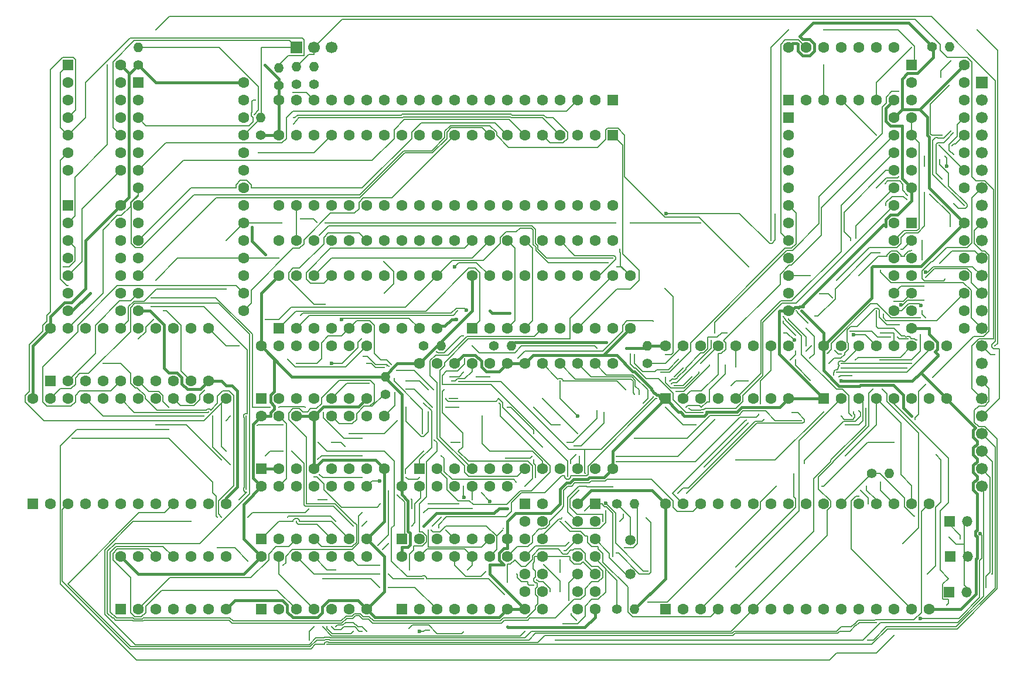
<source format=gbr>
%TF.GenerationSoftware,KiCad,Pcbnew,9.0.1*%
%TF.CreationDate,2025-04-10T23:57:45+03:00*%
%TF.ProjectId,ProgDC,50726f67-4443-42e6-9b69-6361645f7063,rev?*%
%TF.SameCoordinates,Original*%
%TF.FileFunction,Copper,L2,Bot*%
%TF.FilePolarity,Positive*%
%FSLAX46Y46*%
G04 Gerber Fmt 4.6, Leading zero omitted, Abs format (unit mm)*
G04 Created by KiCad (PCBNEW 9.0.1) date 2025-04-10 23:57:45*
%MOMM*%
%LPD*%
G01*
G04 APERTURE LIST*
G04 Aperture macros list*
%AMRoundRect*
0 Rectangle with rounded corners*
0 $1 Rounding radius*
0 $2 $3 $4 $5 $6 $7 $8 $9 X,Y pos of 4 corners*
0 Add a 4 corners polygon primitive as box body*
4,1,4,$2,$3,$4,$5,$6,$7,$8,$9,$2,$3,0*
0 Add four circle primitives for the rounded corners*
1,1,$1+$1,$2,$3*
1,1,$1+$1,$4,$5*
1,1,$1+$1,$6,$7*
1,1,$1+$1,$8,$9*
0 Add four rect primitives between the rounded corners*
20,1,$1+$1,$2,$3,$4,$5,0*
20,1,$1+$1,$4,$5,$6,$7,0*
20,1,$1+$1,$6,$7,$8,$9,0*
20,1,$1+$1,$8,$9,$2,$3,0*%
G04 Aperture macros list end*
%TA.AperFunction,ComponentPad*%
%ADD10R,1.500000X1.500000*%
%TD*%
%TA.AperFunction,ComponentPad*%
%ADD11O,1.500000X1.500000*%
%TD*%
%TA.AperFunction,ComponentPad*%
%ADD12C,1.400000*%
%TD*%
%TA.AperFunction,ComponentPad*%
%ADD13O,1.400000X1.400000*%
%TD*%
%TA.AperFunction,ComponentPad*%
%ADD14RoundRect,0.250000X0.550000X-0.550000X0.550000X0.550000X-0.550000X0.550000X-0.550000X-0.550000X0*%
%TD*%
%TA.AperFunction,ComponentPad*%
%ADD15C,1.600000*%
%TD*%
%TA.AperFunction,ComponentPad*%
%ADD16R,1.700000X1.700000*%
%TD*%
%TA.AperFunction,ComponentPad*%
%ADD17C,1.700000*%
%TD*%
%TA.AperFunction,ComponentPad*%
%ADD18RoundRect,0.250000X-0.550000X-0.550000X0.550000X-0.550000X0.550000X0.550000X-0.550000X0.550000X0*%
%TD*%
%TA.AperFunction,ComponentPad*%
%ADD19RoundRect,0.250000X-0.550000X0.550000X-0.550000X-0.550000X0.550000X-0.550000X0.550000X0.550000X0*%
%TD*%
%TA.AperFunction,ComponentPad*%
%ADD20C,1.500000*%
%TD*%
%TA.AperFunction,ComponentPad*%
%ADD21RoundRect,0.250000X0.550000X0.550000X-0.550000X0.550000X-0.550000X-0.550000X0.550000X-0.550000X0*%
%TD*%
%TA.AperFunction,ViaPad*%
%ADD22C,0.300000*%
%TD*%
%TA.AperFunction,ViaPad*%
%ADD23C,0.600000*%
%TD*%
%TA.AperFunction,Conductor*%
%ADD24C,0.400000*%
%TD*%
%TA.AperFunction,Conductor*%
%ADD25C,0.200000*%
%TD*%
G04 APERTURE END LIST*
D10*
%TO.P,VD2,1,K*%
%TO.N,/~{CS_SRAM_8000}*%
X178180000Y-119460000D03*
D11*
%TO.P,VD2,2,A*%
%TO.N,/~{CS_628512}*%
X180720000Y-119460000D03*
%TD*%
D12*
%TO.P,R6,1,TOP*%
%TO.N,+5V*%
X175707000Y-40528000D03*
D13*
%TO.P,R6,2,BOT*%
%TO.N,/"1"*%
X178247000Y-40528000D03*
%TD*%
D14*
%TO.P,D3,1,A*%
%TO.N,/~{RD}*%
X78740000Y-121920000D03*
D15*
%TO.P,D3,2,B*%
%TO.N,/~{MWR}*%
X81280000Y-121920000D03*
%TO.P,D3,3,Y*%
%TO.N,Net-(D18B-D)*%
X83820000Y-121920000D03*
%TO.P,D3,4,A*%
%TO.N,/Q7*%
X86360000Y-121920000D03*
%TO.P,D3,5,B*%
%TO.N,/R5*%
X88900000Y-121920000D03*
%TO.P,D3,6,Y*%
%TO.N,/ROM_A13*%
X91440000Y-121920000D03*
%TO.P,D3,7,GND*%
%TO.N,GND*%
X93980000Y-121920000D03*
%TO.P,D3,8,Y*%
%TO.N,/ROM_A14*%
X93980000Y-114300000D03*
%TO.P,D3,9,A*%
%TO.N,/R6*%
X91440000Y-114300000D03*
%TO.P,D3,10,B*%
%TO.N,/Q7*%
X88900000Y-114300000D03*
%TO.P,D3,11,Y*%
%TO.N,/ROM_A15*%
X86360000Y-114300000D03*
%TO.P,D3,12,A*%
%TO.N,/R7*%
X83820000Y-114300000D03*
%TO.P,D3,13,B*%
%TO.N,/Q7*%
X81280000Y-114300000D03*
%TO.P,D3,14,VCC*%
%TO.N,+5V*%
X78740000Y-114300000D03*
%TD*%
D12*
%TO.P,R7,1*%
%TO.N,Net-(D22F-A)*%
X130180000Y-106680000D03*
D13*
%TO.P,R7,2*%
%TO.N,Net-(D22E-A)*%
X132720000Y-106680000D03*
%TD*%
D12*
%TO.P,R1,1,TOP*%
%TO.N,+5V*%
X60976000Y-43145000D03*
D13*
%TO.P,R1,2,BOT*%
%TO.N,/~{MEMR}*%
X60976000Y-40605000D03*
%TD*%
D16*
%TO.P,J3,1,Pin_1*%
%TO.N,/~{I{slash}OR}*%
X83820000Y-40640000D03*
D17*
%TO.P,J3,2,Pin_2*%
%TO.N,/~{MEMW}*%
X86360000Y-40640000D03*
%TO.P,J3,3,Pin_3*%
%TO.N,/~{I{slash}OW}*%
X88900000Y-40640000D03*
%TD*%
D10*
%TO.P,VD1,1,K*%
%TO.N,/~{CS_RAMR}*%
X178324000Y-114300000D03*
D11*
%TO.P,VD1,2,A*%
%TO.N,/~{CS_628512}*%
X180864000Y-114300000D03*
%TD*%
D14*
%TO.P,D12,1,~{CS}*%
%TO.N,GND*%
X160020000Y-91440000D03*
D15*
%TO.P,D12,2,DO0*%
%TO.N,/R4*%
X162560000Y-91440000D03*
%TO.P,D12,3,DB0*%
%TO.N,Net-(D10-D4)*%
X165100000Y-91440000D03*
%TO.P,D12,4,DI0*%
%TO.N,/DB4*%
X167640000Y-91440000D03*
%TO.P,D12,5,DO1*%
%TO.N,/R5*%
X170180000Y-91440000D03*
%TO.P,D12,6,DB1*%
%TO.N,Net-(D10-D5)*%
X172720000Y-91440000D03*
%TO.P,D12,7,DI1*%
%TO.N,/DB5*%
X175260000Y-91440000D03*
%TO.P,D12,8,GND*%
%TO.N,GND*%
X177800000Y-91440000D03*
%TO.P,D12,9,DI2*%
%TO.N,/DB6*%
X177800000Y-83820000D03*
%TO.P,D12,10,DB2*%
%TO.N,Net-(D10-D6)*%
X175260000Y-83820000D03*
%TO.P,D12,11,DO2*%
%TO.N,/R6*%
X172720000Y-83820000D03*
%TO.P,D12,12,DI3*%
%TO.N,/DB7*%
X170180000Y-83820000D03*
%TO.P,D12,13,DB3*%
%TO.N,Net-(D10-D7)*%
X167640000Y-83820000D03*
%TO.P,D12,14,DO3*%
%TO.N,/R7*%
X165100000Y-83820000D03*
%TO.P,D12,15,~{CE}*%
%TO.N,/P3*%
X162560000Y-83820000D03*
%TO.P,D12,16,VCC*%
%TO.N,+5V*%
X160020000Y-83820000D03*
%TD*%
D18*
%TO.P,D21,1,A*%
%TO.N,/R5*%
X172720000Y-66040000D03*
D15*
%TO.P,D21,2,B*%
%TO.N,Net-(D21A-B)*%
X172720000Y-68580000D03*
%TO.P,D21,3,Y*%
%TO.N,Net-(D20B-A)*%
X172720000Y-71120000D03*
%TO.P,D21,4,A*%
%TO.N,Net-(D21B-A)*%
X172720000Y-73660000D03*
%TO.P,D21,5,B*%
%TO.N,/~{CC00_VI53_1}*%
X172720000Y-76200000D03*
%TO.P,D21,6,Y*%
%TO.N,Net-(D21B-Y)*%
X172720000Y-78740000D03*
%TO.P,D21,7,GND*%
%TO.N,GND*%
X172720000Y-81280000D03*
%TO.P,D21,8,Y*%
%TO.N,/C800_VI53_2*%
X180340000Y-81280000D03*
%TO.P,D21,9,A*%
%TO.N,Net-(D19-3)*%
X180340000Y-78740000D03*
%TO.P,D21,10,B*%
%TO.N,/~{C800_VI53_2}*%
X180340000Y-76200000D03*
%TO.P,D21,11,Y*%
%TO.N,unconnected-(D21D-Y-Pad11)*%
X180340000Y-73660000D03*
%TO.P,D21,12,A*%
%TO.N,unconnected-(D21D-A-Pad12)*%
X180340000Y-71120000D03*
%TO.P,D21,13,B*%
%TO.N,unconnected-(D21D-B-Pad13)*%
X180340000Y-68580000D03*
%TO.P,D21,14,VCC*%
%TO.N,+5V*%
X180340000Y-66040000D03*
%TD*%
D14*
%TO.P,D18,1,~{R}*%
%TO.N,unconnected-(D18A-~{R}-Pad1)*%
X58420000Y-121920000D03*
D15*
%TO.P,D18,2,D*%
%TO.N,Net-(D18A-D)*%
X60960000Y-121920000D03*
%TO.P,D18,3,C*%
%TO.N,/CLK*%
X63500000Y-121920000D03*
%TO.P,D18,4,~{S}*%
%TO.N,unconnected-(D18A-~{S}-Pad4)*%
X66040000Y-121920000D03*
%TO.P,D18,5,Q*%
%TO.N,Net-(D10-~{WE})*%
X68580000Y-121920000D03*
%TO.P,D18,6,~{Q}*%
%TO.N,Net-(D18A-~{Q})*%
X71120000Y-121920000D03*
%TO.P,D18,7,GND*%
%TO.N,GND*%
X73660000Y-121920000D03*
%TO.P,D18,8,~{Q}*%
%TO.N,unconnected-(D18B-~{Q}-Pad8)*%
X73660000Y-114300000D03*
%TO.P,D18,9,Q*%
%TO.N,Net-(D18B-Q)*%
X71120000Y-114300000D03*
%TO.P,D18,10,~{S}*%
%TO.N,unconnected-(D18B-~{S}-Pad10)*%
X68580000Y-114300000D03*
%TO.P,D18,11,C*%
%TO.N,/8MHZ*%
X66040000Y-114300000D03*
%TO.P,D18,12,D*%
%TO.N,Net-(D18B-D)*%
X63500000Y-114300000D03*
%TO.P,D18,13,~{R}*%
%TO.N,unconnected-(D18B-~{R}-Pad13)*%
X60960000Y-114300000D03*
%TO.P,D18,14,VCC*%
%TO.N,+5V*%
X58420000Y-114300000D03*
%TD*%
D14*
%TO.P,D20,1,A*%
%TO.N,/~{WR}*%
X99060000Y-121920000D03*
D15*
%TO.P,D20,2,B*%
%TO.N,/~{MEMW_VT57}*%
X101600000Y-121920000D03*
%TO.P,D20,3,Y*%
%TO.N,/~{MWR}*%
X104140000Y-121920000D03*
%TO.P,D20,4,A*%
%TO.N,Net-(D20B-A)*%
X106680000Y-121920000D03*
%TO.P,D20,5,B*%
%TO.N,Net-(D20B-B)*%
X109220000Y-121920000D03*
%TO.P,D20,6,Y*%
%TO.N,/ARR16*%
X111760000Y-121920000D03*
%TO.P,D20,7,GND*%
%TO.N,GND*%
X114300000Y-121920000D03*
%TO.P,D20,8,Y*%
%TO.N,/ARR17*%
X114300000Y-114300000D03*
%TO.P,D20,9,A*%
%TO.N,/R6*%
X111760000Y-114300000D03*
%TO.P,D20,10,B*%
%TO.N,Net-(D20B-B)*%
X109220000Y-114300000D03*
%TO.P,D20,11,Y*%
%TO.N,/ARR18*%
X106680000Y-114300000D03*
%TO.P,D20,12,A*%
%TO.N,/R7*%
X104140000Y-114300000D03*
%TO.P,D20,13,B*%
%TO.N,Net-(D20B-B)*%
X101600000Y-114300000D03*
%TO.P,D20,14,VCC*%
%TO.N,+5V*%
X99060000Y-114300000D03*
%TD*%
D14*
%TO.P,D10,1,A3*%
%TO.N,/AB15*%
X101600000Y-101600000D03*
D15*
%TO.P,D10,2,A4*%
%TO.N,/AB14*%
X104140000Y-101600000D03*
%TO.P,D10,3,A5*%
%TO.N,/AB13*%
X106680000Y-101600000D03*
%TO.P,D10,4,A6*%
%TO.N,/AB12*%
X109220000Y-101600000D03*
%TO.P,D10,5,A7*%
%TO.N,/AB11*%
X111760000Y-101600000D03*
%TO.P,D10,6,A8*%
%TO.N,/AB10*%
X114300000Y-101600000D03*
%TO.P,D10,7,A9*%
%TO.N,/AB9*%
X116840000Y-101600000D03*
%TO.P,D10,8,A10*%
%TO.N,/AB8*%
X119380000Y-101600000D03*
%TO.P,D10,9,D0*%
%TO.N,Net-(D10-D0)*%
X121920000Y-101600000D03*
%TO.P,D10,10,D1*%
%TO.N,Net-(D10-D1)*%
X124460000Y-101600000D03*
%TO.P,D10,11,D2*%
%TO.N,Net-(D10-D2)*%
X127000000Y-101600000D03*
%TO.P,D10,12,GND*%
%TO.N,GND*%
X129540000Y-101600000D03*
%TO.P,D10,13,D3*%
%TO.N,Net-(D10-D3)*%
X129540000Y-86360000D03*
%TO.P,D10,14,D4*%
%TO.N,Net-(D10-D4)*%
X127000000Y-86360000D03*
%TO.P,D10,15,D5*%
%TO.N,Net-(D10-D5)*%
X124460000Y-86360000D03*
%TO.P,D10,16,D6*%
%TO.N,Net-(D10-D6)*%
X121920000Y-86360000D03*
%TO.P,D10,17,D7*%
%TO.N,Net-(D10-D7)*%
X119380000Y-86360000D03*
%TO.P,D10,18,~{CS}*%
%TO.N,GND*%
X116840000Y-86360000D03*
%TO.P,D10,19,A0*%
X114300000Y-86360000D03*
%TO.P,D10,20,~{OE}*%
%TO.N,/P1*%
X111760000Y-86360000D03*
%TO.P,D10,21,~{WE}*%
%TO.N,Net-(D10-~{WE})*%
X109220000Y-86360000D03*
%TO.P,D10,22,A1*%
%TO.N,GND*%
X106680000Y-86360000D03*
%TO.P,D10,23,A2*%
%TO.N,/P2*%
X104140000Y-86360000D03*
%TO.P,D10,24,VCC*%
%TO.N,+5V*%
X101600000Y-86360000D03*
%TD*%
D14*
%TO.P,D13,1,~{CS}*%
%TO.N,GND*%
X137160000Y-91440000D03*
D15*
%TO.P,D13,2,DO0*%
%TO.N,/R0*%
X139700000Y-91440000D03*
%TO.P,D13,3,DB0*%
%TO.N,Net-(D10-D0)*%
X142240000Y-91440000D03*
%TO.P,D13,4,DI0*%
%TO.N,/DB0*%
X144780000Y-91440000D03*
%TO.P,D13,5,DO1*%
%TO.N,/R1*%
X147320000Y-91440000D03*
%TO.P,D13,6,DB1*%
%TO.N,Net-(D10-D1)*%
X149860000Y-91440000D03*
%TO.P,D13,7,DI1*%
%TO.N,/DB1*%
X152400000Y-91440000D03*
%TO.P,D13,8,GND*%
%TO.N,GND*%
X154940000Y-91440000D03*
%TO.P,D13,9,DI2*%
%TO.N,/DB2*%
X154940000Y-83820000D03*
%TO.P,D13,10,DB2*%
%TO.N,Net-(D10-D2)*%
X152400000Y-83820000D03*
%TO.P,D13,11,DO2*%
%TO.N,/R2*%
X149860000Y-83820000D03*
%TO.P,D13,12,DI3*%
%TO.N,/DB3*%
X147320000Y-83820000D03*
%TO.P,D13,13,DB3*%
%TO.N,Net-(D10-D3)*%
X144780000Y-83820000D03*
%TO.P,D13,14,DO3*%
%TO.N,/R3*%
X142240000Y-83820000D03*
%TO.P,D13,15,~{CE}*%
%TO.N,/P3*%
X139700000Y-83820000D03*
%TO.P,D13,16,VCC*%
%TO.N,+5V*%
X137160000Y-83820000D03*
%TD*%
D12*
%TO.P,R2,1,TOP*%
%TO.N,+5V*%
X78629000Y-53340000D03*
D13*
%TO.P,R2,2,BOT*%
%TO.N,/~{I{slash}OR}*%
X78629000Y-50800000D03*
%TD*%
D12*
%TO.P,R12,1,TOP*%
%TO.N,/P3*%
X134509000Y-86360000D03*
D13*
%TO.P,R12,2,BOT*%
%TO.N,+5V*%
X134509000Y-83820000D03*
%TD*%
D14*
%TO.P,D9,1,A6*%
%TO.N,GND*%
X78740000Y-101600000D03*
D15*
%TO.P,D9,2,A5*%
X81280000Y-101600000D03*
%TO.P,D9,3,A4*%
X83820000Y-101600000D03*
%TO.P,D9,4,A3*%
X86360000Y-101600000D03*
%TO.P,D9,5,A0*%
%TO.N,/Q7*%
X88900000Y-101600000D03*
%TO.P,D9,6,A1*%
%TO.N,/Q6*%
X91440000Y-101600000D03*
%TO.P,D9,7,A2*%
%TO.N,/Q5*%
X93980000Y-101600000D03*
%TO.P,D9,8,GND*%
%TO.N,GND*%
X96520000Y-101600000D03*
%TO.P,D9,9,D3*%
%TO.N,/P3*%
X96520000Y-93980000D03*
%TO.P,D9,10,D2*%
%TO.N,/P2*%
X93980000Y-93980000D03*
%TO.P,D9,11,D1*%
%TO.N,/P1*%
X91440000Y-93980000D03*
%TO.P,D9,12,D0*%
%TO.N,/P0*%
X88900000Y-93980000D03*
%TO.P,D9,13,~{CS1}*%
%TO.N,GND*%
X86360000Y-93980000D03*
%TO.P,D9,14,~{CS2}*%
X83820000Y-93980000D03*
%TO.P,D9,15,A7*%
%TO.N,Net-(D14C-Y)*%
X81280000Y-93980000D03*
%TO.P,D9,16,+5V*%
%TO.N,+5V*%
X78740000Y-93980000D03*
%TD*%
D10*
%TO.P,VD3,1,K*%
%TO.N,/~{RAM_MAIN}*%
X178197000Y-109220000D03*
D11*
%TO.P,VD3,2,A*%
%TO.N,/~{CS_628512}*%
X180737000Y-109220000D03*
%TD*%
D19*
%TO.P,U3,1,A10*%
%TO.N,/A10*%
X129540000Y-53340000D03*
D15*
%TO.P,U3,2,GND*%
%TO.N,GND*%
X127000000Y-53340000D03*
%TO.P,U3,3,D4*%
%TO.N,/D4*%
X124460000Y-53340000D03*
%TO.P,U3,4,D5*%
%TO.N,/D5*%
X121920000Y-53340000D03*
%TO.P,U3,5,D6*%
%TO.N,/D6*%
X119380000Y-53340000D03*
%TO.P,U3,6,D7*%
%TO.N,/D7*%
X116840000Y-53340000D03*
%TO.P,U3,7,D3*%
%TO.N,/D3*%
X114300000Y-53340000D03*
%TO.P,U3,8,D2*%
%TO.N,/D2*%
X111760000Y-53340000D03*
%TO.P,U3,9,D1*%
%TO.N,/D1*%
X109220000Y-53340000D03*
%TO.P,U3,10,D0*%
%TO.N,/D0*%
X106680000Y-53340000D03*
%TO.P,U3,11,-5V*%
%TO.N,/-5V*%
X104140000Y-53340000D03*
%TO.P,U3,12,RST*%
%TO.N,/RESET*%
X101600000Y-53340000D03*
%TO.P,U3,13,HLD*%
%TO.N,/HLD*%
X99060000Y-53340000D03*
%TO.P,U3,14,INT*%
%TO.N,/INT*%
X96520000Y-53340000D03*
%TO.P,U3,15,C2*%
%TO.N,/C2*%
X93980000Y-53340000D03*
%TO.P,U3,16,INTE*%
%TO.N,/INTE*%
X91440000Y-53340000D03*
%TO.P,U3,17,RC*%
%TO.N,/DBIN*%
X88900000Y-53340000D03*
%TO.P,U3,18,TR*%
%TO.N,/~{WR}*%
X86360000Y-53340000D03*
%TO.P,U3,19,SYN*%
%TO.N,/SYN*%
X83820000Y-53340000D03*
%TO.P,U3,20,VCC*%
%TO.N,+5V*%
X81280000Y-53340000D03*
%TO.P,U3,21,HLDA*%
%TO.N,/_HLDA*%
X81280000Y-68580000D03*
%TO.P,U3,22,C1*%
%TO.N,/C1*%
X83820000Y-68580000D03*
%TO.P,U3,23,RDY*%
%TO.N,/RDY*%
X86360000Y-68580000D03*
%TO.P,U3,24,WI*%
%TO.N,/WI*%
X88900000Y-68580000D03*
%TO.P,U3,25,A0*%
%TO.N,/A0*%
X91440000Y-68580000D03*
%TO.P,U3,26,A1*%
%TO.N,/A1*%
X93980000Y-68580000D03*
%TO.P,U3,27,A2*%
%TO.N,/A2*%
X96520000Y-68580000D03*
%TO.P,U3,28,+12V*%
%TO.N,/+12V*%
X99060000Y-68580000D03*
%TO.P,U3,29,A3*%
%TO.N,/A3*%
X101600000Y-68580000D03*
%TO.P,U3,30,A4*%
%TO.N,/A4*%
X104140000Y-68580000D03*
%TO.P,U3,31,A5*%
%TO.N,/A5*%
X106680000Y-68580000D03*
%TO.P,U3,32,A6*%
%TO.N,/A6*%
X109220000Y-68580000D03*
%TO.P,U3,33,A7*%
%TO.N,/A7*%
X111760000Y-68580000D03*
%TO.P,U3,34,A8*%
%TO.N,/A8*%
X114300000Y-68580000D03*
%TO.P,U3,35,A9*%
%TO.N,/A9*%
X116840000Y-68580000D03*
%TO.P,U3,36,A15*%
%TO.N,/A15*%
X119380000Y-68580000D03*
%TO.P,U3,37,A12*%
%TO.N,/A12*%
X121920000Y-68580000D03*
%TO.P,U3,38,A13*%
%TO.N,/A13*%
X124460000Y-68580000D03*
%TO.P,U3,39,A14*%
%TO.N,/A14*%
X127000000Y-68580000D03*
%TO.P,U3,40,A11*%
%TO.N,/A11*%
X129540000Y-68580000D03*
%TD*%
D12*
%TO.P,R9,1,TOP*%
%TO.N,/P0*%
X96663000Y-90800000D03*
D13*
%TO.P,R9,2,BOT*%
%TO.N,+5V*%
X96663000Y-88260000D03*
%TD*%
D20*
%TO.P,ZQ1,1*%
%TO.N,Net-(D22E-Y)*%
X132080000Y-116840000D03*
%TO.P,ZQ1,2*%
%TO.N,Net-(D22F-A)*%
X132080000Y-111940000D03*
%TD*%
D14*
%TO.P,D24,1,A*%
%TO.N,Net-(D19-4)*%
X154940000Y-48260000D03*
D15*
%TO.P,D24,2,B*%
%TO.N,/~{C200_PPI1}*%
X157480000Y-48260000D03*
%TO.P,D24,3,Y*%
%TO.N,/~{C200_PPI1_}*%
X160020000Y-48260000D03*
%TO.P,D24,4,A*%
%TO.N,Net-(D19-5)*%
X162560000Y-48260000D03*
%TO.P,D24,5,B*%
%TO.N,/~{C400_PPI2}*%
X165100000Y-48260000D03*
%TO.P,D24,6,Y*%
%TO.N,/~{C400_PPI2_}*%
X167640000Y-48260000D03*
%TO.P,D24,7,GND*%
%TO.N,GND*%
X170180000Y-48260000D03*
%TO.P,D24,8,Y*%
%TO.N,/~{CS_VG75_}*%
X170180000Y-40640000D03*
%TO.P,D24,9,A*%
%TO.N,Net-(D19-6)*%
X167640000Y-40640000D03*
%TO.P,D24,10,B*%
%TO.N,/~{CS_VG75}*%
X165100000Y-40640000D03*
%TO.P,D24,11,Y*%
%TO.N,/~{CS_DMA_}*%
X162560000Y-40640000D03*
%TO.P,D24,12,A*%
%TO.N,Net-(D24D-A)*%
X160020000Y-40640000D03*
%TO.P,D24,13,B*%
%TO.N,/~{CS_DMA}*%
X157480000Y-40640000D03*
%TO.P,D24,14,VCC*%
%TO.N,+5V*%
X154940000Y-40640000D03*
%TD*%
D19*
%TO.P,J1,1,Pin_1*%
%TO.N,/A10*%
X129540000Y-48260000D03*
D15*
%TO.P,J1,2,Pin_2*%
%TO.N,GND*%
X127000000Y-48260000D03*
%TO.P,J1,3,Pin_3*%
%TO.N,/D4*%
X124460000Y-48260000D03*
%TO.P,J1,4,Pin_4*%
%TO.N,/D5*%
X121920000Y-48260000D03*
%TO.P,J1,5,Pin_5*%
%TO.N,/D6*%
X119380000Y-48260000D03*
%TO.P,J1,6,Pin_6*%
%TO.N,/D7*%
X116840000Y-48260000D03*
%TO.P,J1,7,Pin_7*%
%TO.N,/D3*%
X114300000Y-48260000D03*
%TO.P,J1,8,Pin_8*%
%TO.N,/D2*%
X111760000Y-48260000D03*
%TO.P,J1,9,Pin_9*%
%TO.N,/D1*%
X109220000Y-48260000D03*
%TO.P,J1,10,Pin_10*%
%TO.N,/D0*%
X106680000Y-48260000D03*
%TO.P,J1,11,Pin_11*%
%TO.N,/-5V*%
X104140000Y-48260000D03*
%TO.P,J1,12,Pin_12*%
%TO.N,/RESET*%
X101600000Y-48260000D03*
%TO.P,J1,13,Pin_13*%
%TO.N,/HLD*%
X99060000Y-48260000D03*
%TO.P,J1,14,Pin_14*%
%TO.N,/INT*%
X96520000Y-48260000D03*
%TO.P,J1,15,Pin_15*%
%TO.N,/C2*%
X93980000Y-48260000D03*
%TO.P,J1,16,Pin_16*%
%TO.N,/INTE*%
X91440000Y-48260000D03*
%TO.P,J1,17,Pin_17*%
%TO.N,/DBIN*%
X88900000Y-48260000D03*
%TO.P,J1,18,Pin_18*%
%TO.N,/~{WR}*%
X86360000Y-48260000D03*
%TO.P,J1,19,Pin_19*%
%TO.N,/SYN*%
X83820000Y-48260000D03*
%TO.P,J1,20,Pin_20*%
%TO.N,+5V*%
X81280000Y-48260000D03*
%TO.P,J1,21,Pin_21*%
%TO.N,/_HLDA*%
X81280000Y-63500000D03*
%TO.P,J1,22,Pin_22*%
%TO.N,/C1*%
X83820000Y-63500000D03*
%TO.P,J1,23,Pin_23*%
%TO.N,/RDY*%
X86360000Y-63500000D03*
%TO.P,J1,24,Pin_24*%
%TO.N,/WI*%
X88900000Y-63500000D03*
%TO.P,J1,25,Pin_25*%
%TO.N,/A0*%
X91440000Y-63500000D03*
%TO.P,J1,26,Pin_26*%
%TO.N,/A1*%
X93980000Y-63500000D03*
%TO.P,J1,27,Pin_27*%
%TO.N,/A2*%
X96520000Y-63500000D03*
%TO.P,J1,28,Pin_28*%
%TO.N,/+12V*%
X99060000Y-63500000D03*
%TO.P,J1,29,Pin_29*%
%TO.N,/A3*%
X101600000Y-63500000D03*
%TO.P,J1,30,Pin_30*%
%TO.N,/A4*%
X104140000Y-63500000D03*
%TO.P,J1,31,Pin_31*%
%TO.N,/A5*%
X106680000Y-63500000D03*
%TO.P,J1,32,Pin_32*%
%TO.N,/A6*%
X109220000Y-63500000D03*
%TO.P,J1,33,Pin_33*%
%TO.N,/A7*%
X111760000Y-63500000D03*
%TO.P,J1,34,Pin_34*%
%TO.N,/A8*%
X114300000Y-63500000D03*
%TO.P,J1,35,Pin_35*%
%TO.N,/A9*%
X116840000Y-63500000D03*
%TO.P,J1,36,Pin_36*%
%TO.N,/A15*%
X119380000Y-63500000D03*
%TO.P,J1,37,Pin_37*%
%TO.N,/A12*%
X121920000Y-63500000D03*
%TO.P,J1,38,Pin_38*%
%TO.N,/A13*%
X124460000Y-63500000D03*
%TO.P,J1,39,Pin_39*%
%TO.N,/A14*%
X127000000Y-63500000D03*
%TO.P,J1,40,Pin_40*%
%TO.N,/A11*%
X129540000Y-63500000D03*
%TD*%
D12*
%TO.P,R5,1,TOP*%
%TO.N,+5V*%
X83836000Y-45989000D03*
D13*
%TO.P,R5,2,BOT*%
%TO.N,/~{MEMW}*%
X83836000Y-43449000D03*
%TD*%
D14*
%TO.P,U2,1,A18*%
%TO.N,/ARR18*%
X137160000Y-121920000D03*
D15*
%TO.P,U2,2,A16*%
%TO.N,/ARR16*%
X139700000Y-121920000D03*
%TO.P,U2,3,A14*%
%TO.N,/R4*%
X142240000Y-121920000D03*
%TO.P,U2,4,A12*%
%TO.N,/AB12*%
X144780000Y-121920000D03*
%TO.P,U2,5,A7*%
%TO.N,/AB7*%
X147320000Y-121920000D03*
%TO.P,U2,6,A6*%
%TO.N,/AB6*%
X149860000Y-121920000D03*
%TO.P,U2,7,A5*%
%TO.N,/AB5*%
X152400000Y-121920000D03*
%TO.P,U2,8,A4*%
%TO.N,/AB4*%
X154940000Y-121920000D03*
%TO.P,U2,9,A3*%
%TO.N,/AB3*%
X157480000Y-121920000D03*
%TO.P,U2,10,A2*%
%TO.N,/AB2*%
X160020000Y-121920000D03*
%TO.P,U2,11,A1*%
%TO.N,/AB1*%
X162560000Y-121920000D03*
%TO.P,U2,12,A0*%
%TO.N,/AB0*%
X165100000Y-121920000D03*
%TO.P,U2,13,D0*%
%TO.N,/DB0*%
X167640000Y-121920000D03*
%TO.P,U2,14,D1*%
%TO.N,/DB1*%
X170180000Y-121920000D03*
%TO.P,U2,15,D2*%
%TO.N,/DB2*%
X172720000Y-121920000D03*
%TO.P,U2,16,GND*%
%TO.N,GND*%
X175260000Y-121920000D03*
%TO.P,U2,17,D3*%
%TO.N,/DB3*%
X175260000Y-106680000D03*
%TO.P,U2,18,D4*%
%TO.N,/DB4*%
X172720000Y-106680000D03*
%TO.P,U2,19,D5*%
%TO.N,/DB5*%
X170180000Y-106680000D03*
%TO.P,U2,20,D6*%
%TO.N,/DB6*%
X167640000Y-106680000D03*
%TO.P,U2,21,D7*%
%TO.N,/DB7*%
X165100000Y-106680000D03*
%TO.P,U2,22,CS*%
%TO.N,/~{CS_628512}*%
X162560000Y-106680000D03*
%TO.P,U2,23,A10*%
%TO.N,/AB10*%
X160020000Y-106680000D03*
%TO.P,U2,24,RD*%
%TO.N,/~{RD}*%
X157480000Y-106680000D03*
%TO.P,U2,25,A11*%
%TO.N,/AB11*%
X154940000Y-106680000D03*
%TO.P,U2,26,A9*%
%TO.N,/AB9*%
X152400000Y-106680000D03*
%TO.P,U2,27,A8*%
%TO.N,/AB8*%
X149860000Y-106680000D03*
%TO.P,U2,28,A13*%
%TO.N,/AB13*%
X147320000Y-106680000D03*
%TO.P,U2,29,WR*%
%TO.N,/~{WE_628512}*%
X144780000Y-106680000D03*
%TO.P,U2,30,A17*%
%TO.N,/ARR17*%
X142240000Y-106680000D03*
%TO.P,U2,31,A15*%
%TO.N,/R3*%
X139700000Y-106680000D03*
%TO.P,U2,32,VCC*%
%TO.N,+5V*%
X137160000Y-106680000D03*
%TD*%
D12*
%TO.P,R10,1,TOP*%
%TO.N,/P1*%
X112400000Y-83820000D03*
D13*
%TO.P,R10,2,BOT*%
%TO.N,+5V*%
X114940000Y-83820000D03*
%TD*%
D12*
%TO.P,R3,1,TOP*%
%TO.N,+5V*%
X81296000Y-46116000D03*
D13*
%TO.P,R3,2,BOT*%
%TO.N,/~{I{slash}OW}*%
X81296000Y-43576000D03*
%TD*%
D18*
%TO.P,D14,1,A*%
%TO.N,Net-(D14A-A)*%
X50800000Y-63500000D03*
D15*
%TO.P,D14,2,B*%
%TO.N,/RAM_SEL*%
X50800000Y-66040000D03*
%TO.P,D14,3,Y*%
%TO.N,/R8*%
X50800000Y-68580000D03*
%TO.P,D14,4,A*%
%TO.N,Net-(D14B-A)*%
X50800000Y-71120000D03*
%TO.P,D14,5,B*%
%TO.N,Net-(D11-~{EO})*%
X50800000Y-73660000D03*
%TO.P,D14,6,Y*%
%TO.N,Net-(D14B-Y)*%
X50800000Y-76200000D03*
%TO.P,D14,7,GND*%
%TO.N,GND*%
X50800000Y-78740000D03*
%TO.P,D14,8,Y*%
%TO.N,Net-(D14C-Y)*%
X58420000Y-78740000D03*
%TO.P,D14,9,A*%
%TO.N,/~{I{slash}OW}*%
X58420000Y-76200000D03*
%TO.P,D14,10,B*%
%TO.N,/~{I{slash}OR}*%
X58420000Y-73660000D03*
%TO.P,D14,11,Y*%
%TO.N,unconnected-(D14D-Y-Pad11)*%
X58420000Y-71120000D03*
%TO.P,D14,12,A*%
%TO.N,unconnected-(D14D-A-Pad12)*%
X58420000Y-68580000D03*
%TO.P,D14,13,B*%
%TO.N,unconnected-(D14D-B-Pad13)*%
X58420000Y-66040000D03*
%TO.P,D14,14,VCC*%
%TO.N,+5V*%
X58420000Y-63500000D03*
%TD*%
D14*
%TO.P,D8,1,CS1*%
%TO.N,Net-(D14B-A)*%
X45720000Y-106680000D03*
D15*
%TO.P,D8,2,MD*%
%TO.N,/"1"*%
X48260000Y-106680000D03*
%TO.P,D8,3,D0*%
%TO.N,/DB0*%
X50800000Y-106680000D03*
%TO.P,D8,4,Q0*%
%TO.N,/Q0*%
X53340000Y-106680000D03*
%TO.P,D8,5,D1*%
%TO.N,/DB1*%
X55880000Y-106680000D03*
%TO.P,D8,6,Q1*%
%TO.N,/Q1*%
X58420000Y-106680000D03*
%TO.P,D8,7,D2*%
%TO.N,/DB2*%
X60960000Y-106680000D03*
%TO.P,D8,8,Q2*%
%TO.N,/Q2*%
X63500000Y-106680000D03*
%TO.P,D8,9,D3*%
%TO.N,/DB3*%
X66040000Y-106680000D03*
%TO.P,D8,10,Q3*%
%TO.N,/Q3*%
X68580000Y-106680000D03*
%TO.P,D8,11,EV*%
%TO.N,Net-(D11-~{EO})*%
X71120000Y-106680000D03*
%TO.P,D8,12,GND*%
%TO.N,GND*%
X73660000Y-106680000D03*
%TO.P,D8,13,CS2*%
%TO.N,Net-(D2B-A)*%
X73660000Y-91440000D03*
%TO.P,D8,14,RES*%
%TO.N,/~{RESET}*%
X71120000Y-91440000D03*
%TO.P,D8,15,Q4*%
%TO.N,/Q4*%
X68580000Y-91440000D03*
%TO.P,D8,16,D4*%
%TO.N,/DB4*%
X66040000Y-91440000D03*
%TO.P,D8,17,Q5*%
%TO.N,/Q5*%
X63500000Y-91440000D03*
%TO.P,D8,18,D5*%
%TO.N,/DB5*%
X60960000Y-91440000D03*
%TO.P,D8,19,Q6*%
%TO.N,/Q6*%
X58420000Y-91440000D03*
%TO.P,D8,20,D6*%
%TO.N,/DB6*%
X55880000Y-91440000D03*
%TO.P,D8,21,Q7*%
%TO.N,/Q7*%
X53340000Y-91440000D03*
%TO.P,D8,22,D7*%
%TO.N,/DB7*%
X50800000Y-91440000D03*
%TO.P,D8,23,S1*%
%TO.N,Net-(D5B-A)*%
X48260000Y-91440000D03*
%TO.P,D8,24,VCC*%
%TO.N,+5V*%
X45720000Y-91440000D03*
%TD*%
D18*
%TO.P,D22,1,A*%
%TO.N,unconnected-(D22A-A-Pad1)*%
X116840000Y-106680000D03*
D15*
%TO.P,D22,2,Y*%
%TO.N,unconnected-(D22A-Y-Pad2)*%
X116840000Y-109220000D03*
%TO.P,D22,3,A*%
%TO.N,/R8*%
X116840000Y-111760000D03*
%TO.P,D22,4,Y*%
%TO.N,Net-(D21A-B)*%
X116840000Y-114300000D03*
%TO.P,D22,5,A*%
%TO.N,unconnected-(D22C-A-Pad5)*%
X116840000Y-116840000D03*
%TO.P,D22,6,Y*%
%TO.N,unconnected-(D22C-Y-Pad6)*%
X116840000Y-119380000D03*
%TO.P,D22,7,GND*%
%TO.N,GND*%
X116840000Y-121920000D03*
%TO.P,D22,8,Y*%
%TO.N,unconnected-(D22D-Y-Pad8)*%
X124460000Y-121920000D03*
%TO.P,D22,9,A*%
%TO.N,unconnected-(D22D-A-Pad9)*%
X124460000Y-119380000D03*
%TO.P,D22,10,Y*%
%TO.N,Net-(D22E-Y)*%
X124460000Y-116840000D03*
%TO.P,D22,11,A*%
%TO.N,Net-(D22E-A)*%
X124460000Y-114300000D03*
%TO.P,D22,12,Y*%
X124460000Y-111760000D03*
%TO.P,D22,13,A*%
%TO.N,Net-(D22F-A)*%
X124460000Y-109220000D03*
%TO.P,D22,14,VCC*%
%TO.N,+5V*%
X124460000Y-106680000D03*
%TD*%
D14*
%TO.P,D6,1,~{EO}*%
%TO.N,/HLDA*%
X81280000Y-81280000D03*
D15*
%TO.P,D6,2,Q0*%
%TO.N,/AB0*%
X83820000Y-81280000D03*
%TO.P,D6,3,D0*%
%TO.N,/A0*%
X86360000Y-81280000D03*
%TO.P,D6,4,D1*%
%TO.N,/A1*%
X88900000Y-81280000D03*
%TO.P,D6,5,Q1*%
%TO.N,/AB1*%
X91440000Y-81280000D03*
%TO.P,D6,6,Q2*%
%TO.N,/AB2*%
X93980000Y-81280000D03*
%TO.P,D6,7,D2*%
%TO.N,/A2*%
X96520000Y-81280000D03*
%TO.P,D6,8,D3*%
%TO.N,/A3*%
X99060000Y-81280000D03*
%TO.P,D6,9,Q3*%
%TO.N,/AB3*%
X101600000Y-81280000D03*
%TO.P,D6,10,GND*%
%TO.N,GND*%
X104140000Y-81280000D03*
%TO.P,D6,11,PE*%
%TO.N,/"1"*%
X104140000Y-73660000D03*
%TO.P,D6,12,Q4*%
%TO.N,/AB4*%
X101600000Y-73660000D03*
%TO.P,D6,13,D4*%
%TO.N,/A4*%
X99060000Y-73660000D03*
%TO.P,D6,14,D5*%
%TO.N,/A5*%
X96520000Y-73660000D03*
%TO.P,D6,15,Q5*%
%TO.N,/AB5*%
X93980000Y-73660000D03*
%TO.P,D6,16,Q6*%
%TO.N,/AB6*%
X91440000Y-73660000D03*
%TO.P,D6,17,D6*%
%TO.N,/A6*%
X88900000Y-73660000D03*
%TO.P,D6,18,D7*%
%TO.N,/A7*%
X86360000Y-73660000D03*
%TO.P,D6,19,Q7*%
%TO.N,/AB7*%
X83820000Y-73660000D03*
%TO.P,D6,20,VCC*%
%TO.N,+5V*%
X81280000Y-73660000D03*
%TD*%
D18*
%TO.P,U1,1,STSTB*%
%TO.N,/STSTB*%
X60960000Y-45720000D03*
D15*
%TO.P,U1,2,HLDA*%
%TO.N,/HLDA*%
X60960000Y-48260000D03*
%TO.P,U1,3,WR*%
%TO.N,/~{WR}*%
X60960000Y-50800000D03*
%TO.P,U1,4,DBIN*%
%TO.N,/DBIN*%
X60960000Y-53340000D03*
%TO.P,U1,5,DB4*%
%TO.N,/DB4*%
X60960000Y-55880000D03*
%TO.P,U1,6,D4*%
%TO.N,/D4*%
X60960000Y-58420000D03*
%TO.P,U1,7,DB7*%
%TO.N,/DB7*%
X60960000Y-60960000D03*
%TO.P,U1,8,D7*%
%TO.N,/D7*%
X60960000Y-63500000D03*
%TO.P,U1,9,DB3*%
%TO.N,/DB3*%
X60960000Y-66040000D03*
%TO.P,U1,10,D3*%
%TO.N,/D3*%
X60960000Y-68580000D03*
%TO.P,U1,11,DB2*%
%TO.N,/DB2*%
X60960000Y-71120000D03*
%TO.P,U1,12,D2*%
%TO.N,/D2*%
X60960000Y-73660000D03*
%TO.P,U1,13,DB0*%
%TO.N,/DB0*%
X60960000Y-76200000D03*
%TO.P,U1,14,GND*%
%TO.N,GND*%
X60960000Y-78740000D03*
%TO.P,U1,15,D0*%
%TO.N,/D0*%
X76200000Y-78740000D03*
%TO.P,U1,16,DB1*%
%TO.N,/DB1*%
X76200000Y-76200000D03*
%TO.P,U1,17,D1*%
%TO.N,/D1*%
X76200000Y-73660000D03*
%TO.P,U1,18,DB5*%
%TO.N,/DB5*%
X76200000Y-71120000D03*
%TO.P,U1,19,D5*%
%TO.N,/D5*%
X76200000Y-68580000D03*
%TO.P,U1,20,DB6*%
%TO.N,/DB6*%
X76200000Y-66040000D03*
%TO.P,U1,21,D6*%
%TO.N,/D6*%
X76200000Y-63500000D03*
%TO.P,U1,22,BUSEN*%
%TO.N,/HLDA*%
X76200000Y-60960000D03*
%TO.P,U1,23,INTA*%
%TO.N,/~{INTA}*%
X76200000Y-58420000D03*
%TO.P,U1,24,MEMR*%
%TO.N,/~{MEMR}*%
X76200000Y-55880000D03*
%TO.P,U1,25,I/OR*%
%TO.N,/~{I{slash}OR}*%
X76200000Y-53340000D03*
%TO.P,U1,26,MEMW*%
%TO.N,/~{MEMW}*%
X76200000Y-50800000D03*
%TO.P,U1,27,I/OW*%
%TO.N,/~{I{slash}OW}*%
X76200000Y-48260000D03*
%TO.P,U1,28,VCC*%
%TO.N,+5V*%
X76200000Y-45720000D03*
%TD*%
D14*
%TO.P,D1,1,1*%
%TO.N,/AB0*%
X78740000Y-91440000D03*
D15*
%TO.P,D1,2,2*%
%TO.N,/AB1*%
X81280000Y-91440000D03*
%TO.P,D1,3,3*%
%TO.N,/AB2*%
X83820000Y-91440000D03*
%TO.P,D1,4,4*%
%TO.N,/AB3*%
X86360000Y-91440000D03*
%TO.P,D1,5,5*%
%TO.N,/AB4*%
X88900000Y-91440000D03*
%TO.P,D1,6,6*%
%TO.N,/AB5*%
X91440000Y-91440000D03*
%TO.P,D1,7,GND*%
%TO.N,GND*%
X93980000Y-91440000D03*
%TO.P,D1,8,8*%
%TO.N,Net-(D2A-B)*%
X93980000Y-83820000D03*
%TO.P,D1,9*%
%TO.N,unconnected-(D1-Pad9)*%
X91440000Y-83820000D03*
%TO.P,D1,10*%
%TO.N,unconnected-(D1-Pad10)*%
X88900000Y-83820000D03*
%TO.P,D1,11,11*%
%TO.N,/AB6*%
X86360000Y-83820000D03*
%TO.P,D1,12,12*%
%TO.N,/AB7*%
X83820000Y-83820000D03*
%TO.P,D1,13*%
%TO.N,unconnected-(D1-Pad13)*%
X81280000Y-83820000D03*
%TO.P,D1,14,VCC*%
%TO.N,+5V*%
X78740000Y-83820000D03*
%TD*%
D14*
%TO.P,D5,1,A*%
%TO.N,/HLDA*%
X99060000Y-111760000D03*
D15*
%TO.P,D5,2,Y*%
%TO.N,Net-(D20B-B)*%
X101600000Y-111760000D03*
%TO.P,D5,3,A*%
%TO.N,Net-(D5B-A)*%
X104140000Y-111760000D03*
%TO.P,D5,4,Y*%
%TO.N,Net-(D2B-A)*%
X106680000Y-111760000D03*
%TO.P,D5,5,A*%
%TO.N,/RESET*%
X109220000Y-111760000D03*
%TO.P,D5,6,Y*%
%TO.N,/~{RESET}*%
X111760000Y-111760000D03*
%TO.P,D5,7,GND*%
%TO.N,GND*%
X114300000Y-111760000D03*
%TO.P,D5,8,Y*%
%TO.N,/~{CC00_VI53_1_}*%
X114300000Y-104140000D03*
%TO.P,D5,9,A*%
%TO.N,Net-(D21B-Y)*%
X111760000Y-104140000D03*
%TO.P,D5,10,Y*%
%TO.N,Net-(D14A-A)*%
X109220000Y-104140000D03*
%TO.P,D5,11,A*%
%TO.N,/~{RAM_MAIN}*%
X106680000Y-104140000D03*
%TO.P,D5,12,Y*%
%TO.N,/~{C800_VI53_2_}*%
X104140000Y-104140000D03*
%TO.P,D5,13,A*%
%TO.N,/C800_VI53_2*%
X101600000Y-104140000D03*
%TO.P,D5,14,VCC*%
%TO.N,+5V*%
X99060000Y-104140000D03*
%TD*%
D18*
%TO.P,D15,1,0*%
%TO.N,/~{C200_PPI1}*%
X154940000Y-50800000D03*
D15*
%TO.P,D15,2,1*%
%TO.N,/~{C400_PPI2}*%
X154940000Y-53340000D03*
%TO.P,D15,3,2*%
%TO.N,/~{CS_VG75}*%
X154940000Y-55880000D03*
%TO.P,D15,4,3*%
%TO.N,/~{CS_RAMR}*%
X154940000Y-58420000D03*
%TO.P,D15,5,4*%
%TO.N,/~{CS_ROM}*%
X154940000Y-60960000D03*
%TO.P,D15,6,5*%
%TO.N,/~{RAM_MAIN}*%
X154940000Y-63500000D03*
%TO.P,D15,7,6*%
%TO.N,/~{CC00_VI53_1}*%
X154940000Y-66040000D03*
%TO.P,D15,8,7*%
%TO.N,/~{CS_DMA}*%
X154940000Y-68580000D03*
%TO.P,D15,9,8*%
%TO.N,/~{C800_VI53_2}*%
X154940000Y-71120000D03*
%TO.P,D15,10,9*%
%TO.N,/~{C100_SD_CNTR}*%
X154940000Y-73660000D03*
%TO.P,D15,11,10*%
%TO.N,/~{CS_D800}*%
X154940000Y-76200000D03*
%TO.P,D15,12,GND*%
%TO.N,GND*%
X154940000Y-78740000D03*
%TO.P,D15,13,11*%
%TO.N,/~{CE00}*%
X170180000Y-78740000D03*
%TO.P,D15,14,12*%
%TO.N,/~{C300}*%
X170180000Y-76200000D03*
%TO.P,D15,15,13*%
%TO.N,/~{CS_SRAM_8000}*%
X170180000Y-73660000D03*
%TO.P,D15,16,14*%
%TO.N,/~{CA00_PPI3}*%
X170180000Y-71120000D03*
%TO.P,D15,17,15*%
%TO.N,/~{F700}*%
X170180000Y-68580000D03*
%TO.P,D15,18,C*%
%TO.N,/~{D15_CS2}*%
X170180000Y-66040000D03*
%TO.P,D15,19,&C*%
%TO.N,/~{D15_CS1}*%
X170180000Y-63500000D03*
%TO.P,D15,20,8*%
%TO.N,/R3*%
X170180000Y-60960000D03*
%TO.P,D15,21,4*%
%TO.N,/R2*%
X170180000Y-58420000D03*
%TO.P,D15,22,2*%
%TO.N,/R1*%
X170180000Y-55880000D03*
%TO.P,D15,23,1*%
%TO.N,/R0*%
X170180000Y-53340000D03*
%TO.P,D15,24,VCC*%
%TO.N,+5V*%
X170180000Y-50800000D03*
%TD*%
D12*
%TO.P,R13,1,TOP*%
%TO.N,/~{CS_628512}*%
X167005000Y-102235000D03*
D13*
%TO.P,R13,2,BOT*%
%TO.N,+5V*%
X169545000Y-102235000D03*
%TD*%
D14*
%TO.P,D11,1,~{EO}*%
%TO.N,Net-(D11-~{EO})*%
X48260000Y-88900000D03*
D15*
%TO.P,D11,2,Q0*%
%TO.N,/DB0*%
X50800000Y-88900000D03*
%TO.P,D11,3,D0*%
%TO.N,/Q0*%
X53340000Y-88900000D03*
%TO.P,D11,4,D1*%
%TO.N,/Q1*%
X55880000Y-88900000D03*
%TO.P,D11,5,Q1*%
%TO.N,/DB1*%
X58420000Y-88900000D03*
%TO.P,D11,6,Q2*%
%TO.N,/DB2*%
X60960000Y-88900000D03*
%TO.P,D11,7,D2*%
%TO.N,/Q2*%
X63500000Y-88900000D03*
%TO.P,D11,8,D3*%
%TO.N,/Q3*%
X66040000Y-88900000D03*
%TO.P,D11,9,Q3*%
%TO.N,/DB3*%
X68580000Y-88900000D03*
%TO.P,D11,10,GND*%
%TO.N,GND*%
X71120000Y-88900000D03*
%TO.P,D11,11,PE*%
%TO.N,/"1"*%
X71120000Y-81280000D03*
%TO.P,D11,12,Q4*%
%TO.N,/DB4*%
X68580000Y-81280000D03*
%TO.P,D11,13,D4*%
%TO.N,/Q4*%
X66040000Y-81280000D03*
%TO.P,D11,14,D5*%
%TO.N,/Q5*%
X63500000Y-81280000D03*
%TO.P,D11,15,Q5*%
%TO.N,/DB5*%
X60960000Y-81280000D03*
%TO.P,D11,16,Q6*%
%TO.N,/DB6*%
X58420000Y-81280000D03*
%TO.P,D11,17,D6*%
%TO.N,/Q6*%
X55880000Y-81280000D03*
%TO.P,D11,18,D7*%
%TO.N,/Q7*%
X53340000Y-81280000D03*
%TO.P,D11,19,Q7*%
%TO.N,/DB7*%
X50800000Y-81280000D03*
%TO.P,D11,20,VCC*%
%TO.N,+5V*%
X48260000Y-81280000D03*
%TD*%
D12*
%TO.P,R8,1*%
%TO.N,Net-(D23A-~{R})*%
X130180000Y-121920000D03*
D13*
%TO.P,R8,2*%
%TO.N,+5V*%
X132720000Y-121920000D03*
%TD*%
D12*
%TO.P,R4,1,TOP*%
%TO.N,+5V*%
X86360000Y-45989000D03*
D13*
%TO.P,R4,2,BOT*%
%TO.N,/~{INTA}*%
X86360000Y-43449000D03*
%TD*%
D18*
%TO.P,D2,1,A*%
%TO.N,/~{I{slash}OW}*%
X50800000Y-43180000D03*
D15*
%TO.P,D2,2,B*%
%TO.N,Net-(D2A-B)*%
X50800000Y-45720000D03*
%TO.P,D2,3,Y*%
%TO.N,Net-(D14B-A)*%
X50800000Y-48260000D03*
%TO.P,D2,4,A*%
%TO.N,Net-(D2B-A)*%
X50800000Y-50800000D03*
%TO.P,D2,5,B*%
%TO.N,/~{I{slash}OW}*%
X50800000Y-53340000D03*
%TO.P,D2,6,Y*%
%TO.N,Net-(D2B-Y)*%
X50800000Y-55880000D03*
%TO.P,D2,7,GND*%
%TO.N,GND*%
X50800000Y-58420000D03*
%TO.P,D2,8,Y*%
%TO.N,Net-(D11-~{EO})*%
X58420000Y-58420000D03*
%TO.P,D2,9,A*%
%TO.N,Net-(D2A-B)*%
X58420000Y-55880000D03*
%TO.P,D2,10,B*%
%TO.N,/~{I{slash}OR}*%
X58420000Y-53340000D03*
%TO.P,D2,11,Y*%
%TO.N,/~{D15_CS2}*%
X58420000Y-50800000D03*
%TO.P,D2,12,A*%
%TO.N,Net-(D18B-D)*%
X58420000Y-48260000D03*
%TO.P,D2,13,B*%
%TO.N,Net-(D18B-Q)*%
X58420000Y-45720000D03*
%TO.P,D2,14,VCC*%
%TO.N,+5V*%
X58420000Y-43180000D03*
%TD*%
D16*
%TO.P,J2,1,Pin_1*%
%TO.N,/~{C200_PPI1_}*%
X182880000Y-45720000D03*
D17*
%TO.P,J2,2,Pin_2*%
%TO.N,/~{C400_PPI2_}*%
X182880000Y-48260000D03*
%TO.P,J2,3,Pin_3*%
%TO.N,/~{CS_VG75_}*%
X182880000Y-50800000D03*
%TO.P,J2,4,Pin_4*%
%TO.N,/~{C100_SD_CNTR}*%
X182880000Y-53340000D03*
%TO.P,J2,5,Pin_5*%
%TO.N,/~{CS_ROM}*%
X182880000Y-55880000D03*
%TO.P,J2,6,Pin_6*%
%TO.N,/~{RAM_MAIN}*%
X182880000Y-58420000D03*
%TO.P,J2,7,Pin_7*%
%TO.N,/~{CC00_VI53_1_}*%
X182880000Y-60960000D03*
%TO.P,J2,8,Pin_8*%
%TO.N,/~{CS_DMA_}*%
X182880000Y-63500000D03*
%TO.P,J2,9,Pin_9*%
%TO.N,/CLK*%
X182880000Y-66040000D03*
%TO.P,J2,10,Pin_10*%
%TO.N,/~{C800_VI53_2_}*%
X182880000Y-68580000D03*
%TO.P,J2,11,Pin_11*%
%TO.N,/~{CS_SRAM_8000}*%
X182880000Y-71120000D03*
%TO.P,J2,12,Pin_12*%
%TO.N,/~{CE00}*%
X182880000Y-73660000D03*
%TO.P,J2,13,Pin_13*%
%TO.N,/~{C300}*%
X182880000Y-76200000D03*
%TO.P,J2,14,Pin_14*%
%TO.N,/~{CS_D800}*%
X182880000Y-78740000D03*
%TO.P,J2,15,Pin_15*%
%TO.N,/~{CA00_PPI3}*%
X182880000Y-81280000D03*
%TO.P,J2,16,Pin_16*%
%TO.N,/RAM_SEL*%
X182880000Y-83820000D03*
%TO.P,J2,17,Pin_17*%
%TO.N,/~{MEMW_VT57}*%
X182880000Y-86360000D03*
%TO.P,J2,18,Pin_18*%
%TO.N,/Q7*%
X182880000Y-88900000D03*
%TO.P,J2,19,Pin_19*%
%TO.N,/~{MEMW}*%
X182880000Y-91440000D03*
%TO.P,J2,20,Pin_20*%
%TO.N,/STSTB*%
X182880000Y-93980000D03*
%TO.P,J2,21,Pin_21*%
%TO.N,/~{RD}*%
X182880000Y-96520000D03*
%TO.P,J2,22,Pin_22*%
%TO.N,/ROM_A13*%
X182880000Y-99060000D03*
%TO.P,J2,23,Pin_23*%
%TO.N,/ROM_A14*%
X182880000Y-101600000D03*
%TO.P,J2,24,Pin_24*%
%TO.N,/ROM_A15*%
X182880000Y-104140000D03*
%TD*%
D14*
%TO.P,D4,1,A*%
%TO.N,Net-(D4A-A)*%
X78740000Y-111760000D03*
D15*
%TO.P,D4,2,B*%
%TO.N,Net-(D18A-~{Q})*%
X81280000Y-111760000D03*
%TO.P,D4,3,Y*%
%TO.N,Net-(D18A-D)*%
X83820000Y-111760000D03*
%TO.P,D4,4,A*%
%TO.N,/P0*%
X86360000Y-111760000D03*
%TO.P,D4,5,B*%
%TO.N,Net-(D2B-Y)*%
X88900000Y-111760000D03*
%TO.P,D4,6,Y*%
%TO.N,Net-(D4A-A)*%
X91440000Y-111760000D03*
%TO.P,D4,7,GND*%
%TO.N,GND*%
X93980000Y-111760000D03*
%TO.P,D4,8,Y*%
%TO.N,/~{D15_CS1}*%
X93980000Y-104140000D03*
%TO.P,D4,9,A*%
%TO.N,/P1*%
X91440000Y-104140000D03*
%TO.P,D4,10,B*%
%TO.N,Net-(D14B-Y)*%
X88900000Y-104140000D03*
%TO.P,D4,11,Y*%
%TO.N,/~{WE_628512}*%
X86360000Y-104140000D03*
%TO.P,D4,12,A*%
%TO.N,/~{MWR}*%
X83820000Y-104140000D03*
%TO.P,D4,13,B*%
%TO.N,Net-(D14C-Y)*%
X81280000Y-104140000D03*
%TO.P,D4,14,VCC*%
%TO.N,+5V*%
X78740000Y-104140000D03*
%TD*%
D18*
%TO.P,D19,1,0*%
%TO.N,/AB7*%
X172720000Y-43180000D03*
D15*
%TO.P,D19,2,1*%
%TO.N,/AB6*%
X172720000Y-45720000D03*
%TO.P,D19,3,2*%
%TO.N,/AB5*%
X172720000Y-48260000D03*
%TO.P,D19,4,~{E2}*%
%TO.N,/~{F700}*%
X172720000Y-50800000D03*
%TO.P,D19,5,~{E3}*%
X172720000Y-53340000D03*
%TO.P,D19,6,E1*%
%TO.N,/"1"*%
X172720000Y-55880000D03*
%TO.P,D19,7,7*%
%TO.N,Net-(D24D-A)*%
X172720000Y-58420000D03*
%TO.P,D19,8,GND*%
%TO.N,GND*%
X172720000Y-60960000D03*
%TO.P,D19,9,6*%
%TO.N,Net-(D19-6)*%
X180340000Y-60960000D03*
%TO.P,D19,10,5*%
%TO.N,Net-(D19-5)*%
X180340000Y-58420000D03*
%TO.P,D19,11,4*%
%TO.N,Net-(D19-4)*%
X180340000Y-55880000D03*
%TO.P,D19,12,3*%
%TO.N,Net-(D19-3)*%
X180340000Y-53340000D03*
%TO.P,D19,13,2*%
%TO.N,Net-(D21B-A)*%
X180340000Y-50800000D03*
%TO.P,D19,14,1*%
%TO.N,unconnected-(D19-1-Pad14)*%
X180340000Y-48260000D03*
%TO.P,D19,15,0*%
%TO.N,unconnected-(D19-0-Pad15)*%
X180340000Y-45720000D03*
%TO.P,D19,16,VCC*%
%TO.N,+5V*%
X180340000Y-43180000D03*
%TD*%
D14*
%TO.P,D7,1,~{EO}*%
%TO.N,/HLDA*%
X109220000Y-81280000D03*
D15*
%TO.P,D7,2,Q0*%
%TO.N,/AB8*%
X111760000Y-81280000D03*
%TO.P,D7,3,D0*%
%TO.N,/A8*%
X114300000Y-81280000D03*
%TO.P,D7,4,D1*%
%TO.N,/A9*%
X116840000Y-81280000D03*
%TO.P,D7,5,Q1*%
%TO.N,/AB9*%
X119380000Y-81280000D03*
%TO.P,D7,6,Q2*%
%TO.N,/AB10*%
X121920000Y-81280000D03*
%TO.P,D7,7,D2*%
%TO.N,/A10*%
X124460000Y-81280000D03*
%TO.P,D7,8,D3*%
%TO.N,/A11*%
X127000000Y-81280000D03*
%TO.P,D7,9,Q3*%
%TO.N,/AB11*%
X129540000Y-81280000D03*
%TO.P,D7,10,GND*%
%TO.N,GND*%
X132080000Y-81280000D03*
%TO.P,D7,11,PE*%
%TO.N,/"1"*%
X132080000Y-73660000D03*
%TO.P,D7,12,Q4*%
%TO.N,/AB12*%
X129540000Y-73660000D03*
%TO.P,D7,13,D4*%
%TO.N,/A12*%
X127000000Y-73660000D03*
%TO.P,D7,14,D5*%
%TO.N,/A13*%
X124460000Y-73660000D03*
%TO.P,D7,15,Q5*%
%TO.N,/AB13*%
X121920000Y-73660000D03*
%TO.P,D7,16,Q6*%
%TO.N,/AB14*%
X119380000Y-73660000D03*
%TO.P,D7,17,D6*%
%TO.N,/A14*%
X116840000Y-73660000D03*
%TO.P,D7,18,D7*%
%TO.N,/A15*%
X114300000Y-73660000D03*
%TO.P,D7,19,Q7*%
%TO.N,/AB15*%
X111760000Y-73660000D03*
%TO.P,D7,20,VCC*%
%TO.N,+5V*%
X109220000Y-73660000D03*
%TD*%
D12*
%TO.P,R11,1,TOP*%
%TO.N,/P2*%
X102240000Y-83820000D03*
D13*
%TO.P,R11,2,BOT*%
%TO.N,+5V*%
X104780000Y-83820000D03*
%TD*%
D21*
%TO.P,D23,1,~{R}*%
%TO.N,Net-(D23A-~{R})*%
X127000000Y-106680000D03*
D15*
%TO.P,D23,2,D*%
%TO.N,Net-(D23A-D)*%
X127000000Y-109220000D03*
%TO.P,D23,3,C*%
%TO.N,Net-(D22E-Y)*%
X127000000Y-111760000D03*
%TO.P,D23,4,~{S}*%
%TO.N,Net-(D23A-~{R})*%
X127000000Y-114300000D03*
%TO.P,D23,5,Q*%
%TO.N,/8MHZ*%
X127000000Y-116840000D03*
%TO.P,D23,6,~{Q}*%
%TO.N,Net-(D23A-D)*%
X127000000Y-119380000D03*
%TO.P,D23,7,GND*%
%TO.N,GND*%
X127000000Y-121920000D03*
%TO.P,D23,8,~{Q}*%
%TO.N,Net-(D23A-~{R})*%
X119380000Y-121920000D03*
%TO.P,D23,9,Q*%
%TO.N,/CLK*%
X119380000Y-119380000D03*
%TO.P,D23,10,~{S}*%
%TO.N,Net-(D23A-~{R})*%
X119380000Y-116840000D03*
%TO.P,D23,11,C*%
%TO.N,/8MHZ*%
X119380000Y-114300000D03*
%TO.P,D23,12,D*%
%TO.N,Net-(D23A-~{R})*%
X119380000Y-111760000D03*
%TO.P,D23,13,~{R}*%
%TO.N,unconnected-(D23B-~{R}-Pad13)*%
X119380000Y-109220000D03*
%TO.P,D23,14,VCC*%
%TO.N,+5V*%
X119380000Y-106680000D03*
%TD*%
D22*
%TO.N,+5V*%
X109220000Y-78740000D03*
X172720000Y-93980000D03*
X156844301Y-78739301D03*
X77433240Y-66638240D03*
X131530000Y-84174260D03*
X79241000Y-43180000D03*
X111760000Y-78740000D03*
X128646220Y-83296740D03*
X102235000Y-109855000D03*
X79375000Y-70619000D03*
X114300000Y-107315000D03*
X114654260Y-79094260D03*
X99962000Y-108585000D03*
%TO.N,/"1"*%
X168910000Y-60325000D03*
X178440000Y-42540000D03*
X79375000Y-80010000D03*
X177163602Y-53340000D03*
X153035000Y-64770000D03*
X176965950Y-44894502D03*
X172170000Y-62016050D03*
X130175000Y-72390000D03*
X174625000Y-56331000D03*
D23*
X137300025Y-64629975D03*
D22*
X178188909Y-46108909D03*
X174625000Y-57785000D03*
X128905000Y-71755000D03*
X130556000Y-69850000D03*
X75565000Y-83820000D03*
%TO.N,/~{MEMR}*%
X77739000Y-50316072D03*
%TO.N,/P3*%
X118110000Y-96520000D03*
X98038591Y-90556409D03*
X103505000Y-92710000D03*
X114300000Y-92710000D03*
X99695000Y-90061546D03*
X107315000Y-92710000D03*
X105410000Y-92710000D03*
%TO.N,/P1*%
X106045000Y-88265000D03*
X107950000Y-87630000D03*
X91440000Y-96520000D03*
X98425000Y-94615000D03*
X111760000Y-88265000D03*
X102870000Y-90170000D03*
X109855000Y-88265000D03*
X99695000Y-88900000D03*
%TO.N,Net-(D22F-A)*%
X129540000Y-104191000D03*
%TO.N,Net-(D22E-A)*%
X131221000Y-112991000D03*
X122552299Y-113438851D03*
%TO.N,Net-(D23A-~{R})*%
X125476000Y-107696000D03*
X129540000Y-114300000D03*
X121920000Y-116586000D03*
X121920000Y-114750000D03*
X122357000Y-123974000D03*
X122174000Y-108712000D03*
%TO.N,/D5*%
X83370000Y-51693266D03*
D23*
%TO.N,GND*%
X106927948Y-79953577D03*
D22*
X54011760Y-76163240D03*
X114300000Y-124460000D03*
D23*
X162560000Y-88900000D03*
D22*
%TO.N,/A1*%
X87948199Y-77788199D03*
%TO.N,/~{WR}*%
X83363950Y-47159000D03*
X77889000Y-48260000D03*
%TO.N,/D6*%
X83370000Y-50800000D03*
%TO.N,/A2*%
X96416555Y-71570000D03*
X96520000Y-76200000D03*
%TO.N,/DBIN*%
X78290000Y-55880000D03*
%TO.N,/DB3*%
X147320000Y-86810000D03*
X172720000Y-86360000D03*
X64638000Y-78740000D03*
X162560000Y-86360000D03*
%TO.N,/AB8*%
X110659000Y-93980000D03*
%TO.N,/AB12*%
X110560863Y-105085137D03*
X121920000Y-109220000D03*
D23*
X111760000Y-106284274D03*
D22*
%TO.N,/R3*%
X164711091Y-68191091D03*
X148844000Y-94530000D03*
%TO.N,/AB4*%
X94298199Y-89218199D03*
%TO.N,/AB1*%
X97519043Y-86483139D03*
X83820000Y-86360000D03*
%TO.N,/DB7*%
X149225000Y-72390000D03*
X159456409Y-76271409D03*
X168275000Y-81915000D03*
X161290000Y-76835000D03*
%TO.N,/~{RD}*%
X166370000Y-126365000D03*
%TO.N,/AB5*%
X137996247Y-89302495D03*
X102050000Y-96520000D03*
X107130000Y-91440000D03*
X143764000Y-83058000D03*
X125561000Y-102235000D03*
X97933000Y-88534000D03*
X105951547Y-91440000D03*
X135382000Y-91186000D03*
X93980000Y-86360000D03*
X107265396Y-88951000D03*
X144272000Y-81894000D03*
X96573589Y-86941703D03*
X170831000Y-46990000D03*
X134620000Y-116390000D03*
D23*
X128579000Y-106610472D03*
D22*
%TO.N,/AB7*%
X156090003Y-78740000D03*
X86995000Y-97790000D03*
X119523525Y-115426475D03*
X166089000Y-92879000D03*
X160020000Y-38100000D03*
X121920000Y-119380000D03*
X157734000Y-80518000D03*
X152400000Y-68580000D03*
X154940000Y-38100000D03*
X113911091Y-119768909D03*
%TO.N,/AB10*%
X121920000Y-88900000D03*
D23*
X124460000Y-93980000D03*
D22*
%TO.N,/AB6*%
X165100000Y-73660000D03*
X178401749Y-52738251D03*
X76588000Y-104529817D03*
X167141000Y-90051000D03*
X68580000Y-109220000D03*
X172720000Y-69969997D03*
X76588000Y-93980000D03*
X180340000Y-63500000D03*
%TO.N,/AB0*%
X132080000Y-84996021D03*
X127293699Y-84162699D03*
X109220000Y-83820000D03*
X142558199Y-93430000D03*
X107130000Y-78740000D03*
%TO.N,/AB13*%
X119380000Y-91440000D03*
X124460000Y-96520000D03*
%TO.N,/DB4*%
X81280000Y-92710000D03*
X163195000Y-99695000D03*
X105410000Y-91440000D03*
X81915000Y-95250000D03*
X99695000Y-92710000D03*
X85090000Y-92710000D03*
X119380000Y-98425000D03*
X87701409Y-93416409D03*
X93345000Y-97155000D03*
X70556409Y-90241409D03*
X102870000Y-93345000D03*
X156845000Y-94615000D03*
X78176409Y-95321409D03*
X132715000Y-97155000D03*
%TO.N,/AB2*%
X116840000Y-104140000D03*
X98298000Y-87376000D03*
D23*
X88900000Y-86360000D03*
D22*
X93472000Y-85344000D03*
X97200843Y-86801339D03*
X103632000Y-90170000D03*
X93218000Y-82804000D03*
X105156000Y-90170000D03*
%TO.N,/DB2*%
X165100000Y-105529997D03*
X65405000Y-95885000D03*
X65405000Y-92710000D03*
X170180000Y-125730000D03*
X60960000Y-82782000D03*
X63147151Y-80006499D03*
%TO.N,/DB1*%
X146685000Y-89535000D03*
X165342169Y-104690000D03*
X166489997Y-106680000D03*
X149098000Y-88900000D03*
X84455000Y-79375000D03*
D23*
X108375025Y-78595025D03*
D22*
X137088591Y-75493591D03*
X137160000Y-85090000D03*
%TO.N,/DB5*%
X162560000Y-93980000D03*
X162560000Y-84970003D03*
X168275000Y-103505000D03*
X154940000Y-79890003D03*
X161674594Y-84491644D03*
X87173175Y-67766825D03*
X81280000Y-71120000D03*
X164338000Y-93377701D03*
X63500000Y-74295000D03*
X157480000Y-83820000D03*
X129540000Y-71120000D03*
%TO.N,/~{WE_628512}*%
X115570000Y-103505000D03*
X93345000Y-102870000D03*
X99610000Y-102235000D03*
X102235000Y-99060000D03*
X87173175Y-102413175D03*
X104775000Y-99695000D03*
%TO.N,/DB6*%
X164111000Y-93980000D03*
X154151000Y-79576649D03*
X129990000Y-66040000D03*
X73660000Y-75565000D03*
X142240000Y-66040000D03*
X166243169Y-104140000D03*
X86810000Y-65936555D03*
X81730000Y-66040000D03*
X84459277Y-65409277D03*
X87979348Y-66040000D03*
X73660000Y-68580000D03*
X132080000Y-66040000D03*
%TO.N,/DB0*%
X167640000Y-123825000D03*
%TO.N,/ARR18*%
X118566825Y-117653175D03*
X120481000Y-119380000D03*
X118110000Y-118432002D03*
X111210000Y-116451930D03*
X115689997Y-116840000D03*
%TO.N,/AB3*%
X107950000Y-82353147D03*
X123021000Y-102701000D03*
D23*
X90339000Y-79984950D03*
D22*
X108161954Y-85664421D03*
X128150003Y-109220000D03*
X124675633Y-104702185D03*
X104107314Y-84630504D03*
%TO.N,/HLDA*%
X98425000Y-105410000D03*
X103039000Y-78283950D03*
%TO.N,/STSTB*%
X63500000Y-38100000D03*
%TO.N,/~{RESET}*%
X93980000Y-109220000D03*
X102870000Y-110490000D03*
X93345000Y-109855000D03*
X92075000Y-109855000D03*
X83185000Y-99060000D03*
%TO.N,/Q5*%
X63500000Y-95250000D03*
X93345000Y-99695000D03*
X86923591Y-100258591D03*
X73025000Y-100330000D03*
%TO.N,Net-(D5B-A)*%
X114300000Y-117990003D03*
%TO.N,/Q6*%
X74295000Y-93980000D03*
X90871000Y-98359000D03*
X88900000Y-97790000D03*
X71120000Y-93345000D03*
X73660000Y-94615000D03*
%TO.N,Net-(D2B-A)*%
X105410000Y-110490000D03*
X86360000Y-102750003D03*
X95970000Y-106680000D03*
X73698800Y-99060000D03*
%TO.N,/Q7*%
X88265000Y-127000000D03*
X70485000Y-93980000D03*
X71755000Y-93980000D03*
X79375000Y-99695000D03*
X74295000Y-100965000D03*
X86360000Y-124460000D03*
X85725000Y-126365000D03*
X81915000Y-99060000D03*
%TO.N,/~{D15_CS1}*%
X121920000Y-95250000D03*
X118110000Y-92710000D03*
X107950000Y-104140000D03*
D23*
X95820000Y-103371818D03*
D22*
X101600000Y-102870000D03*
X99695000Y-102870000D03*
X107315000Y-106680000D03*
X102870000Y-106680000D03*
X140589000Y-92837000D03*
D23*
X108054031Y-105740999D03*
D22*
%TO.N,/~{RAM_MAIN}*%
X179790000Y-111760000D03*
X136525000Y-87630000D03*
X172068999Y-62669654D03*
X169029997Y-63500000D03*
%TO.N,/~{CC00_VI53_1}*%
X170180000Y-77350003D03*
%TO.N,/~{CS_SRAM_8000}*%
X176784000Y-71882000D03*
X171450000Y-112395000D03*
D23*
X171219000Y-77850003D03*
D22*
X174498000Y-77216000D03*
X168497038Y-90050000D03*
%TO.N,/~{CA00_PPI3}*%
X168275000Y-72871000D03*
%TO.N,/R2*%
X163949649Y-68580000D03*
D23*
%TO.N,/~{CE00}*%
X174800941Y-73157952D03*
X174049697Y-77946961D03*
D22*
%TO.N,/~{C300}*%
X174498000Y-75184000D03*
X174752000Y-73914000D03*
%TO.N,/~{C800_VI53_2}*%
X168656000Y-79248000D03*
%TO.N,/~{CS_D800}*%
X167640000Y-78740000D03*
X173509000Y-82983351D03*
%TO.N,/~{C100_SD_CNTR}*%
X178754843Y-53017225D03*
X177165000Y-59690000D03*
X174625000Y-61595000D03*
X161925000Y-74295000D03*
X158115000Y-73660000D03*
%TO.N,Net-(D10-D4)*%
X160020000Y-93345000D03*
X147320000Y-100330000D03*
X163195000Y-95250000D03*
X141605000Y-95250000D03*
X137160000Y-92710000D03*
X133985000Y-92075000D03*
%TO.N,Net-(D10-D5)*%
X162560000Y-86995000D03*
X133350000Y-90805000D03*
X172085000Y-86995000D03*
X138430000Y-88265000D03*
X139700000Y-86995000D03*
D23*
%TO.N,/AB15*%
X106680000Y-72390000D03*
D22*
X102235000Y-92075000D03*
%TO.N,Net-(D10-D2)*%
X149098000Y-94996000D03*
X142748000Y-101346000D03*
X150876000Y-92160000D03*
%TO.N,/AB14*%
X113149997Y-92075000D03*
%TO.N,Net-(D10-D6)*%
X141986000Y-87630000D03*
X132715000Y-90805000D03*
X161925000Y-87630000D03*
X137160000Y-88392000D03*
%TO.N,Net-(D10-D0)*%
X144272000Y-94488000D03*
X130090000Y-99822000D03*
X124206000Y-99568000D03*
X123444000Y-100838000D03*
%TO.N,Net-(D10-D7)*%
X154305000Y-81915000D03*
D23*
X164338000Y-82219001D03*
D22*
X146050000Y-81915000D03*
X131445000Y-90170000D03*
X137795000Y-88900000D03*
D23*
X155788530Y-82971470D03*
D22*
%TO.N,Net-(D10-~{WE})*%
X106230000Y-88900000D03*
X100161000Y-116205000D03*
X103752825Y-97414171D03*
%TO.N,Net-(D10-D3)*%
X139065000Y-85725000D03*
X142240000Y-86360000D03*
X132715000Y-85090000D03*
%TO.N,Net-(D10-D1)*%
X130090000Y-100571406D03*
X124714000Y-99822000D03*
X150622000Y-93726000D03*
%TO.N,Net-(D24D-A)*%
X170831000Y-59367998D03*
X167640000Y-60960000D03*
%TO.N,Net-(D21B-A)*%
X178816000Y-56134000D03*
X176784000Y-56896000D03*
X178816000Y-63246000D03*
X174236091Y-71366091D03*
X174244000Y-68580000D03*
%TO.N,Net-(D19-5)*%
X167640000Y-53340000D03*
X176699000Y-54779000D03*
%TO.N,Net-(D19-3)*%
X175379091Y-61856909D03*
X178562000Y-54864000D03*
X178308000Y-66548000D03*
D23*
X177800000Y-57819000D03*
D22*
X177546000Y-56388000D03*
%TO.N,/R7*%
X102235000Y-117475000D03*
X104376487Y-110091487D03*
X135890000Y-91440000D03*
X95885000Y-116840000D03*
X140970000Y-88265000D03*
X97155000Y-116840000D03*
X138430000Y-89535000D03*
X161500727Y-88054273D03*
%TO.N,/R5*%
X88265000Y-124460000D03*
X92075000Y-125095000D03*
X177800000Y-121285000D03*
%TO.N,/R6*%
X164084000Y-88138000D03*
X140208000Y-105156000D03*
X130556000Y-109220000D03*
X113750000Y-110236000D03*
X164592000Y-85852000D03*
X96273909Y-113276091D03*
X131064000Y-108204000D03*
X162269310Y-88318620D03*
X103320003Y-110490000D03*
X130556000Y-109220000D03*
X128524000Y-107696000D03*
X122682000Y-109220000D03*
X95885000Y-115570000D03*
X155448000Y-93472000D03*
X97155000Y-112395000D03*
%TO.N,Net-(D14C-Y)*%
X62865000Y-76835000D03*
X80010000Y-92710000D03*
%TO.N,Net-(D2A-B)*%
X82550000Y-85725000D03*
%TO.N,Net-(D2B-Y)*%
X73019326Y-108579326D03*
X50800000Y-75049997D03*
X55880000Y-86360000D03*
X83820000Y-109220000D03*
%TO.N,/ROM_A14*%
X93345000Y-125095000D03*
X183515000Y-118745000D03*
X88900000Y-124460000D03*
%TO.N,/ROM_A13*%
X93980000Y-125095000D03*
X184369000Y-116840000D03*
X89535000Y-124460000D03*
%TO.N,/~{MWR}*%
X97155000Y-118745000D03*
X87630000Y-117475000D03*
X95885000Y-118745000D03*
%TO.N,/ROM_A15*%
X116840000Y-125095000D03*
X89535000Y-116205000D03*
X121285000Y-126365000D03*
X87630000Y-124460000D03*
%TO.N,Net-(D14B-Y)*%
X72390000Y-108585000D03*
X86995000Y-106045000D03*
X85586547Y-107411916D03*
X88265000Y-106045000D03*
X51435000Y-97155000D03*
X76835000Y-108585000D03*
%TO.N,Net-(D21B-Y)*%
X140162090Y-92694697D03*
X123952000Y-98298000D03*
X117856000Y-99822000D03*
X128270000Y-93472000D03*
X145796000Y-86614000D03*
X160782000Y-86360000D03*
X114046000Y-100076000D03*
X170942000Y-80772000D03*
%TO.N,/~{CC00_VI53_1_}*%
X177546000Y-74168000D03*
X157480000Y-84582000D03*
X158242000Y-83820000D03*
X143510000Y-86614000D03*
X173990000Y-79756000D03*
X138684000Y-90424000D03*
X155956000Y-84582000D03*
X118364000Y-102870000D03*
X122936000Y-97790000D03*
X155201909Y-85844091D03*
X118110000Y-100330000D03*
X160570000Y-84935667D03*
X127254000Y-93218000D03*
%TO.N,/C800_VI53_2*%
X100512000Y-109855000D03*
X107950000Y-125222000D03*
X175006000Y-116840000D03*
X100076000Y-124714000D03*
X176276000Y-99568000D03*
%TO.N,Net-(D14A-A)*%
X82550000Y-108585000D03*
X75565000Y-106045000D03*
X97155000Y-104775000D03*
X109220000Y-107315000D03*
X62865000Y-78105000D03*
X109220000Y-106045000D03*
X102235000Y-107950000D03*
X100512000Y-107315000D03*
X89535000Y-109220000D03*
X95638909Y-112641091D03*
X100448817Y-105982531D03*
%TO.N,Net-(D20B-B)*%
X108585000Y-116205000D03*
%TO.N,/~{C800_VI53_2_}*%
X135382000Y-80264000D03*
X155956000Y-82296000D03*
X154178000Y-80264000D03*
X107442000Y-97790000D03*
X115824000Y-85598000D03*
X106172000Y-97790000D03*
X172212000Y-82804000D03*
X163830000Y-81718001D03*
X170688000Y-82550000D03*
X169672000Y-82550000D03*
%TO.N,/~{C400_PPI2_}*%
X172720000Y-40640000D03*
%TO.N,/~{C200_PPI1_}*%
X160020000Y-43180000D03*
%TO.N,/CLK*%
X175768000Y-88392000D03*
X174752000Y-89408000D03*
X134620000Y-120904000D03*
X170180000Y-97790000D03*
X153162000Y-104140000D03*
X159766000Y-104140000D03*
X173228000Y-94488000D03*
%TO.N,Net-(D22E-Y)*%
X124283751Y-123513851D03*
X123194276Y-120654276D03*
X123512001Y-122571000D03*
%TO.N,/R8*%
X81915000Y-115570000D03*
X50165000Y-72390000D03*
X93345000Y-107950000D03*
X104775000Y-108585000D03*
X72390000Y-113030000D03*
X76835000Y-114935000D03*
X103505000Y-109855000D03*
%TO.N,Net-(D21A-B)*%
X158750000Y-79502000D03*
X134366000Y-108712000D03*
X168148000Y-70358000D03*
X157988000Y-85598000D03*
X155956000Y-85852000D03*
X158122909Y-88765091D03*
X157480000Y-81280000D03*
X138938000Y-105156000D03*
X151384000Y-94488000D03*
X130048000Y-113792000D03*
X171196000Y-69850000D03*
X123190000Y-112268000D03*
D23*
%TO.N,/~{MEMW_VT57}*%
X101600000Y-125095000D03*
X174021079Y-123221079D03*
D22*
X103077732Y-124929000D03*
D23*
X182680000Y-110938946D03*
D22*
%TO.N,Net-(D20B-A)*%
X157226000Y-100838000D03*
X174018352Y-82182321D03*
X155702000Y-102362000D03*
X174244000Y-78740000D03*
X174752000Y-79756000D03*
X165100000Y-93218000D03*
X147320000Y-115824000D03*
X168148000Y-85852000D03*
%TO.N,/RAM_SEL*%
X182245000Y-38100000D03*
X184785000Y-85090000D03*
X184770000Y-83820000D03*
X56515000Y-43180000D03*
%TO.N,/~{CS_628512}*%
X173180000Y-108460000D03*
X178180000Y-111460000D03*
%TD*%
D24*
%TO.N,+5V*%
X60960000Y-43180000D02*
X59759000Y-44381000D01*
X104056000Y-108034000D02*
X102235000Y-109855000D01*
X137160000Y-117480000D02*
X137160000Y-106680000D01*
X99962000Y-106238479D02*
X99060000Y-105336480D01*
X160020000Y-87351364D02*
X162269636Y-89601000D01*
X59621000Y-62299000D02*
X59621000Y-44381000D01*
X58420000Y-63500000D02*
X59621000Y-62299000D01*
X175260000Y-53598189D02*
X174984166Y-53322354D01*
X99060000Y-104140000D02*
X99060000Y-90800000D01*
X78740000Y-104140000D02*
X77539000Y-102939000D01*
X45720000Y-91440000D02*
X45720000Y-83820000D01*
X99886580Y-112961000D02*
X100261000Y-112586580D01*
X154940000Y-40640000D02*
X155540000Y-40040000D01*
X98420000Y-86360000D02*
X96520000Y-88260000D01*
X99060000Y-90800000D02*
X96520000Y-88260000D01*
X162269636Y-89601000D02*
X165240529Y-89601000D01*
X48260000Y-79581529D02*
X48260000Y-81280000D01*
X160020000Y-81915000D02*
X156844301Y-78739301D01*
X78740000Y-83820000D02*
X80645000Y-85725000D01*
X171519000Y-90942529D02*
X171519000Y-92779000D01*
X99060000Y-114300000D02*
X99060000Y-112961000D01*
X113114000Y-107315000D02*
X112395000Y-108034000D01*
X114300000Y-107315000D02*
X113114000Y-107315000D01*
X100261000Y-112586580D02*
X100261000Y-110933420D01*
X174984166Y-50662166D02*
X173921000Y-49599000D01*
X78740000Y-104140000D02*
X77539000Y-105341000D01*
X170180000Y-50800000D02*
X171381000Y-49599000D01*
X173921000Y-49599000D02*
X180340000Y-43180000D01*
X80079000Y-90942529D02*
X80079000Y-91937471D01*
X156982529Y-41841000D02*
X157977471Y-41841000D01*
X171519000Y-92779000D02*
X172720000Y-93980000D01*
X175900000Y-42027580D02*
X175900000Y-40640000D01*
X174059000Y-72321000D02*
X180340000Y-66040000D01*
X99060000Y-112961000D02*
X99886580Y-112961000D01*
X58420000Y-63500000D02*
X53340000Y-68580000D01*
X77539000Y-102939000D02*
X77539000Y-95181000D01*
X173546580Y-44381000D02*
X175900000Y-42027580D01*
X174984166Y-53322354D02*
X174984166Y-50662166D01*
X80645000Y-85725000D02*
X80645000Y-90376529D01*
X80079000Y-91937471D02*
X80645000Y-92503471D01*
X81280000Y-48260000D02*
X81280000Y-53340000D01*
X76200000Y-106743570D02*
X76200000Y-111760000D01*
X78740000Y-76200000D02*
X81280000Y-73660000D01*
X171381000Y-45159000D02*
X172159000Y-44381000D01*
X175260000Y-60960000D02*
X175260000Y-53598189D01*
X126399000Y-104741000D02*
X135221000Y-104741000D01*
X112114260Y-79094260D02*
X111760000Y-78740000D01*
X172159000Y-44381000D02*
X173546580Y-44381000D01*
X156279000Y-41137471D02*
X156982529Y-41841000D01*
X100261000Y-110933420D02*
X99962000Y-110634420D01*
X80645000Y-92503471D02*
X80645000Y-92916529D01*
X77539000Y-105341000D02*
X77539000Y-105404571D01*
X59621000Y-44381000D02*
X58420000Y-43180000D01*
X59759000Y-44381000D02*
X59621000Y-44381000D01*
X53340000Y-68580000D02*
X53340000Y-75496471D01*
X156542000Y-39038000D02*
X158517000Y-37063000D01*
X99962000Y-110634420D02*
X99962000Y-106238479D01*
X78740000Y-83820000D02*
X78740000Y-76200000D01*
X76200000Y-116840000D02*
X78740000Y-114300000D01*
X101600000Y-86360000D02*
X98420000Y-86360000D01*
X45720000Y-83820000D02*
X48260000Y-81280000D01*
X115441000Y-83319000D02*
X124460000Y-83319000D01*
X156586521Y-39038000D02*
X156542000Y-39038000D01*
X171381000Y-49599000D02*
X173921000Y-49599000D01*
X131530000Y-84174260D02*
X134265740Y-84174260D01*
X167147520Y-72321000D02*
X174059000Y-72321000D01*
X124460000Y-83319000D02*
X128623960Y-83319000D01*
X109220000Y-73660000D02*
X109220000Y-78740000D01*
X81280000Y-45720000D02*
X81280000Y-45219000D01*
X165240529Y-89601000D02*
X165341529Y-89500000D01*
X51297471Y-77539000D02*
X50302529Y-77539000D01*
X80079000Y-93482529D02*
X80079000Y-93980000D01*
X170076471Y-89500000D02*
X171519000Y-90942529D01*
X135221000Y-104741000D02*
X137160000Y-106680000D01*
X77433240Y-68677240D02*
X79375000Y-70619000D01*
X158681000Y-41137471D02*
X158681000Y-40142529D01*
X104056000Y-108034000D02*
X112395000Y-108034000D01*
X60960000Y-116840000D02*
X76200000Y-116840000D01*
X124460000Y-106680000D02*
X126399000Y-104741000D01*
X109220000Y-78740000D02*
X104780000Y-83180000D01*
X99060000Y-105336480D02*
X99060000Y-104140000D01*
X180340000Y-66040000D02*
X175260000Y-60960000D01*
X58420000Y-114300000D02*
X60960000Y-116840000D01*
X156279000Y-40147520D02*
X156279000Y-41137471D01*
X158517000Y-37063000D02*
X172323000Y-37063000D01*
X81280000Y-48260000D02*
X81280000Y-45720000D01*
X167005000Y-72463520D02*
X167147520Y-72321000D01*
X156987521Y-39439000D02*
X156586521Y-39038000D01*
X104780000Y-83180000D02*
X104780000Y-83820000D01*
X167005000Y-76835000D02*
X167005000Y-72463520D01*
X157977471Y-39439000D02*
X156987521Y-39439000D01*
X83180000Y-88260000D02*
X96520000Y-88260000D01*
X77433240Y-66638240D02*
X77433240Y-68677240D01*
X160020000Y-83820000D02*
X160020000Y-81915000D01*
X101600000Y-86360000D02*
X104140000Y-83820000D01*
X63500000Y-45720000D02*
X76200000Y-45720000D01*
X134620000Y-83820000D02*
X137160000Y-83820000D01*
X155540000Y-40040000D02*
X156171480Y-40040000D01*
X53340000Y-75496471D02*
X51297471Y-77539000D01*
X104140000Y-83820000D02*
X104780000Y-83820000D01*
X60960000Y-43180000D02*
X63500000Y-45720000D01*
X81280000Y-53340000D02*
X78740000Y-53340000D01*
X157977471Y-41841000D02*
X158681000Y-41137471D01*
X158681000Y-40142529D02*
X157977471Y-39439000D01*
X165341529Y-89500000D02*
X170076471Y-89500000D01*
X114654260Y-79094260D02*
X112114260Y-79094260D01*
X171381000Y-49599000D02*
X171381000Y-45159000D01*
X81280000Y-45219000D02*
X79241000Y-43180000D01*
X77539000Y-95181000D02*
X78740000Y-93980000D01*
X132720000Y-121920000D02*
X137160000Y-117480000D01*
X172323000Y-37063000D02*
X175900000Y-40640000D01*
X134265740Y-84174260D02*
X134620000Y-83820000D01*
X156171480Y-40040000D02*
X156279000Y-40147520D01*
X50302529Y-77539000D02*
X48260000Y-79581529D01*
X160020000Y-83820000D02*
X167005000Y-76835000D01*
X80079000Y-93980000D02*
X78740000Y-93980000D01*
X128623960Y-83319000D02*
X128646220Y-83296740D01*
X76200000Y-111760000D02*
X78740000Y-114300000D01*
X77539000Y-105404571D02*
X76200000Y-106743570D01*
X80645000Y-90376529D02*
X80079000Y-90942529D01*
X78740000Y-83820000D02*
X83180000Y-88260000D01*
X114940000Y-83820000D02*
X115441000Y-83319000D01*
X160020000Y-83820000D02*
X160020000Y-87351364D01*
X80645000Y-92916529D02*
X80079000Y-93482529D01*
D25*
%TO.N,/"1"*%
X83100801Y-78189199D02*
X99610801Y-78189199D01*
X147882875Y-64629975D02*
X152233900Y-68981000D01*
X118444000Y-69485306D02*
X118444000Y-69964728D01*
X81280000Y-80010000D02*
X83100801Y-78189199D01*
X152566100Y-68981000D02*
X153035000Y-68512100D01*
X79375000Y-80010000D02*
X81280000Y-80010000D01*
X168910000Y-60325000D02*
X169276000Y-59959000D01*
X118078000Y-69119306D02*
X118444000Y-69485306D01*
X175485166Y-53114834D02*
X175485166Y-48812652D01*
X104140000Y-73660000D02*
X106379000Y-71421000D01*
X73660000Y-83820000D02*
X75565000Y-83820000D01*
X169276000Y-59959000D02*
X171010480Y-59959000D01*
X130556000Y-70231000D02*
X130678000Y-70353000D01*
X175485166Y-48812652D02*
X178188909Y-46108909D01*
X137300025Y-64629975D02*
X147882875Y-64629975D01*
X120234272Y-71755000D02*
X128905000Y-71755000D01*
X177163602Y-53340000D02*
X175710332Y-53340000D01*
X171010480Y-59959000D02*
X171450000Y-60398520D01*
X116138000Y-66742000D02*
X117751322Y-66742000D01*
X106379000Y-71421000D02*
X110872628Y-71421000D01*
X130810000Y-72390000D02*
X132080000Y-73660000D01*
X130175000Y-72390000D02*
X130810000Y-72390000D01*
X115570000Y-67310000D02*
X116138000Y-66742000D01*
X130678000Y-72258000D02*
X132080000Y-73660000D01*
X174625000Y-57785000D02*
X174625000Y-56331000D01*
X71120000Y-81280000D02*
X73660000Y-83820000D01*
X130556000Y-69850000D02*
X130556000Y-70231000D01*
X118078000Y-67068678D02*
X118078000Y-69119306D01*
X99610801Y-78189199D02*
X104140000Y-73660000D01*
X114154372Y-67310000D02*
X115570000Y-67310000D01*
X178440000Y-42540000D02*
X176965950Y-44014050D01*
X118444000Y-69964728D02*
X120234272Y-71755000D01*
X171450000Y-61296050D02*
X172170000Y-62016050D01*
X117751322Y-66742000D02*
X118078000Y-67068678D01*
X175710332Y-53340000D02*
X175485166Y-53114834D01*
X113299000Y-68165372D02*
X114154372Y-67310000D01*
X113299000Y-68994628D02*
X113299000Y-68165372D01*
X153035000Y-68512100D02*
X153035000Y-64770000D01*
X171450000Y-60398520D02*
X171450000Y-61296050D01*
X130678000Y-70353000D02*
X130678000Y-72258000D01*
X152233900Y-68981000D02*
X152566100Y-68981000D01*
X176965950Y-44014050D02*
X176965950Y-44894502D01*
X110872628Y-71421000D02*
X113299000Y-68994628D01*
%TO.N,/~{MEMW}*%
X180796050Y-42079000D02*
X181441000Y-42723950D01*
X86360000Y-41671000D02*
X85614000Y-41671000D01*
X86360000Y-40640000D02*
X86360000Y-41671000D01*
X177925372Y-42079000D02*
X180796050Y-42079000D01*
X183315339Y-82769000D02*
X182444661Y-82769000D01*
X183315339Y-59909000D02*
X184564000Y-61157661D01*
X85614000Y-41671000D02*
X83836000Y-43449000D01*
X181441000Y-83772661D02*
X181441000Y-90001000D01*
X181441000Y-42723950D02*
X181441000Y-59304661D01*
X182444661Y-82769000D02*
X181441000Y-83772661D01*
X182045339Y-59909000D02*
X183315339Y-59909000D01*
X181441000Y-90001000D02*
X182880000Y-91440000D01*
X176901000Y-41054628D02*
X177925372Y-42079000D01*
X173237628Y-36562000D02*
X176901000Y-40225372D01*
X86360000Y-40640000D02*
X90438000Y-36562000D01*
X176901000Y-40225372D02*
X176901000Y-41054628D01*
X184564000Y-61157661D02*
X184564000Y-82804000D01*
X183350339Y-82804000D02*
X183315339Y-82769000D01*
X181441000Y-59304661D02*
X182045339Y-59909000D01*
X184564000Y-82804000D02*
X183350339Y-82804000D01*
X90438000Y-36562000D02*
X173237628Y-36562000D01*
%TO.N,/~{I{slash}OW}*%
X84971000Y-39489000D02*
X84971000Y-41791000D01*
X50800000Y-53340000D02*
X53340000Y-50800000D01*
X53340000Y-45720000D02*
X59822000Y-39238000D01*
X50800000Y-53340000D02*
X49699000Y-52239000D01*
X84971000Y-41791000D02*
X82669000Y-41791000D01*
X84720000Y-39238000D02*
X84971000Y-39489000D01*
X53340000Y-50800000D02*
X53340000Y-45720000D01*
X49699000Y-44281000D02*
X50800000Y-43180000D01*
X82669000Y-41791000D02*
X81280000Y-43180000D01*
X49699000Y-52239000D02*
X49699000Y-44281000D01*
X59822000Y-39238000D02*
X84720000Y-39238000D01*
%TO.N,/~{MEMR}*%
X72677050Y-40640000D02*
X60960000Y-40640000D01*
X77739000Y-50316072D02*
X78339000Y-49716072D01*
X78339000Y-46301950D02*
X72677050Y-40640000D01*
X78339000Y-49716072D02*
X78339000Y-46301950D01*
%TO.N,/P3*%
X98038591Y-92461409D02*
X98038591Y-90556409D01*
X137160000Y-86360000D02*
X139700000Y-83820000D01*
X114846662Y-92710000D02*
X114300000Y-92710000D01*
X96520000Y-93980000D02*
X98038591Y-92461409D01*
X107315000Y-92710000D02*
X105410000Y-92710000D01*
X118110000Y-96520000D02*
X118110000Y-95973338D01*
X99695000Y-90061546D02*
X100856546Y-90061546D01*
X118110000Y-95973338D02*
X114846662Y-92710000D01*
X134620000Y-86360000D02*
X137160000Y-86360000D01*
X100856546Y-90061546D02*
X103505000Y-92710000D01*
%TO.N,/P1*%
X91440000Y-96520000D02*
X96520000Y-96520000D01*
X109855000Y-88265000D02*
X111760000Y-88265000D01*
X107331000Y-88249000D02*
X107950000Y-87630000D01*
X106061000Y-88249000D02*
X107331000Y-88249000D01*
X106045000Y-88265000D02*
X106061000Y-88249000D01*
X101600000Y-88900000D02*
X102870000Y-90170000D01*
X99695000Y-88900000D02*
X101600000Y-88900000D01*
X96520000Y-96520000D02*
X98425000Y-94615000D01*
%TO.N,/P0*%
X92309000Y-109454000D02*
X92541000Y-109686000D01*
X94779000Y-92541000D02*
X96520000Y-90800000D01*
X93587520Y-92541000D02*
X94779000Y-92541000D01*
X82719000Y-93523950D02*
X82719000Y-94436050D01*
X93587521Y-92541000D02*
X94436050Y-92541000D01*
X82719000Y-94436050D02*
X85259000Y-96976050D01*
X92541000Y-94436050D02*
X92541000Y-93587521D01*
X90001000Y-95081000D02*
X91896050Y-95081000D01*
X84742050Y-93345000D02*
X84276050Y-92879000D01*
X92541000Y-109686000D02*
X92541000Y-112216050D01*
X88900000Y-93980000D02*
X90001000Y-95081000D01*
X92541000Y-112216050D02*
X91896050Y-112861000D01*
X95081000Y-91896050D02*
X95081000Y-89363189D01*
X85259000Y-96976050D02*
X85259000Y-106680000D01*
X90015751Y-88767199D02*
X87491479Y-91291471D01*
X89457272Y-106680000D02*
X92231272Y-109454000D01*
X94436050Y-92541000D02*
X95081000Y-91896050D01*
X85437950Y-93345000D02*
X84742050Y-93345000D01*
X91896050Y-95081000D02*
X92541000Y-94436050D01*
X84276050Y-92879000D02*
X83363950Y-92879000D01*
X85903950Y-92879000D02*
X85437950Y-93345000D01*
X94485010Y-88767199D02*
X90015751Y-88767199D01*
X83363950Y-92879000D02*
X82719000Y-93523950D01*
X92541000Y-93587521D02*
X93587521Y-92541000D01*
X85259000Y-106680000D02*
X89457272Y-106680000D01*
X91896050Y-112861000D02*
X87461000Y-112861000D01*
X87491479Y-91291471D02*
X87491479Y-92140000D01*
X92541000Y-94436050D02*
X92541000Y-93587520D01*
X92231272Y-109454000D02*
X92309000Y-109454000D01*
X95081000Y-89363189D02*
X94485010Y-88767199D01*
X92541000Y-93587520D02*
X93587520Y-92541000D01*
X87491479Y-92140000D02*
X86752479Y-92879000D01*
X87461000Y-112861000D02*
X86360000Y-111760000D01*
X86752479Y-92879000D02*
X85903950Y-92879000D01*
%TO.N,/~{I{slash}OR}*%
X83820000Y-40640000D02*
X78740000Y-40640000D01*
X57319000Y-52239000D02*
X57319000Y-42723950D01*
X82819000Y-39639000D02*
X83820000Y-40640000D01*
X78740000Y-40640000D02*
X78740000Y-50800000D01*
X78740000Y-50800000D02*
X76200000Y-53340000D01*
X58420000Y-53340000D02*
X57319000Y-52239000D01*
X60403950Y-39639000D02*
X82819000Y-39639000D01*
X57319000Y-42723950D02*
X60403950Y-39639000D01*
%TO.N,Net-(D22F-A)*%
X123058000Y-107818000D02*
X123058000Y-106680000D01*
X124670718Y-104140000D02*
X125222000Y-104140000D01*
X124311359Y-104499359D02*
X124670718Y-104140000D01*
X132080000Y-108580000D02*
X130180000Y-106680000D01*
X123058000Y-105752718D02*
X124311359Y-104499359D01*
X128778000Y-104240000D02*
X129491000Y-104240000D01*
X132080000Y-111940000D02*
X132080000Y-108580000D01*
X123058000Y-106680000D02*
X123058000Y-105752718D01*
X125830000Y-104240000D02*
X128778000Y-104240000D01*
X124460000Y-109220000D02*
X123058000Y-107818000D01*
X125222000Y-104140000D02*
X125730000Y-104140000D01*
X129491000Y-104240000D02*
X129540000Y-104191000D01*
X125730000Y-104140000D02*
X125830000Y-104240000D01*
%TO.N,Net-(D22E-A)*%
X132515339Y-112991000D02*
X133131000Y-112375339D01*
X124460000Y-111760000D02*
X122781149Y-113438851D01*
X131221000Y-112991000D02*
X132515339Y-112991000D01*
X133131000Y-112375339D02*
X133131000Y-107091000D01*
X133131000Y-107091000D02*
X132720000Y-106680000D01*
X122781149Y-113438851D02*
X122552299Y-113438851D01*
%TO.N,Net-(D23A-~{R})*%
X127000000Y-114570102D02*
X130180000Y-117750102D01*
X125561000Y-121463950D02*
X125561000Y-122873000D01*
X122174000Y-108712000D02*
X122174000Y-108731100D01*
X127000000Y-106680000D02*
X126492000Y-106680000D01*
X126543950Y-120481000D02*
X125561000Y-121463950D01*
X119380000Y-111192900D02*
X119380000Y-111760000D01*
X125561000Y-122873000D02*
X124460000Y-123974000D01*
X130180000Y-117750102D02*
X130180000Y-121920000D01*
X128078000Y-106817993D02*
X128371479Y-107111472D01*
X129540000Y-107997150D02*
X129540000Y-114300000D01*
X127000000Y-114570102D02*
X128502000Y-116072102D01*
X122174000Y-108731100D02*
X122086100Y-108819000D01*
X121920000Y-116586000D02*
X121920000Y-114750000D01*
X127456050Y-120481000D02*
X126543950Y-120481000D01*
X121753900Y-108819000D02*
X119380000Y-111192900D01*
X128078000Y-106680000D02*
X128078000Y-106817993D01*
X127000000Y-114300000D02*
X127000000Y-114570102D01*
X128371479Y-107111472D02*
X128654322Y-107111472D01*
X128502000Y-119435050D02*
X127456050Y-120481000D01*
X122086100Y-108819000D02*
X121753900Y-108819000D01*
X127000000Y-106680000D02*
X128078000Y-106680000D01*
X124460000Y-123974000D02*
X122357000Y-123974000D01*
X128654322Y-107111472D02*
X129540000Y-107997150D01*
X128502000Y-116072102D02*
X128502000Y-119435050D01*
X126492000Y-106680000D02*
X125476000Y-107696000D01*
%TO.N,/D3*%
X100499000Y-52883950D02*
X101827756Y-51555194D01*
X60960000Y-68580000D02*
X68580000Y-60960000D01*
X77301000Y-60503950D02*
X77301000Y-60960000D01*
X100499000Y-53796050D02*
X100499000Y-52883950D01*
X93335050Y-60960000D02*
X100499000Y-53796050D01*
X75099000Y-60503950D02*
X75743950Y-59859000D01*
X101827756Y-51555194D02*
X112515194Y-51555194D01*
X75743950Y-59859000D02*
X76656050Y-59859000D01*
X112515194Y-51555194D02*
X114300000Y-53340000D01*
X68580000Y-60960000D02*
X75099000Y-60960000D01*
X77301000Y-60960000D02*
X93335050Y-60960000D01*
X75099000Y-60960000D02*
X75099000Y-60503950D01*
X76656050Y-59859000D02*
X77301000Y-60503950D01*
%TO.N,/D5*%
X119380000Y-50800000D02*
X121920000Y-53340000D01*
X114728776Y-50661676D02*
X114867100Y-50800000D01*
X114867100Y-50800000D02*
X119380000Y-50800000D01*
X99137850Y-50800000D02*
X99276174Y-50661676D01*
X83370000Y-51693266D02*
X83820000Y-51243266D01*
X83820000Y-51243266D02*
X83820000Y-51165855D01*
X84185855Y-50800000D02*
X99137850Y-50800000D01*
X83820000Y-51165855D02*
X84185855Y-50800000D01*
X99276174Y-50661676D02*
X114728776Y-50661676D01*
D24*
%TO.N,GND*%
X114300000Y-86360000D02*
X116840000Y-86360000D01*
X87630000Y-100330000D02*
X86360000Y-101600000D01*
X114300000Y-113099000D02*
X114300000Y-111760000D01*
X147539148Y-93345000D02*
X143109199Y-93345000D01*
X135864232Y-90889000D02*
X135610232Y-90635000D01*
X155539003Y-78740000D02*
X154940000Y-78740000D01*
X116840000Y-121920000D02*
X111760000Y-116840000D01*
X175260000Y-121920000D02*
X179887760Y-121920000D01*
X113099000Y-87561000D02*
X114300000Y-86360000D01*
X182180000Y-100530818D02*
X182180000Y-100129182D01*
X156595359Y-78138301D02*
X156431447Y-78302213D01*
X179887760Y-121920000D02*
X182078000Y-119729760D01*
X182180000Y-110447582D02*
X182180000Y-105209182D01*
X136441000Y-91440000D02*
X136441000Y-91211768D01*
X81841480Y-120650000D02*
X74930000Y-120650000D01*
X160020000Y-91440000D02*
X154940000Y-91440000D01*
X82513240Y-121321760D02*
X81841480Y-120650000D01*
X160020000Y-91440000D02*
X153601000Y-85021000D01*
X153670000Y-78740000D02*
X154940000Y-78740000D01*
X73660000Y-89535000D02*
X73025000Y-88900000D01*
X96520000Y-101600000D02*
X95250000Y-100330000D01*
X125187380Y-103137000D02*
X125934621Y-103137000D01*
X168979000Y-49461000D02*
X170180000Y-48260000D01*
X115501000Y-108019000D02*
X120580999Y-108019000D01*
X143109199Y-93345000D02*
X143109199Y-93658232D01*
X96520000Y-109220000D02*
X96520000Y-101600000D01*
X181629000Y-101081818D02*
X182180000Y-100530818D01*
X128270000Y-102870000D02*
X129540000Y-101600000D01*
X135121000Y-90162000D02*
X135121000Y-89955446D01*
X87561000Y-121560529D02*
X87561000Y-122417471D01*
X109671891Y-85113421D02*
X110559000Y-86000529D01*
X120580999Y-108019000D02*
X121920000Y-106679999D01*
X181629000Y-97038182D02*
X181629000Y-96001818D01*
X174059000Y-87699000D02*
X177800000Y-91440000D01*
X182180000Y-114549479D02*
X182180000Y-111430310D01*
X86360000Y-93980000D02*
X86360000Y-101600000D01*
X154940000Y-91440000D02*
X153670000Y-92710000D01*
X181629000Y-102118182D02*
X181629000Y-101081818D01*
X181979000Y-110648582D02*
X182180000Y-110447582D01*
X113099000Y-123121000D02*
X114300000Y-121920000D01*
X175260000Y-82121529D02*
X176461000Y-83322529D01*
X172720000Y-62796471D02*
X170677471Y-64839000D01*
X142279967Y-93931000D02*
X139925430Y-93931000D01*
X181979000Y-111229310D02*
X181979000Y-110648582D01*
X106680000Y-86360000D02*
X107926579Y-85113421D01*
X93980000Y-111760000D02*
X96520000Y-109220000D01*
X143109199Y-93658232D02*
X142786431Y-93981000D01*
X148174148Y-92710000D02*
X147539148Y-93345000D01*
X126201621Y-102870000D02*
X128270000Y-102870000D01*
X172720000Y-81280000D02*
X175260000Y-81280000D01*
X155861771Y-78189000D02*
X155539003Y-78511768D01*
X130118000Y-85159000D02*
X128201000Y-85159000D01*
X139065000Y-93345000D02*
X137160000Y-91440000D01*
X181629000Y-104658182D02*
X181629000Y-103621818D01*
X64701000Y-86995000D02*
X64701000Y-80782529D01*
X87699000Y-92641000D02*
X92779000Y-92641000D01*
X153670000Y-92710000D02*
X148174148Y-92710000D01*
X54011760Y-76163240D02*
X51435000Y-78740000D01*
X168979000Y-66537471D02*
X168695764Y-66254236D01*
X127000000Y-123051370D02*
X125507370Y-124544000D01*
X169682529Y-64839000D02*
X168979000Y-65542529D01*
X68082529Y-90101000D02*
X67241000Y-89259472D01*
X113802529Y-115501000D02*
X113099000Y-114797471D01*
X62658471Y-78740000D02*
X60960000Y-78740000D01*
X182180000Y-102669182D02*
X181629000Y-102118182D01*
X175260000Y-81280000D02*
X175260000Y-82121529D01*
X176530000Y-85090000D02*
X176530000Y-85228000D01*
X95181000Y-123121000D02*
X113099000Y-123121000D01*
X123394621Y-103603000D02*
X123880621Y-103117000D01*
X96520000Y-119380000D02*
X96520000Y-114300000D01*
X135121000Y-89955446D02*
X132661554Y-87496000D01*
X172720000Y-60960000D02*
X171381000Y-59621000D01*
X181629000Y-98541818D02*
X182180000Y-97990818D01*
X156318235Y-78189000D02*
X155861771Y-78189000D01*
X155539003Y-78511768D02*
X155539003Y-78740000D01*
X111760000Y-115501000D02*
X113802529Y-115501000D01*
X171381000Y-52000999D02*
X169682528Y-52000999D01*
X69919000Y-90101000D02*
X68082529Y-90101000D01*
X132661554Y-87496000D02*
X132455000Y-87496000D01*
X64701000Y-80782529D02*
X62658471Y-78740000D01*
X176530000Y-85228000D02*
X174059000Y-87699000D01*
X132455000Y-87496000D02*
X130118000Y-85159000D01*
X106285423Y-79953577D02*
X105278949Y-80960051D01*
X51435000Y-78740000D02*
X50800000Y-78740000D01*
X114300000Y-109220000D02*
X115501000Y-108019000D01*
X75262000Y-104229470D02*
X73660000Y-105831470D01*
X118041000Y-85159000D02*
X116840000Y-86360000D01*
X107926579Y-85113421D02*
X109671891Y-85113421D01*
X92710000Y-120650000D02*
X88471529Y-120650000D01*
X129540000Y-99060000D02*
X137160000Y-91440000D01*
X122848480Y-103603000D02*
X123394621Y-103603000D01*
X174059000Y-87699000D02*
X172858000Y-88900000D01*
X111760000Y-116840000D02*
X111760000Y-115501000D01*
X73660000Y-105831470D02*
X73660000Y-106680000D01*
X71120000Y-88900000D02*
X73025000Y-88900000D01*
X181629000Y-96001818D02*
X181948979Y-95681839D01*
X74930000Y-120650000D02*
X73660000Y-121920000D01*
X110559000Y-86000529D02*
X110559000Y-86857471D01*
X182180000Y-97589182D02*
X181629000Y-97038182D01*
X86857471Y-123121000D02*
X83322529Y-123121000D01*
X78740000Y-101600000D02*
X81280000Y-101600000D01*
X135610232Y-90635000D02*
X135594000Y-90635000D01*
X169682528Y-52000999D02*
X168979000Y-51297471D01*
X157093243Y-78138301D02*
X156595359Y-78138301D01*
X171381000Y-59621000D02*
X171381000Y-52000999D01*
X168695764Y-66254236D02*
X156952471Y-77997529D01*
X172858000Y-88900000D02*
X162560000Y-88900000D01*
X82513240Y-122311711D02*
X82513240Y-121321760D01*
X92779000Y-92641000D02*
X93980000Y-91440000D01*
X182180000Y-100129182D02*
X181629000Y-99578182D01*
X168979000Y-65542529D02*
X168979000Y-66537471D01*
X181629000Y-99578182D02*
X181629000Y-98541818D01*
X67241000Y-89259472D02*
X67241000Y-88402529D01*
X142786431Y-93981000D02*
X142329967Y-93981000D01*
X136441000Y-91211768D02*
X136118232Y-90889000D01*
X105278949Y-80960051D02*
X104459949Y-80960051D01*
X73660000Y-89535000D02*
X74502520Y-89535000D01*
X113099000Y-114797471D02*
X113099000Y-113802529D01*
X182180000Y-111430310D02*
X181979000Y-111229310D01*
X153601000Y-78809000D02*
X153670000Y-78740000D01*
X129540000Y-101600000D02*
X129540000Y-99060000D01*
X168979000Y-51297471D02*
X168979000Y-49461000D01*
X156952471Y-77997529D02*
X157093243Y-78138301D01*
X170677471Y-64839000D02*
X169682529Y-64839000D01*
X114300000Y-111760000D02*
X114300000Y-109220000D01*
X75262000Y-90294480D02*
X75262000Y-104229470D01*
X95250000Y-100330000D02*
X87630000Y-100330000D01*
X83322529Y-123121000D02*
X82513240Y-122311711D01*
X65405000Y-87699000D02*
X64701000Y-86995000D01*
X139339430Y-93345000D02*
X139065000Y-93345000D01*
X181948979Y-95681839D02*
X177800000Y-91532860D01*
X93980000Y-121920000D02*
X92710000Y-120650000D01*
X66537470Y-87699000D02*
X65405000Y-87699000D01*
X93980000Y-121920000D02*
X95181000Y-123121000D01*
X181629000Y-103621818D02*
X182180000Y-103070818D01*
X71120000Y-88900000D02*
X69919000Y-90101000D01*
X113802529Y-113099000D02*
X114300000Y-113099000D01*
X114384000Y-124544000D02*
X114300000Y-124460000D01*
X121920000Y-106679999D02*
X121920000Y-104531480D01*
X153601000Y-85021000D02*
X153601000Y-78809000D01*
X156431447Y-78302213D02*
X156318235Y-78189000D01*
X106927948Y-79953577D02*
X106285423Y-79953577D01*
X182180000Y-105209182D02*
X181629000Y-104658182D01*
X93980000Y-121920000D02*
X96520000Y-119380000D01*
X87561000Y-122417471D02*
X86857471Y-123121000D01*
X111262529Y-87561000D02*
X113099000Y-87561000D01*
X74502520Y-89535000D02*
X75262000Y-90294480D01*
X137160000Y-91440000D02*
X136441000Y-91440000D01*
X86360000Y-93980000D02*
X83820000Y-93980000D01*
X104459949Y-80960051D02*
X104140000Y-81280000D01*
X113099000Y-113802529D02*
X113802529Y-113099000D01*
X86360000Y-93980000D02*
X87699000Y-92641000D01*
X125167379Y-103117000D02*
X125187380Y-103137000D01*
X125934621Y-103137000D02*
X126201621Y-102870000D01*
X136118232Y-90889000D02*
X135864232Y-90889000D01*
X176109236Y-84669236D02*
X176530000Y-85090000D01*
X96520000Y-114300000D02*
X93980000Y-111760000D01*
X139925430Y-93931000D02*
X139339430Y-93345000D01*
X128201000Y-85159000D02*
X118041000Y-85159000D01*
X88471529Y-120650000D02*
X87561000Y-121560529D01*
X121920000Y-104531480D02*
X122848480Y-103603000D01*
X127000000Y-121920000D02*
X127000000Y-123051370D01*
X67241000Y-88402529D02*
X66537470Y-87699000D01*
X176461000Y-83322529D02*
X176461000Y-84317471D01*
X177800000Y-91532860D02*
X177800000Y-91440000D01*
X172720000Y-60960000D02*
X172720000Y-62796471D01*
X123880621Y-103117000D02*
X125167379Y-103117000D01*
X135594000Y-90635000D02*
X135121000Y-90162000D01*
X182180000Y-103070818D02*
X182180000Y-102669182D01*
X116840000Y-121920000D02*
X114300000Y-121920000D01*
X182078000Y-119729760D02*
X182078000Y-114651480D01*
X182180000Y-97990818D02*
X182180000Y-97589182D01*
X110559000Y-86857471D02*
X111262529Y-87561000D01*
X176461000Y-84317471D02*
X176109236Y-84669236D01*
X125507370Y-124544000D02*
X114384000Y-124544000D01*
X142329967Y-93981000D02*
X142279967Y-93931000D01*
X182078000Y-114651480D02*
X182180000Y-114549479D01*
X132080000Y-81280000D02*
X128201000Y-85159000D01*
D25*
%TO.N,/A1*%
X82719000Y-73203950D02*
X83363950Y-72559000D01*
X88443950Y-67479000D02*
X92879000Y-67479000D01*
X87948199Y-77788199D02*
X86391149Y-77788199D01*
X92879000Y-67479000D02*
X93980000Y-68580000D01*
X87799000Y-68123950D02*
X88443950Y-67479000D01*
X87799000Y-69036050D02*
X87799000Y-68123950D01*
X86391149Y-77788199D02*
X82719000Y-74116050D01*
X82719000Y-74116050D02*
X82719000Y-73203950D01*
X84276050Y-72559000D02*
X87799000Y-69036050D01*
X83363950Y-72559000D02*
X84276050Y-72559000D01*
%TO.N,/A8*%
X114300000Y-81280000D02*
X115401000Y-80179000D01*
X115401000Y-80179000D02*
X115401000Y-69681000D01*
X115401000Y-69681000D02*
X114300000Y-68580000D01*
%TO.N,/~{WR}*%
X77410201Y-50007060D02*
X77410201Y-48446335D01*
X77410201Y-48446335D02*
X77596536Y-48260000D01*
X77604072Y-48267536D02*
X77881464Y-48267536D01*
X60960000Y-50800000D02*
X62110003Y-51950003D01*
X83363950Y-47159000D02*
X85259000Y-47159000D01*
X77881464Y-48267536D02*
X77889000Y-48260000D01*
X85259000Y-47159000D02*
X86360000Y-48260000D01*
X77288000Y-50502883D02*
X77288000Y-50129261D01*
X77288000Y-50129261D02*
X77410201Y-50007060D01*
X77003625Y-51950003D02*
X77552189Y-51401439D01*
X77552189Y-51401439D02*
X77552189Y-50767072D01*
X77596536Y-48260000D02*
X77604072Y-48267536D01*
X77552189Y-50767072D02*
X77288000Y-50502883D01*
X62110003Y-51950003D02*
X77003625Y-51950003D01*
%TO.N,/A6*%
X108119000Y-69681000D02*
X109220000Y-68580000D01*
X88900000Y-73660000D02*
X87799000Y-74761000D01*
X85903950Y-74761000D02*
X85259000Y-74116050D01*
X85259000Y-73203950D02*
X88781950Y-69681000D01*
X88781950Y-69681000D02*
X108119000Y-69681000D01*
X87799000Y-74761000D02*
X85903950Y-74761000D01*
X85259000Y-74116050D02*
X85259000Y-73203950D01*
%TO.N,/D4*%
X81736050Y-54441000D02*
X82381000Y-53796050D01*
X64939000Y-54441000D02*
X81736050Y-54441000D01*
X83321324Y-49859676D02*
X122860324Y-49859676D01*
X122860324Y-49859676D02*
X124460000Y-48260000D01*
X82381000Y-53796050D02*
X82381000Y-50800000D01*
X60960000Y-58420000D02*
X64939000Y-54441000D01*
X82381000Y-50800000D02*
X83321324Y-49859676D01*
%TO.N,/D0*%
X84276050Y-69681000D02*
X84921000Y-69036050D01*
X76200000Y-78740000D02*
X77301000Y-77639000D01*
X92234050Y-64601000D02*
X92879000Y-63956050D01*
X88781950Y-64601000D02*
X92234050Y-64601000D01*
X97621000Y-62399000D02*
X106680000Y-53340000D01*
X92879000Y-63956050D02*
X92879000Y-63043950D01*
X77301000Y-77639000D02*
X77301000Y-75743950D01*
X92879000Y-63043950D02*
X93523950Y-62399000D01*
X93523950Y-62399000D02*
X97621000Y-62399000D01*
X84921000Y-69036050D02*
X84921000Y-68461950D01*
X84921000Y-68461950D02*
X88781950Y-64601000D01*
X77301000Y-75743950D02*
X83363950Y-69681000D01*
X83363950Y-69681000D02*
X84276050Y-69681000D01*
%TO.N,/D7*%
X114562676Y-51062676D02*
X116840000Y-53340000D01*
X67479000Y-56981000D02*
X94774050Y-56981000D01*
X97959000Y-53796050D02*
X97959000Y-52545950D01*
X94774050Y-56981000D02*
X97959000Y-53796050D01*
X60960000Y-63500000D02*
X67479000Y-56981000D01*
X97959000Y-52545950D02*
X99442274Y-51062676D01*
X99442274Y-51062676D02*
X114562676Y-51062676D01*
%TO.N,/A10*%
X133350000Y-72856000D02*
X130979000Y-70485000D01*
X130175000Y-75565000D02*
X132080000Y-75565000D01*
X133350000Y-74295000D02*
X133350000Y-72856000D01*
X124460000Y-81280000D02*
X130175000Y-75565000D01*
X130979000Y-54779000D02*
X129540000Y-53340000D01*
X132080000Y-75565000D02*
X133350000Y-74295000D01*
X130979000Y-70485000D02*
X130979000Y-54779000D01*
%TO.N,/D6*%
X120937050Y-50800000D02*
X123021000Y-52883950D01*
X84019755Y-50399000D02*
X98971750Y-50399000D01*
X83370000Y-50800000D02*
X83618755Y-50800000D01*
X120481000Y-54441000D02*
X119380000Y-53340000D01*
X123021000Y-53796050D02*
X122376050Y-54441000D01*
X83618755Y-50800000D02*
X84019755Y-50399000D01*
X119947100Y-50800000D02*
X120937050Y-50800000D01*
X99110074Y-50260676D02*
X114894876Y-50260676D01*
X114894876Y-50260676D02*
X115033200Y-50399000D01*
X123021000Y-52883950D02*
X123021000Y-53796050D01*
X119546100Y-50399000D02*
X119947100Y-50800000D01*
X115033200Y-50399000D02*
X119546100Y-50399000D01*
X122376050Y-54441000D02*
X120481000Y-54441000D01*
X98971750Y-50399000D02*
X99110074Y-50260676D01*
%TO.N,/A12*%
X124059000Y-70719000D02*
X129706100Y-70719000D01*
X127567100Y-73660000D02*
X127000000Y-73660000D01*
X129941000Y-71286100D02*
X127567100Y-73660000D01*
X121920000Y-68580000D02*
X124059000Y-70719000D01*
X129706100Y-70719000D02*
X129941000Y-70953900D01*
X129941000Y-70953900D02*
X129941000Y-71286100D01*
%TO.N,/A9*%
X117941000Y-69681000D02*
X116840000Y-68580000D01*
X116840000Y-81280000D02*
X117941000Y-80179000D01*
X117941000Y-80179000D02*
X117941000Y-69681000D01*
%TO.N,/A2*%
X97909997Y-74810003D02*
X97909997Y-73063442D01*
X97909997Y-73063442D02*
X96416555Y-71570000D01*
X96520000Y-76200000D02*
X97909997Y-74810003D01*
%TO.N,/C1*%
X83820000Y-63500000D02*
X83820000Y-68580000D01*
%TO.N,/DBIN*%
X78290000Y-55880000D02*
X86360000Y-55880000D01*
X86360000Y-55880000D02*
X88900000Y-53340000D01*
%TO.N,/D2*%
X105579000Y-53796050D02*
X105579000Y-52883950D01*
X105579000Y-52883950D02*
X106223950Y-52239000D01*
X103495050Y-55880000D02*
X105579000Y-53796050D01*
X99475850Y-55880000D02*
X103495050Y-55880000D01*
X110659000Y-52239000D02*
X111760000Y-53340000D01*
X92956850Y-62399000D02*
X99475850Y-55880000D01*
X72221000Y-62399000D02*
X92956850Y-62399000D01*
X60960000Y-73660000D02*
X72221000Y-62399000D01*
X106223950Y-52239000D02*
X110659000Y-52239000D01*
%TO.N,/A7*%
X88900000Y-71120000D02*
X109220000Y-71120000D01*
X86360000Y-73660000D02*
X88900000Y-71120000D01*
X109220000Y-71120000D02*
X111760000Y-68580000D01*
%TO.N,/DB3*%
X118377000Y-125396000D02*
X146809678Y-125396000D01*
X173111050Y-123424000D02*
X174159000Y-122376050D01*
X117408000Y-126365000D02*
X118377000Y-125396000D01*
X66040000Y-106680000D02*
X64770000Y-107950000D01*
X88622778Y-126365000D02*
X117408000Y-126365000D01*
X85809644Y-127334000D02*
X86778644Y-126365000D01*
X174159000Y-107781000D02*
X175260000Y-106680000D01*
X167473900Y-123424000D02*
X173111050Y-123424000D01*
X147110678Y-125095000D02*
X161925000Y-125095000D01*
X67141000Y-80823950D02*
X67141000Y-87461000D01*
X165009272Y-123524000D02*
X167373900Y-123524000D01*
X172720000Y-86360000D02*
X162560000Y-86360000D01*
X167373900Y-123524000D02*
X167473900Y-123424000D01*
X164799000Y-123768222D02*
X164799000Y-123734272D01*
X59898028Y-127334000D02*
X85809644Y-127334000D01*
X87974222Y-126298000D02*
X88555778Y-126298000D01*
X86778644Y-126365000D02*
X87907222Y-126365000D01*
X164039322Y-124460000D02*
X164506422Y-123992900D01*
X164506422Y-123992900D02*
X164574322Y-123992900D01*
X162560000Y-124460000D02*
X164039322Y-124460000D01*
X174159000Y-122376050D02*
X174159000Y-107781000D01*
X64770000Y-107950000D02*
X61085972Y-107950000D01*
X88555778Y-126298000D02*
X88622778Y-126365000D01*
X67141000Y-87461000D02*
X68580000Y-88900000D01*
X65057050Y-78740000D02*
X64638000Y-78740000D01*
X147320000Y-86810000D02*
X147320000Y-83820000D01*
X65057050Y-78740000D02*
X67141000Y-80823950D01*
X146809678Y-125396000D02*
X147110678Y-125095000D01*
X164574322Y-123992900D02*
X164799000Y-123768222D01*
X61085972Y-107950000D02*
X50800000Y-118235972D01*
X87907222Y-126365000D02*
X87974222Y-126298000D01*
X164799000Y-123734272D02*
X165009272Y-123524000D01*
X161925000Y-125095000D02*
X162560000Y-124460000D01*
X50800000Y-118235972D02*
X59898028Y-127334000D01*
%TO.N,/AB8*%
X110659000Y-97959000D02*
X111760000Y-99060000D01*
X110659000Y-93980000D02*
X110659000Y-97959000D01*
X111760000Y-99060000D02*
X117971372Y-99060000D01*
X117971372Y-99060000D02*
X119380000Y-100468628D01*
X119380000Y-100468628D02*
X119380000Y-101600000D01*
%TO.N,/AB9*%
X105793850Y-85122000D02*
X103962372Y-85122000D01*
X108119000Y-101143950D02*
X108119000Y-102056050D01*
X108763950Y-102701000D02*
X115739000Y-102701000D01*
X108497850Y-82418000D02*
X105793850Y-85122000D01*
X108119000Y-102056050D02*
X108763950Y-102701000D01*
X104140000Y-89154000D02*
X104140000Y-97164950D01*
X103139000Y-85945372D02*
X103139000Y-88153000D01*
X103962372Y-85122000D02*
X103139000Y-85945372D01*
X115739000Y-102701000D02*
X116840000Y-101600000D01*
X103139000Y-88153000D02*
X104140000Y-89154000D01*
X104140000Y-97164950D02*
X108119000Y-101143950D01*
X118242000Y-82418000D02*
X108497850Y-82418000D01*
X119380000Y-81280000D02*
X118242000Y-82418000D01*
%TO.N,/AB12*%
X144780000Y-121920000D02*
X143679000Y-123021000D01*
X131719000Y-122334628D02*
X131719000Y-118722002D01*
X123359000Y-110659000D02*
X121920000Y-109220000D01*
X108663950Y-82819000D02*
X123359000Y-82819000D01*
X128101000Y-115104002D02*
X128101000Y-113843950D01*
X105266475Y-86216475D02*
X108663950Y-82819000D01*
X109220000Y-101600000D02*
X104590000Y-96970000D01*
X124916050Y-110659000D02*
X123359000Y-110659000D01*
X104590000Y-96970000D02*
X104590000Y-87325628D01*
X127456050Y-113199000D02*
X127456050Y-112861000D01*
X123359000Y-82819000D02*
X123359000Y-79841000D01*
X125899000Y-112216050D02*
X125899000Y-111303950D01*
X126543950Y-112861000D02*
X125899000Y-112216050D01*
X104590000Y-87325628D02*
X105266475Y-86649153D01*
X132405372Y-123021000D02*
X131719000Y-122334628D01*
X123359000Y-79841000D02*
X129540000Y-73660000D01*
X105266475Y-86649153D02*
X105266475Y-86216475D01*
X110560863Y-105085137D02*
X111760000Y-106284274D01*
X128101000Y-113843950D02*
X127456050Y-113199000D01*
X125561000Y-111303950D02*
X124916050Y-110659000D01*
X125899000Y-111303950D02*
X125561000Y-111303950D01*
X127456050Y-112861000D02*
X126543950Y-112861000D01*
X131719000Y-118722002D02*
X128101000Y-115104002D01*
X143679000Y-123021000D02*
X132405372Y-123021000D01*
%TO.N,/R4*%
X156464000Y-107696000D02*
X156464000Y-97536000D01*
X142240000Y-121920000D02*
X156464000Y-107696000D01*
X156464000Y-97536000D02*
X162560000Y-91440000D01*
%TO.N,/R3*%
X164711091Y-66428909D02*
X164711091Y-68191091D01*
X148844000Y-94530000D02*
X148802000Y-94530000D01*
X170180000Y-60960000D02*
X164711091Y-66428909D01*
X148802000Y-94530000D02*
X138176000Y-105156000D01*
X138176000Y-105156000D02*
X139700000Y-106680000D01*
%TO.N,/AB4*%
X91121801Y-89218199D02*
X88900000Y-91440000D01*
X94298199Y-89218199D02*
X91121801Y-89218199D01*
%TO.N,/AB1*%
X88443950Y-82381000D02*
X87461000Y-83363950D01*
X96887904Y-85852000D02*
X97519043Y-86483139D01*
X96012000Y-85852000D02*
X96887904Y-85852000D01*
X94436050Y-80179000D02*
X95081000Y-80823950D01*
X91440000Y-81280000D02*
X92541000Y-80179000D01*
X90339000Y-82381000D02*
X88443950Y-82381000D01*
X87461000Y-83363950D02*
X87461000Y-85671182D01*
X86772182Y-86360000D02*
X83820000Y-86360000D01*
X87461000Y-85671182D02*
X86772182Y-86360000D01*
X95081000Y-84921000D02*
X96012000Y-85852000D01*
X95081000Y-80823950D02*
X95081000Y-84921000D01*
X92541000Y-80179000D02*
X94436050Y-80179000D01*
X91440000Y-81280000D02*
X90339000Y-82381000D01*
%TO.N,/DB7*%
X141965975Y-65130975D02*
X149225000Y-72390000D01*
X160726409Y-76271409D02*
X159456409Y-76271409D01*
X128539000Y-53878000D02*
X128539000Y-52596262D01*
X105278000Y-53671372D02*
X105278000Y-52759272D01*
X58538050Y-64939000D02*
X57963950Y-64939000D01*
X59959000Y-63085372D02*
X59959000Y-68994628D01*
X59859000Y-63618050D02*
X58538050Y-64939000D01*
X103370372Y-55579000D02*
X105278000Y-53671372D01*
X60960000Y-60960000D02*
X60960000Y-61942950D01*
X57963950Y-64939000D02*
X55880000Y-67022950D01*
X61374628Y-69581000D02*
X68994628Y-61961000D01*
X168275000Y-81915000D02*
X170180000Y-81915000D01*
X128796262Y-52339000D02*
X130283738Y-52339000D01*
X60960000Y-62084372D02*
X59959000Y-63085372D01*
X59959000Y-68994628D02*
X60545372Y-69581000D01*
X131280000Y-53335262D02*
X131280000Y-59318471D01*
X68994628Y-61961000D02*
X92969172Y-61961000D01*
X55880000Y-76200000D02*
X50800000Y-81280000D01*
X105278000Y-52759272D02*
X106099272Y-51938000D01*
X114483000Y-55062000D02*
X127355000Y-55062000D01*
X60960000Y-60960000D02*
X60960000Y-62084372D01*
X59859000Y-63043950D02*
X59859000Y-63618050D01*
X112761000Y-53340000D02*
X114483000Y-55062000D01*
X106099272Y-51938000D02*
X111773628Y-51938000D01*
X99351172Y-55579000D02*
X103370372Y-55579000D01*
X92969172Y-61961000D02*
X99351172Y-55579000D01*
X128539000Y-52596262D02*
X128796262Y-52339000D01*
X137092504Y-65130975D02*
X141965975Y-65130975D01*
X55880000Y-67022950D02*
X55880000Y-76200000D01*
X127355000Y-55062000D02*
X128539000Y-53878000D01*
X111773628Y-51938000D02*
X112761000Y-52925372D01*
X170180000Y-83820000D02*
X170180000Y-81915000D01*
X60545372Y-69581000D02*
X61374628Y-69581000D01*
X131280000Y-59318471D02*
X137092504Y-65130975D01*
X60960000Y-61942950D02*
X59859000Y-63043950D01*
X161290000Y-76835000D02*
X160726409Y-76271409D01*
X130283738Y-52339000D02*
X131280000Y-53335262D01*
X112761000Y-52925372D02*
X112761000Y-53340000D01*
%TO.N,/~{RD}*%
X166370000Y-126365000D02*
X167214322Y-126365000D01*
X167214322Y-126365000D02*
X169119322Y-124460000D01*
X184819000Y-98459000D02*
X182880000Y-96520000D01*
X184819000Y-118840322D02*
X184819000Y-98459000D01*
X179199322Y-124460000D02*
X184819000Y-118840322D01*
X169119322Y-124460000D02*
X179199322Y-124460000D01*
%TO.N,/AB5*%
X129941000Y-107972472D02*
X128579000Y-106610472D01*
X168478000Y-53069100D02*
X168478000Y-49253479D01*
X125492525Y-99568000D02*
X125492525Y-98822525D01*
X169079000Y-48652480D02*
X169079000Y-47803950D01*
X154662372Y-69982000D02*
X155520728Y-69982000D01*
X135382000Y-91245100D02*
X135382000Y-91186000D01*
X143764000Y-83820000D02*
X143764000Y-83058000D01*
X122952525Y-98535475D02*
X123223050Y-98806000D01*
X97933000Y-88895182D02*
X102050000Y-93012182D01*
X94694000Y-86360000D02*
X95275703Y-86941703D01*
X97933000Y-88534000D02*
X97933000Y-88895182D01*
X105951547Y-91440000D02*
X107130000Y-91440000D01*
X137996247Y-89302495D02*
X138164742Y-89134000D01*
X143764000Y-84137306D02*
X143764000Y-83820000D01*
X127821100Y-98806000D02*
X135382000Y-91245100D01*
X93980000Y-86360000D02*
X94694000Y-86360000D01*
X138164742Y-89134000D02*
X138767306Y-89134000D01*
X169079000Y-47803950D02*
X169892950Y-46990000D01*
X144272000Y-80372372D02*
X154662372Y-69982000D01*
X168478000Y-49253479D02*
X169079000Y-48652480D01*
X125476000Y-98806000D02*
X126017050Y-98806000D01*
X133982189Y-116390000D02*
X129941000Y-112348811D01*
X159367968Y-62179132D02*
X168478000Y-53069100D01*
X129941000Y-112348811D02*
X129941000Y-107972472D01*
X125492525Y-101600000D02*
X125492525Y-99568000D01*
X102050000Y-93012182D02*
X102050000Y-96520000D01*
X134620000Y-116390000D02*
X133982189Y-116390000D01*
X144272000Y-81894000D02*
X144272000Y-80372372D01*
X126017050Y-98806000D02*
X127821100Y-98806000D01*
X125492525Y-102166525D02*
X125492525Y-101600000D01*
X123223050Y-98806000D02*
X125476000Y-98806000D01*
X159367968Y-66134760D02*
X159367968Y-62179132D01*
X155520728Y-69982000D02*
X159367968Y-66134760D01*
X95275703Y-86941703D02*
X96573589Y-86941703D01*
X125492525Y-98822525D02*
X125476000Y-98806000D01*
X113368050Y-88951000D02*
X107265396Y-88951000D01*
X125561000Y-102235000D02*
X125492525Y-102166525D01*
X122952525Y-98535475D02*
X113368050Y-88951000D01*
X169892950Y-46990000D02*
X170831000Y-46990000D01*
X138767306Y-89134000D02*
X143764000Y-84137306D01*
%TO.N,/AB7*%
X160020000Y-38100000D02*
X170817811Y-38100000D01*
X102636000Y-117475000D02*
X111617182Y-117475000D01*
X158581000Y-103039000D02*
X158581000Y-110659000D01*
X86995000Y-97790000D02*
X88265000Y-99060000D01*
X161058000Y-100317375D02*
X161058000Y-100562000D01*
X121920000Y-117822950D02*
X121920000Y-119380000D01*
X152400000Y-68580000D02*
X152400000Y-40640000D01*
X157734000Y-80518000D02*
X156186699Y-78970699D01*
X161058000Y-100562000D02*
X158581000Y-103039000D01*
X156186699Y-78836696D02*
X156090003Y-78740000D01*
X97959000Y-109753900D02*
X97558000Y-110154900D01*
X97558000Y-114922150D02*
X99809850Y-117174000D01*
X97558000Y-110154900D02*
X97558000Y-114922150D01*
X102068900Y-117074000D02*
X102401100Y-117074000D01*
X88265000Y-99060000D02*
X96520000Y-99060000D01*
X97959000Y-100499000D02*
X97959000Y-109753900D01*
X111617182Y-117475000D02*
X113911091Y-119768909D01*
X152400000Y-40640000D02*
X154940000Y-38100000D01*
X102401100Y-117074000D02*
X102636000Y-117308900D01*
X170817811Y-38100000D02*
X173171000Y-40453189D01*
X166089000Y-95286375D02*
X161058000Y-100317375D01*
X158581000Y-110659000D02*
X147320000Y-121920000D01*
X99809850Y-117174000D02*
X101968900Y-117174000D01*
X101968900Y-117174000D02*
X102068900Y-117074000D01*
X119523525Y-115426475D02*
X121920000Y-117822950D01*
X102636000Y-117308900D02*
X102636000Y-117475000D01*
X96520000Y-99060000D02*
X97959000Y-100499000D01*
X173171000Y-42729000D02*
X172720000Y-43180000D01*
X173171000Y-40453189D02*
X173171000Y-42729000D01*
X166089000Y-92879000D02*
X166089000Y-95286375D01*
X156186699Y-78970699D02*
X156186699Y-78836696D01*
%TO.N,/AB10*%
X124460000Y-93980000D02*
X121920000Y-91440000D01*
X121920000Y-91440000D02*
X121920000Y-88900000D01*
%TO.N,/AB6*%
X161021000Y-107094628D02*
X161021000Y-106265372D01*
X170594628Y-70119000D02*
X169765372Y-70119000D01*
X146685000Y-125095000D02*
X149860000Y-121920000D01*
X88747456Y-126064000D02*
X116840000Y-126064000D01*
X87782544Y-126064000D02*
X87849544Y-125997000D01*
X169765372Y-70119000D02*
X169179000Y-70705372D01*
X56116000Y-113345650D02*
X56116000Y-122636360D01*
X149860000Y-121920000D02*
X160528000Y-111252000D01*
X172720000Y-69969997D02*
X172570997Y-70119000D01*
X169179000Y-70866000D02*
X167894000Y-70866000D01*
X117809000Y-125095000D02*
X146685000Y-125095000D01*
X166539000Y-95403475D02*
X166539000Y-90653000D01*
X175810000Y-54060000D02*
X176177000Y-53693000D01*
X172570997Y-70119000D02*
X172305372Y-70119000D01*
X161359000Y-100686678D02*
X161359000Y-100583475D01*
X86653966Y-126064000D02*
X87782544Y-126064000D01*
X76588000Y-93980000D02*
X76588000Y-104529817D01*
X88680456Y-125997000D02*
X88747456Y-126064000D01*
X68580000Y-109220000D02*
X60241650Y-109220000D01*
X177399000Y-53741000D02*
X178401749Y-52738251D01*
X172305372Y-70119000D02*
X171719000Y-70705372D01*
X60241650Y-109220000D02*
X56116000Y-113345650D01*
X161359000Y-100583475D02*
X166539000Y-95403475D01*
X166539000Y-90653000D02*
X167141000Y-90051000D01*
X176578000Y-53741000D02*
X177399000Y-53741000D01*
X87849544Y-125997000D02*
X88680456Y-125997000D01*
X171719000Y-70705372D02*
X171719000Y-70866000D01*
X167894000Y-70866000D02*
X165100000Y-73660000D01*
X176177000Y-53693000D02*
X176530000Y-53693000D01*
X180340000Y-63500000D02*
X175810000Y-58970000D01*
X160528000Y-107587628D02*
X161021000Y-107094628D01*
X169179000Y-70705372D02*
X169179000Y-70866000D01*
X161021000Y-106265372D02*
X159258000Y-104502372D01*
X159258000Y-104502372D02*
X159258000Y-102787678D01*
X171181000Y-70866000D02*
X171181000Y-70705372D01*
X171181000Y-70705372D02*
X170594628Y-70119000D01*
X160528000Y-111252000D02*
X160528000Y-107587628D01*
X85684966Y-127033000D02*
X86653966Y-126064000D01*
X159258000Y-102787678D02*
X161359000Y-100686678D01*
X56116000Y-122636360D02*
X60512640Y-127033000D01*
X171719000Y-70866000D02*
X171181000Y-70866000D01*
X176530000Y-53693000D02*
X176578000Y-53741000D01*
X60512640Y-127033000D02*
X85684966Y-127033000D01*
X116840000Y-126064000D02*
X117809000Y-125095000D01*
X175810000Y-58970000D02*
X175810000Y-54060000D01*
%TO.N,/AB0*%
X142558199Y-93430000D02*
X140132950Y-93430000D01*
X116384812Y-83820000D02*
X124411000Y-83820000D01*
X107130000Y-78740000D02*
X106495000Y-79375000D01*
X85725000Y-79375000D02*
X83820000Y-81280000D01*
X134419814Y-88545740D02*
X132869074Y-86995000D01*
X136151900Y-88545740D02*
X134419814Y-88545740D01*
X116384812Y-83820000D02*
X115383812Y-84821000D01*
X106495000Y-79375000D02*
X85725000Y-79375000D01*
X140132950Y-93430000D02*
X138261000Y-91558050D01*
X132662520Y-86995000D02*
X132080000Y-86412480D01*
X126951000Y-83820000D02*
X127293699Y-84162699D01*
X124411000Y-83820000D02*
X126951000Y-83820000D01*
X132869074Y-86995000D02*
X132662520Y-86995000D01*
X132080000Y-86412480D02*
X132080000Y-84996021D01*
X115383812Y-84821000D02*
X110221000Y-84821000D01*
X110221000Y-84821000D02*
X109220000Y-83820000D01*
X138261000Y-91558050D02*
X138261000Y-90654840D01*
X138261000Y-90654840D02*
X136151900Y-88545740D01*
%TO.N,/AB13*%
X124460000Y-96520000D02*
X119380000Y-91440000D01*
%TO.N,/DB4*%
X143629952Y-93846000D02*
X140320952Y-97155000D01*
X67041000Y-92441000D02*
X66040000Y-91440000D01*
X151631000Y-93211000D02*
X148381668Y-93211000D01*
X119380000Y-98425000D02*
X113618050Y-92663050D01*
X81915000Y-95250000D02*
X78247818Y-95250000D01*
X105785447Y-91841000D02*
X105410000Y-91465553D01*
X69850000Y-90947818D02*
X69850000Y-91585628D01*
X87701409Y-94197037D02*
X87701409Y-93416409D01*
X81412000Y-92578000D02*
X81280000Y-92710000D01*
X140320952Y-97155000D02*
X132715000Y-97155000D01*
X148381668Y-93211000D02*
X147746668Y-93846000D01*
X78247818Y-95250000D02*
X78176409Y-95321409D01*
X113082097Y-91440000D02*
X112681097Y-91841000D01*
X112681097Y-91841000D02*
X105785447Y-91841000D01*
X171174265Y-94974265D02*
X167640000Y-91440000D01*
X101883900Y-96921000D02*
X99695000Y-94732100D01*
X172720000Y-106680000D02*
X172720000Y-104000000D01*
X84958000Y-92578000D02*
X81412000Y-92578000D01*
X113618050Y-92663050D02*
X113618050Y-91975953D01*
X171174265Y-102454265D02*
X171174265Y-94974265D01*
X172720000Y-104000000D02*
X171174265Y-102454265D01*
X167640000Y-95250000D02*
X163195000Y-99695000D01*
X102216100Y-96921000D02*
X101883900Y-96921000D01*
X153035000Y-94615000D02*
X151631000Y-93211000D01*
X70556409Y-90241409D02*
X69850000Y-90947818D01*
X99695000Y-94732100D02*
X99695000Y-92710000D01*
X113618050Y-91975953D02*
X113082097Y-91440000D01*
X105410000Y-91465553D02*
X105410000Y-91440000D01*
X147746668Y-93846000D02*
X143629952Y-93846000D01*
X90659372Y-97155000D02*
X87701409Y-94197037D01*
X156845000Y-94615000D02*
X153035000Y-94615000D01*
X102870000Y-93345000D02*
X102870000Y-96267100D01*
X68994628Y-92441000D02*
X67041000Y-92441000D01*
X167640000Y-91440000D02*
X167640000Y-95250000D01*
X93345000Y-97155000D02*
X90659372Y-97155000D01*
X69850000Y-91585628D02*
X68994628Y-92441000D01*
X102870000Y-96267100D02*
X102216100Y-96921000D01*
X85090000Y-92710000D02*
X84958000Y-92578000D01*
%TO.N,/AB2*%
X117941000Y-103039000D02*
X117941000Y-101143950D01*
X104902000Y-90424000D02*
X105156000Y-90170000D01*
X117296050Y-100499000D02*
X108686100Y-100499000D01*
X96940207Y-86540703D02*
X95300381Y-86540703D01*
X104902000Y-93472000D02*
X104902000Y-92202000D01*
X107843000Y-98405000D02*
X107843000Y-96413000D01*
X95300381Y-86540703D02*
X94103678Y-85344000D01*
X92726525Y-84090525D02*
X92726525Y-83295475D01*
X88900000Y-86360000D02*
X90457050Y-86360000D01*
X100838000Y-87376000D02*
X98298000Y-87376000D01*
X116840000Y-104140000D02*
X117941000Y-103039000D01*
X104902000Y-92202000D02*
X104902000Y-90424000D01*
X97200843Y-86801339D02*
X97060504Y-86661000D01*
X94103678Y-85344000D02*
X93472000Y-85344000D01*
X90457050Y-86360000D02*
X92726525Y-84090525D01*
X97060504Y-86661000D02*
X96940207Y-86540703D01*
X107217550Y-99030450D02*
X107843000Y-98405000D01*
X92726525Y-83295475D02*
X93218000Y-82804000D01*
X103632000Y-90170000D02*
X100838000Y-87376000D01*
X108686100Y-100499000D02*
X107217550Y-99030450D01*
X97060504Y-86661000D02*
X96859986Y-86661000D01*
X107843000Y-96413000D02*
X104902000Y-93472000D01*
X117941000Y-101143950D02*
X117296050Y-100499000D01*
%TO.N,/DB2*%
X63914628Y-90439000D02*
X64501000Y-91025372D01*
X52070000Y-95885000D02*
X49699001Y-98255999D01*
X62499000Y-90439000D02*
X63914628Y-90439000D01*
X165100000Y-105529997D02*
X164692953Y-105529997D01*
X64501000Y-91806000D02*
X65405000Y-92710000D01*
X163999000Y-113199000D02*
X172720000Y-121920000D01*
X61015050Y-82782000D02*
X62061000Y-81736050D01*
X49699001Y-118279001D02*
X60706000Y-129286000D01*
X65405000Y-95885000D02*
X52070000Y-95885000D01*
X49699001Y-98255999D02*
X49699001Y-118279001D01*
X160909000Y-129286000D02*
X161925000Y-128270000D01*
X62061000Y-81092650D02*
X63147151Y-80006499D01*
X167640000Y-128270000D02*
X170180000Y-125730000D01*
X163999000Y-106223950D02*
X163999000Y-113199000D01*
X64501000Y-91025372D02*
X64501000Y-91806000D01*
X161925000Y-128270000D02*
X167640000Y-128270000D01*
X60960000Y-88900000D02*
X62499000Y-90439000D01*
X60706000Y-129286000D02*
X160909000Y-129286000D01*
X60960000Y-82782000D02*
X61015050Y-82782000D01*
X62061000Y-81736050D02*
X62061000Y-81092650D01*
X164692953Y-105529997D02*
X163999000Y-106223950D01*
%TO.N,/DB1*%
X138261000Y-76666000D02*
X138261000Y-84833322D01*
X149098000Y-88900000D02*
X147320000Y-88900000D01*
X51901000Y-90983950D02*
X51901000Y-91896050D01*
X47803950Y-92541000D02*
X47159000Y-91896050D01*
X75099000Y-75099000D02*
X76200000Y-76200000D01*
X106963900Y-78339000D02*
X108119000Y-78339000D01*
X52239000Y-81736050D02*
X52239000Y-80823950D01*
X51256050Y-92541000D02*
X47803950Y-92541000D01*
X52239000Y-80823950D02*
X57963950Y-75099000D01*
X137088591Y-75493591D02*
X138261000Y-76666000D01*
X166489997Y-105837828D02*
X165342169Y-104690000D01*
X57963950Y-75099000D02*
X75099000Y-75099000D01*
X84455000Y-79375000D02*
X84756000Y-79074000D01*
X166489997Y-106680000D02*
X166489997Y-105837828D01*
X138004322Y-85090000D02*
X137160000Y-85090000D01*
X58420000Y-88900000D02*
X56981000Y-90339000D01*
X138261000Y-84833322D02*
X138004322Y-85090000D01*
X56981000Y-90339000D02*
X52545950Y-90339000D01*
X147320000Y-88900000D02*
X146685000Y-89535000D01*
X47159000Y-86816050D02*
X52239000Y-81736050D01*
X51901000Y-91896050D02*
X51256050Y-92541000D01*
X106228900Y-79074000D02*
X106963900Y-78339000D01*
X47159000Y-91896050D02*
X47159000Y-86816050D01*
X52545950Y-90339000D02*
X51901000Y-90983950D01*
X84756000Y-79074000D02*
X106228900Y-79074000D01*
X108119000Y-78339000D02*
X108375025Y-78595025D01*
%TO.N,/DB5*%
X164297811Y-94431000D02*
X163011000Y-94431000D01*
X63500000Y-74295000D02*
X66675000Y-71120000D01*
X118379000Y-66944000D02*
X117876000Y-66441000D01*
X162560000Y-84970003D02*
X162152953Y-84970003D01*
X81280000Y-71120000D02*
X76200000Y-71120000D01*
X118379000Y-68994628D02*
X118379000Y-66944000D01*
X120024950Y-71120000D02*
X118745000Y-69840050D01*
X164338000Y-93639900D02*
X164512000Y-93813900D01*
X157480000Y-82550000D02*
X157480000Y-83820000D01*
X164512000Y-93813900D02*
X164512000Y-94146100D01*
X129540000Y-71120000D02*
X120024950Y-71120000D01*
X168275000Y-103505000D02*
X168233199Y-103546801D01*
X88499000Y-66441000D02*
X87173175Y-67766825D01*
X118745000Y-69840050D02*
X118745000Y-69360628D01*
X118745000Y-69360628D02*
X118379000Y-68994628D01*
X117876000Y-66441000D02*
X88499000Y-66441000D01*
X163011000Y-94431000D02*
X162560000Y-93980000D01*
X162152953Y-84970003D02*
X161674594Y-84491644D01*
X168233199Y-103546801D02*
X168233199Y-104733199D01*
X168233199Y-104733199D02*
X170180000Y-106680000D01*
X164512000Y-94146100D02*
X164338000Y-94320100D01*
X154940000Y-80010000D02*
X157480000Y-82550000D01*
X164338000Y-93377701D02*
X164338000Y-93639900D01*
X164338000Y-94390811D02*
X164297811Y-94431000D01*
X66675000Y-71120000D02*
X76200000Y-71120000D01*
X164338000Y-94320100D02*
X164338000Y-94390811D01*
%TO.N,/ARR17*%
X119295000Y-110321000D02*
X119395000Y-110221000D01*
X122470000Y-104690000D02*
X123056000Y-104104000D01*
X117941000Y-112216050D02*
X117941000Y-111303950D01*
X124979866Y-103638000D02*
X124979871Y-103638005D01*
X125187392Y-103638000D02*
X126142142Y-103638000D01*
X119794628Y-110221000D02*
X120381000Y-109634628D01*
X124088141Y-103618000D02*
X124959859Y-103618000D01*
X117941000Y-111303950D02*
X118923950Y-110321000D01*
X122274259Y-107230000D02*
X122470000Y-107034259D01*
X126142142Y-103638000D02*
X126409141Y-103371000D01*
X120381000Y-109235000D02*
X122274259Y-107341741D01*
X114300000Y-114300000D02*
X115739000Y-112861000D01*
X138905950Y-107781000D02*
X141139000Y-107781000D01*
X119395000Y-110221000D02*
X119794628Y-110221000D01*
X138261000Y-107136050D02*
X138905950Y-107781000D01*
X122274259Y-107341741D02*
X122274259Y-107230000D01*
X117296050Y-112861000D02*
X117941000Y-112216050D01*
X128724521Y-103124000D02*
X135161050Y-103124000D01*
X123056000Y-104104000D02*
X123602142Y-104104000D01*
X122470000Y-107034259D02*
X122470000Y-104690000D01*
X135161050Y-103124000D02*
X138261000Y-106223950D01*
X128477520Y-103371000D02*
X128724521Y-103124000D01*
X126409141Y-103371000D02*
X128477520Y-103371000D01*
X138261000Y-106223950D02*
X138261000Y-107136050D01*
X120381000Y-109634628D02*
X120381000Y-109235000D01*
X124979859Y-103638000D02*
X124979866Y-103638000D01*
X124979871Y-103638005D02*
X125187392Y-103638000D01*
X118923950Y-110321000D02*
X119295000Y-110321000D01*
X115739000Y-112861000D02*
X117296050Y-112861000D01*
X124959859Y-103618000D02*
X124979859Y-103638000D01*
X123602142Y-104104000D02*
X124088141Y-103618000D01*
X141139000Y-107781000D02*
X142240000Y-106680000D01*
%TO.N,/~{WE_628512}*%
X99610000Y-101685000D02*
X99610000Y-102235000D01*
X93345000Y-102870000D02*
X88267577Y-102870000D01*
X105141000Y-101966000D02*
X105141000Y-100061000D01*
X115570000Y-103505000D02*
X115204000Y-103139000D01*
X102235000Y-99060000D02*
X99610000Y-101685000D01*
X105141000Y-100061000D02*
X104775000Y-99695000D01*
X106314000Y-103139000D02*
X105141000Y-101966000D01*
X88267577Y-102870000D02*
X87630000Y-102870000D01*
X87630000Y-102870000D02*
X87173175Y-102413175D01*
X115204000Y-103139000D02*
X106314000Y-103139000D01*
%TO.N,/DB6*%
X154482851Y-79908500D02*
X154539000Y-79908500D01*
X163661000Y-90983950D02*
X163661000Y-93530000D01*
X154795325Y-80291003D02*
X156845000Y-82340678D01*
X163661000Y-93530000D02*
X164111000Y-93980000D01*
X156845000Y-82340678D02*
X156845000Y-85080050D01*
X154539000Y-79908500D02*
X154539000Y-80056103D01*
X84463554Y-65405000D02*
X86278445Y-65405000D01*
X166243169Y-104140000D02*
X166243169Y-104689999D01*
X60379272Y-77338000D02*
X61794900Y-77338000D01*
X84459277Y-65409277D02*
X84463554Y-65405000D01*
X87979348Y-66040000D02*
X129990000Y-66040000D01*
X59558000Y-78159272D02*
X60379272Y-77338000D01*
X142240000Y-66040000D02*
X132080000Y-66040000D01*
X154151000Y-79576649D02*
X154482851Y-79908500D01*
X166243169Y-104689999D02*
X167640000Y-106086830D01*
X73660000Y-68580000D02*
X76200000Y-66040000D01*
X162779050Y-90102000D02*
X163661000Y-90983950D01*
X154539000Y-80056103D02*
X154773900Y-80291003D01*
X61794900Y-77338000D02*
X63567900Y-75565000D01*
X167640000Y-106086830D02*
X167640000Y-106680000D01*
X59558000Y-80142000D02*
X59558000Y-78159272D01*
X161866950Y-90102000D02*
X162779050Y-90102000D01*
X63567900Y-75565000D02*
X73660000Y-75565000D01*
X81730000Y-66040000D02*
X76200000Y-66040000D01*
X86278445Y-65405000D02*
X86810000Y-65936555D01*
X156845000Y-85080050D02*
X161866950Y-90102000D01*
X154773900Y-80291003D02*
X154795325Y-80291003D01*
X58420000Y-81280000D02*
X59558000Y-80142000D01*
%TO.N,/DB0*%
X59773350Y-127635000D02*
X85934322Y-127635000D01*
X54779000Y-84921000D02*
X50800000Y-88900000D01*
X146934356Y-125697000D02*
X147235356Y-125396000D01*
X54779000Y-80823950D02*
X54779000Y-84921000D01*
X88431100Y-126599000D02*
X88531100Y-126699000D01*
X119747000Y-125697000D02*
X146934356Y-125697000D01*
X85934322Y-127635000D02*
X86569322Y-127000000D01*
X50800000Y-106680000D02*
X50000001Y-107479999D01*
X165100000Y-123892900D02*
X165100000Y-123858950D01*
X50000001Y-117861651D02*
X59773350Y-127635000D01*
X164699000Y-124293900D02*
X165100000Y-123892900D01*
X165133950Y-123825000D02*
X167640000Y-123825000D01*
X118745000Y-126699000D02*
X119747000Y-125697000D01*
X87864000Y-126833900D02*
X88098900Y-126599000D01*
X164631100Y-124293900D02*
X164699000Y-124293900D01*
X60960000Y-76200000D02*
X59859000Y-77301000D01*
X163830000Y-125095000D02*
X164631100Y-124293900D01*
X58301950Y-77301000D02*
X54779000Y-80823950D01*
X88098900Y-126599000D02*
X88431100Y-126599000D01*
X162049678Y-125396000D02*
X162350678Y-125095000D01*
X87864000Y-127000000D02*
X87864000Y-126833900D01*
X59859000Y-77301000D02*
X58301950Y-77301000D01*
X86569322Y-127000000D02*
X87864000Y-127000000D01*
X165100000Y-123858950D02*
X165133950Y-123825000D01*
X162350678Y-125095000D02*
X163830000Y-125095000D01*
X88531100Y-126699000D02*
X118745000Y-126699000D01*
X147235356Y-125396000D02*
X162049678Y-125396000D01*
X50000001Y-107479999D02*
X50000001Y-117861651D01*
%TO.N,/ARR18*%
X115739000Y-116889003D02*
X115689997Y-116840000D01*
X117449052Y-118432002D02*
X117296050Y-118279000D01*
X120481000Y-118923950D02*
X119498050Y-117941000D01*
X106680000Y-115570000D02*
X108284000Y-117174000D01*
X108284000Y-117174000D02*
X110487930Y-117174000D01*
X106680000Y-114300000D02*
X106680000Y-115570000D01*
X117296050Y-118279000D02*
X117296050Y-117941000D01*
X115739000Y-117296050D02*
X115739000Y-116889003D01*
X120481000Y-119380000D02*
X120481000Y-118923950D01*
X119498050Y-117941000D02*
X118854650Y-117941000D01*
X118854650Y-117941000D02*
X118566825Y-117653175D01*
X116383950Y-117941000D02*
X115739000Y-117296050D01*
X117296050Y-117941000D02*
X116383950Y-117941000D01*
X110487930Y-117174000D02*
X111210000Y-116451930D01*
X118110000Y-118432002D02*
X117449052Y-118432002D01*
%TO.N,/AB3*%
X124426950Y-108204000D02*
X128083838Y-108204000D01*
X104891000Y-89401000D02*
X104891000Y-88110218D01*
X107136050Y-87461000D02*
X108161954Y-86435096D01*
X107662481Y-82353147D02*
X107950000Y-82353147D01*
X128150003Y-108137835D02*
X128150003Y-109220000D01*
X123021000Y-100458660D02*
X111963340Y-89401000D01*
X90339000Y-79984950D02*
X90545950Y-79778000D01*
X105540218Y-87461000D02*
X107136050Y-87461000D01*
X111963340Y-89401000D02*
X104891000Y-89401000D01*
X100098000Y-79778000D02*
X101600000Y-81280000D01*
X104891000Y-88110218D02*
X105540218Y-87461000D01*
X128083838Y-108204000D02*
X128150003Y-108137835D01*
X124675633Y-104702185D02*
X123359000Y-106018818D01*
X90545950Y-79778000D02*
X100098000Y-79778000D01*
X123359000Y-106018818D02*
X123359000Y-107136050D01*
X104297810Y-84821000D02*
X105194628Y-84821000D01*
X123359000Y-107136050D02*
X124426950Y-108204000D01*
X123021000Y-102701000D02*
X123021000Y-100458660D01*
X104107314Y-84630504D02*
X104297810Y-84821000D01*
X108161954Y-86435096D02*
X108161954Y-85664421D01*
X105194628Y-84821000D02*
X107662481Y-82353147D01*
%TO.N,/HLDA*%
X109676050Y-72559000D02*
X108763950Y-72559000D01*
X99461000Y-106446000D02*
X98425000Y-105410000D01*
X109220000Y-81280000D02*
X110321000Y-80179000D01*
X110321000Y-80179000D02*
X110321000Y-73203950D01*
X102549950Y-78773000D02*
X83787000Y-78773000D01*
X83787000Y-78773000D02*
X81280000Y-81280000D01*
X110321000Y-73203950D02*
X109676050Y-72559000D01*
X99461000Y-111359000D02*
X99461000Y-106446000D01*
X103039000Y-78283950D02*
X102549950Y-78773000D01*
X99060000Y-111760000D02*
X99461000Y-111359000D01*
X108763950Y-72559000D02*
X103039000Y-78283950D01*
%TO.N,/STSTB*%
X185420000Y-91440000D02*
X185420000Y-84221000D01*
X65439000Y-36161000D02*
X63500000Y-38100000D01*
X175623000Y-36161000D02*
X65439000Y-36161000D01*
X184603900Y-84221000D02*
X184369000Y-83986100D01*
X184369000Y-83653900D02*
X184865000Y-83157900D01*
X184865000Y-45403000D02*
X175623000Y-36161000D01*
X184865000Y-83157900D02*
X184865000Y-45403000D01*
X182880000Y-93980000D02*
X185420000Y-91440000D01*
X185420000Y-84221000D02*
X184603900Y-84221000D01*
X184369000Y-83986100D02*
X184369000Y-83653900D01*
%TO.N,/~{RESET}*%
X84958000Y-106804678D02*
X85134322Y-106981000D01*
X93980000Y-109220000D02*
X93345000Y-109855000D01*
X84958000Y-100833000D02*
X83185000Y-99060000D01*
X84958000Y-106045000D02*
X84958000Y-100833000D01*
X110622000Y-112898000D02*
X102902000Y-112898000D01*
X84958000Y-106045000D02*
X84958000Y-106804678D01*
X102902000Y-112898000D02*
X102902000Y-110522000D01*
X89201000Y-106981000D02*
X92075000Y-109855000D01*
X85134322Y-106981000D02*
X89201000Y-106981000D01*
X102902000Y-110522000D02*
X102870000Y-110490000D01*
X111760000Y-111760000D02*
X110622000Y-112898000D01*
%TO.N,/Q5*%
X73025000Y-100330000D02*
X67945000Y-95250000D01*
X93345000Y-99695000D02*
X87487182Y-99695000D01*
X67945000Y-95250000D02*
X63500000Y-95250000D01*
X87487182Y-99695000D02*
X86923591Y-100258591D01*
%TO.N,Net-(D5B-A)*%
X51901000Y-89356050D02*
X51256050Y-90001000D01*
X74528802Y-123923000D02*
X74096802Y-123491000D01*
X91097178Y-123222000D02*
X90396178Y-123923000D01*
X113863198Y-123491000D02*
X113431198Y-123923000D01*
X122376050Y-113899000D02*
X122965950Y-113899000D01*
X61797406Y-123491000D02*
X61665406Y-123623000D01*
X114300000Y-117990003D02*
X114300000Y-115712049D01*
X52545950Y-87799000D02*
X51901000Y-88443950D01*
X60254594Y-123623000D02*
X60122594Y-123491000D01*
X117251728Y-123491000D02*
X113863198Y-123491000D01*
X113431198Y-123923000D02*
X94848802Y-123923000D01*
X125561000Y-119836050D02*
X124916050Y-120481000D01*
X117552728Y-123190000D02*
X117251728Y-123491000D01*
X126543950Y-115739000D02*
X127456050Y-115739000D01*
X60122594Y-123491000D02*
X57679162Y-123491000D01*
X124003950Y-113199000D02*
X124916050Y-113199000D01*
X59859000Y-78283950D02*
X59859000Y-81736050D01*
X121294950Y-123190000D02*
X117552728Y-123190000D01*
X94848802Y-123923000D02*
X94247802Y-123322000D01*
X59859000Y-81736050D02*
X53796050Y-87799000D01*
X124916050Y-120481000D02*
X124003950Y-120481000D01*
X114756050Y-115401000D02*
X115401000Y-114756050D01*
X114303529Y-115708521D02*
X114303529Y-115401000D01*
X56517000Y-113511750D02*
X57631750Y-112397000D01*
X93399272Y-123322000D02*
X92933272Y-122856000D01*
X77038000Y-105197050D02*
X77038000Y-82118000D01*
X92933272Y-122856000D02*
X92345306Y-122856000D01*
X91979306Y-123222000D02*
X91097178Y-123222000D01*
X57378162Y-123190000D02*
X57236740Y-123190000D01*
X90396178Y-123923000D02*
X74528802Y-123923000D01*
X121676050Y-113199000D02*
X122376050Y-113899000D01*
X69838050Y-112397000D02*
X77038000Y-105197050D01*
X57679162Y-123491000D02*
X57378162Y-123190000D01*
X125561000Y-114756050D02*
X126543950Y-115739000D01*
X117941000Y-114181950D02*
X118923950Y-113199000D01*
X127456050Y-115739000D02*
X128101000Y-116383950D01*
X56517000Y-122470260D02*
X56517000Y-113511750D01*
X124003950Y-120481000D02*
X121294950Y-123190000D01*
X115401000Y-114756050D02*
X116383950Y-115739000D01*
X114300000Y-115712049D02*
X114303529Y-115708521D01*
X128101000Y-116383950D02*
X128101000Y-117296050D01*
X57236740Y-123190000D02*
X56517000Y-122470260D01*
X74096802Y-123491000D02*
X61797406Y-123491000D01*
X116383950Y-115739000D02*
X116925000Y-115739000D01*
X61665406Y-123623000D02*
X60254594Y-123623000D01*
X117941000Y-114723000D02*
X117941000Y-114181950D01*
X49699000Y-90001000D02*
X48260000Y-91440000D01*
X125561000Y-118923950D02*
X125561000Y-119836050D01*
X128101000Y-117296050D02*
X127456050Y-117941000D01*
X72559000Y-77639000D02*
X60503950Y-77639000D01*
X125561000Y-113843950D02*
X125561000Y-114756050D01*
X123487849Y-113377101D02*
X123825849Y-113377101D01*
X51901000Y-88443950D02*
X51901000Y-89356050D01*
X116925000Y-115739000D02*
X117941000Y-114723000D01*
X77038000Y-82118000D02*
X72559000Y-77639000D01*
X114303529Y-115401000D02*
X114756050Y-115401000D01*
X124916050Y-113199000D02*
X125561000Y-113843950D01*
X51256050Y-90001000D02*
X49699000Y-90001000D01*
X53796050Y-87799000D02*
X52545950Y-87799000D01*
X127456050Y-117941000D02*
X126543950Y-117941000D01*
X57631750Y-112397000D02*
X69838050Y-112397000D01*
X94247802Y-123322000D02*
X93399272Y-123322000D01*
X60503950Y-77639000D02*
X59859000Y-78283950D01*
X123825849Y-113377101D02*
X124003950Y-113199000D01*
X126543950Y-117941000D02*
X125561000Y-118923950D01*
X118923950Y-113199000D02*
X121676050Y-113199000D01*
X92345306Y-122856000D02*
X91979306Y-123222000D01*
X122965950Y-113899000D02*
X123487849Y-113377101D01*
%TO.N,/Q6*%
X71053000Y-93412000D02*
X71120000Y-93345000D01*
X60392000Y-93412000D02*
X71053000Y-93412000D01*
X90302000Y-97790000D02*
X90871000Y-98359000D01*
X73660000Y-94615000D02*
X74295000Y-93980000D01*
X88900000Y-97790000D02*
X90302000Y-97790000D01*
X58420000Y-91440000D02*
X60392000Y-93412000D01*
%TO.N,Net-(D2B-A)*%
X87799000Y-104596050D02*
X90343975Y-107141025D01*
X70485000Y-94615000D02*
X47337950Y-94615000D01*
X86801483Y-102750003D02*
X87799000Y-103747520D01*
X90343975Y-107141025D02*
X95508975Y-107141025D01*
X47159000Y-81672480D02*
X47159000Y-80823950D01*
X47159000Y-80823950D02*
X47759000Y-80223950D01*
X51901000Y-42394840D02*
X51901000Y-49699000D01*
X47337950Y-94615000D02*
X44619000Y-91896050D01*
X73660000Y-91440000D02*
X70485000Y-94615000D01*
X51901000Y-49699000D02*
X50800000Y-50800000D01*
X44619000Y-91896050D02*
X44619000Y-90983950D01*
X73698800Y-99060000D02*
X73025000Y-98386200D01*
X45219000Y-90383950D02*
X45219000Y-83612480D01*
X86360000Y-102750003D02*
X86801483Y-102750003D01*
X73025000Y-98386200D02*
X73025000Y-92075000D01*
X105410000Y-110490000D02*
X106680000Y-111760000D01*
X51585160Y-42079000D02*
X51901000Y-42394840D01*
X95508975Y-107141025D02*
X95970000Y-106680000D01*
X48260000Y-43833840D02*
X50014840Y-42079000D01*
X45219000Y-83612480D02*
X47159000Y-81672480D01*
X47759000Y-79374008D02*
X48260000Y-78873009D01*
X44619000Y-90983950D02*
X45219000Y-90383950D01*
X47759000Y-80223950D02*
X47759000Y-79374008D01*
X73025000Y-92075000D02*
X73660000Y-91440000D01*
X50014840Y-42079000D02*
X51585160Y-42079000D01*
X87799000Y-103747520D02*
X87799000Y-104596050D01*
X48260000Y-78873009D02*
X48260000Y-43833840D01*
%TO.N,Net-(D11-~{EO})*%
X52839000Y-64001000D02*
X58420000Y-58420000D01*
X52839000Y-71621000D02*
X52839000Y-64001000D01*
X50800000Y-73660000D02*
X52839000Y-71621000D01*
%TO.N,/Q7*%
X71755000Y-93980000D02*
X71755000Y-98425000D01*
X81280000Y-114300000D02*
X81280000Y-116840000D01*
X182880000Y-88900000D02*
X183931000Y-89951000D01*
X79375000Y-99695000D02*
X80010000Y-99060000D01*
X81280000Y-116840000D02*
X86360000Y-121920000D01*
X169244000Y-124761000D02*
X167005000Y-127000000D01*
X185120000Y-97273661D02*
X185120000Y-118965000D01*
X85725000Y-125095000D02*
X86360000Y-124460000D01*
X181829000Y-93106661D02*
X181829000Y-94853339D01*
X182444661Y-95469000D02*
X183315339Y-95469000D01*
X167005000Y-127000000D02*
X88265000Y-127000000D01*
X183931000Y-91875339D02*
X183315339Y-92491000D01*
X182444661Y-92491000D02*
X181829000Y-93106661D01*
X183315339Y-92491000D02*
X182444661Y-92491000D01*
X85725000Y-126365000D02*
X85725000Y-125095000D01*
X183931000Y-89951000D02*
X183931000Y-91875339D01*
X183315339Y-95469000D02*
X185120000Y-97273661D01*
X53340000Y-91440000D02*
X55880000Y-93980000D01*
X71755000Y-98425000D02*
X74295000Y-100965000D01*
X185120000Y-118965000D02*
X179324000Y-124761000D01*
X179324000Y-124761000D02*
X169244000Y-124761000D01*
X181829000Y-94853339D02*
X182444661Y-95469000D01*
X55880000Y-93980000D02*
X70485000Y-93980000D01*
X80010000Y-99060000D02*
X81915000Y-99060000D01*
%TO.N,/~{D15_CS1}*%
X142716678Y-93029000D02*
X142901678Y-92844000D01*
X101331000Y-103139000D02*
X101600000Y-102870000D01*
X140881000Y-93129000D02*
X142292099Y-93129000D01*
X142292099Y-93129000D02*
X142392099Y-93029000D01*
X148321000Y-91025372D02*
X151262000Y-88084372D01*
X142901678Y-92844000D02*
X147331628Y-92844000D01*
X154062480Y-77639000D02*
X156041000Y-77639000D01*
X102870000Y-106680000D02*
X107315000Y-106680000D01*
X107950000Y-105636968D02*
X108054031Y-105740999D01*
X107950000Y-104140000D02*
X107950000Y-105636968D01*
X156041000Y-77639000D02*
X170180000Y-63500000D01*
X148321000Y-91854628D02*
X148321000Y-91025372D01*
X151262000Y-88084372D02*
X151262000Y-80439480D01*
X142392099Y-93029000D02*
X142716678Y-93029000D01*
X94748182Y-103371818D02*
X95820000Y-103371818D01*
X151262000Y-80439480D02*
X154062480Y-77639000D01*
X93980000Y-104140000D02*
X94748182Y-103371818D01*
X140589000Y-92837000D02*
X140881000Y-93129000D01*
X121920000Y-95250000D02*
X120650000Y-95250000D01*
X120650000Y-95250000D02*
X118110000Y-92710000D01*
X99964000Y-103139000D02*
X101331000Y-103139000D01*
X147331628Y-92844000D02*
X148321000Y-91854628D01*
X99695000Y-102870000D02*
X99964000Y-103139000D01*
%TO.N,/~{RAM_MAIN}*%
X169029997Y-63092953D02*
X169944297Y-62178653D01*
X140801000Y-83363950D02*
X154483950Y-69681000D01*
X179790000Y-111210000D02*
X179790000Y-111760000D01*
X136525000Y-87630000D02*
X137727100Y-87630000D01*
X177800000Y-109220000D02*
X179790000Y-111210000D01*
X156041000Y-69036050D02*
X156041000Y-64601000D01*
X169944297Y-62178653D02*
X171577998Y-62178653D01*
X140801000Y-84556100D02*
X140801000Y-83363950D01*
X137727100Y-87630000D02*
X140801000Y-84556100D01*
X155396050Y-69681000D02*
X156041000Y-69036050D01*
X154483950Y-69681000D02*
X155396050Y-69681000D01*
X169029997Y-63500000D02*
X169029997Y-63092953D01*
X171577998Y-62178653D02*
X172068999Y-62669654D01*
X156041000Y-64601000D02*
X154940000Y-63500000D01*
%TO.N,/~{CC00_VI53_1}*%
X170180000Y-77350003D02*
X171569997Y-77350003D01*
X171569997Y-77350003D02*
X172720000Y-76200000D01*
%TO.N,/~{CS_SRAM_8000}*%
X181879000Y-70119000D02*
X178547000Y-70119000D01*
X174498000Y-77216000D02*
X172129678Y-77216000D01*
X182880000Y-71120000D02*
X181879000Y-70119000D01*
X178547000Y-70119000D02*
X176784000Y-71882000D01*
X172129678Y-77216000D02*
X171495675Y-77850003D01*
X173721000Y-96396628D02*
X169179000Y-91854628D01*
X169179000Y-91854628D02*
X169179000Y-90731962D01*
X169179000Y-90731962D02*
X168497038Y-90050000D01*
X173721000Y-110124000D02*
X173721000Y-96396628D01*
X171495675Y-77850003D02*
X171219000Y-77850003D01*
X171450000Y-112395000D02*
X173721000Y-110124000D01*
%TO.N,/~{CA00_PPI3}*%
X180216628Y-74661000D02*
X181341000Y-75785372D01*
X168275000Y-72871000D02*
X168275000Y-73170628D01*
X168275000Y-73170628D02*
X169765372Y-74661000D01*
X169765372Y-74661000D02*
X180216628Y-74661000D01*
X181341000Y-79741000D02*
X182880000Y-81280000D01*
X181341000Y-75785372D02*
X181341000Y-79741000D01*
%TO.N,/R0*%
X155354628Y-72121000D02*
X159668968Y-67806660D01*
X144780000Y-87917050D02*
X144780000Y-84921000D01*
X140801000Y-90339000D02*
X142358050Y-90339000D01*
X153727950Y-73456422D02*
X155063372Y-72121000D01*
X145881000Y-83363950D02*
X145558525Y-83041475D01*
X153727950Y-74872050D02*
X153727950Y-73456422D01*
X142358050Y-90339000D02*
X144780000Y-87917050D01*
X145881000Y-84276050D02*
X145881000Y-83363950D01*
X159668968Y-63851032D02*
X170180000Y-53340000D01*
X145236050Y-84921000D02*
X145881000Y-84276050D01*
X159668968Y-67806660D02*
X159668968Y-63851032D01*
X139700000Y-91440000D02*
X140801000Y-90339000D01*
X145558525Y-83041475D02*
X153727950Y-74872050D01*
X155063372Y-72121000D02*
X155354628Y-72121000D01*
X144780000Y-84921000D02*
X145236050Y-84921000D01*
%TO.N,/~{F700}*%
X173821000Y-66825160D02*
X173821000Y-54441000D01*
X172720000Y-50800000D02*
X172720000Y-53340000D01*
X170180000Y-68580000D02*
X171619000Y-67141000D01*
X171619000Y-67141000D02*
X173505160Y-67141000D01*
X173821000Y-54441000D02*
X172720000Y-53340000D01*
X173505160Y-67141000D02*
X173821000Y-66825160D01*
%TO.N,/R2*%
X169048630Y-58420000D02*
X170180000Y-58420000D01*
X163949649Y-68252797D02*
X162961000Y-67264148D01*
X162961000Y-64507630D02*
X169048630Y-58420000D01*
X162961000Y-67264148D02*
X162961000Y-64507630D01*
X163949649Y-68580000D02*
X163949649Y-68252797D01*
%TO.N,/~{CE00}*%
X172305372Y-77739000D02*
X173841736Y-77739000D01*
X173841736Y-77739000D02*
X174049697Y-77946961D01*
X171304372Y-78740000D02*
X172305372Y-77739000D01*
X170180000Y-78740000D02*
X171304372Y-78740000D01*
X174800941Y-73157952D02*
X175082370Y-73157952D01*
X175882322Y-72358000D02*
X181578000Y-72358000D01*
X175082370Y-73157952D02*
X175882322Y-72358000D01*
X181578000Y-72358000D02*
X182880000Y-73660000D01*
%TO.N,/~{C300}*%
X182880000Y-76200000D02*
X181341000Y-74661000D01*
X171196000Y-75184000D02*
X170180000Y-76200000D01*
X181341000Y-74661000D02*
X181341000Y-73245372D01*
X176007000Y-72659000D02*
X174752000Y-73914000D01*
X181341000Y-73245372D02*
X180754628Y-72659000D01*
X174498000Y-75184000D02*
X171196000Y-75184000D01*
X180754628Y-72659000D02*
X176007000Y-72659000D01*
%TO.N,/~{CS_DMA}*%
X154483950Y-39539000D02*
X156379000Y-39539000D01*
X153839000Y-40183950D02*
X154483950Y-39539000D01*
X156379000Y-39539000D02*
X157480000Y-40640000D01*
X154940000Y-68580000D02*
X153839000Y-67479000D01*
X153839000Y-67479000D02*
X153839000Y-40183950D01*
%TO.N,/~{C800_VI53_2}*%
X168656000Y-79756000D02*
X169029997Y-80129997D01*
X176361000Y-80179000D02*
X180340000Y-76200000D01*
X169029997Y-80179000D02*
X176361000Y-80179000D01*
X168656000Y-79248000D02*
X168656000Y-79756000D01*
X169029997Y-80129997D02*
X169029997Y-80179000D01*
%TO.N,/R1*%
X150961000Y-87799000D02*
X147320000Y-91440000D01*
X155396050Y-77301000D02*
X153839000Y-77301000D01*
X153839000Y-77301000D02*
X150961000Y-80179000D01*
X170180000Y-55880000D02*
X162560000Y-63500000D01*
X150961000Y-80179000D02*
X150961000Y-87799000D01*
X162560000Y-70137050D02*
X155396050Y-77301000D01*
X162560000Y-63500000D02*
X162560000Y-70137050D01*
%TO.N,/~{CS_D800}*%
X167894000Y-81280000D02*
X170180000Y-81280000D01*
X171945900Y-82503000D02*
X172045900Y-82403000D01*
X171281000Y-82381000D02*
X171789000Y-82381000D01*
X170180000Y-81280000D02*
X171281000Y-82381000D01*
X167640000Y-78740000D02*
X167640000Y-81026000D01*
X172613000Y-82819000D02*
X173134628Y-82819000D01*
X172613000Y-82637900D02*
X172613000Y-82819000D01*
X167640000Y-81026000D02*
X167894000Y-81280000D01*
X172045900Y-82403000D02*
X172378100Y-82403000D01*
X172378100Y-82403000D02*
X172613000Y-82637900D01*
X173298979Y-82983351D02*
X173509000Y-82983351D01*
X171911000Y-82503000D02*
X171945900Y-82503000D01*
X171789000Y-82381000D02*
X171911000Y-82503000D01*
X173134628Y-82819000D02*
X173298979Y-82983351D01*
%TO.N,/~{C100_SD_CNTR}*%
X177800000Y-53975000D02*
X177397000Y-54378000D01*
X174625000Y-66446838D02*
X173629838Y-67442000D01*
X176298000Y-58823000D02*
X177165000Y-59690000D01*
X178754843Y-53017225D02*
X178754843Y-53020157D01*
X171904372Y-67442000D02*
X171181000Y-68165372D01*
X171181000Y-68165372D02*
X171181000Y-68994628D01*
X170594628Y-69581000D02*
X166639000Y-69581000D01*
X177397000Y-54378000D02*
X176532900Y-54378000D01*
X174625000Y-61595000D02*
X174625000Y-66446838D01*
X176298000Y-54612900D02*
X176298000Y-58823000D01*
X158115000Y-73660000D02*
X154940000Y-73660000D01*
X166639000Y-69581000D02*
X161925000Y-74295000D01*
X171181000Y-68994628D02*
X170594628Y-69581000D01*
X173629838Y-67442000D02*
X171904372Y-67442000D01*
X176532900Y-54378000D02*
X176298000Y-54612900D01*
X178754843Y-53020157D02*
X177800000Y-53975000D01*
%TO.N,Net-(D10-D4)*%
X139700000Y-95250000D02*
X141605000Y-95250000D01*
X165688000Y-94662000D02*
X165688000Y-92028000D01*
X165688000Y-92028000D02*
X165100000Y-91440000D01*
X128637000Y-87997000D02*
X132454034Y-87997000D01*
X147320000Y-100330000D02*
X153035000Y-100330000D01*
X163195000Y-95250000D02*
X165100000Y-95250000D01*
X132454034Y-87997000D02*
X132718517Y-88261483D01*
X137160000Y-92710000D02*
X139700000Y-95250000D01*
X127000000Y-86360000D02*
X128637000Y-87997000D01*
X134620000Y-91440000D02*
X134620000Y-90162966D01*
X133985000Y-92075000D02*
X134620000Y-91440000D01*
X153035000Y-100330000D02*
X160020000Y-93345000D01*
X134620000Y-90162966D02*
X132718517Y-88261483D01*
X165100000Y-95250000D02*
X165688000Y-94662000D01*
%TO.N,Net-(D10-D5)*%
X132806678Y-88775322D02*
X132806678Y-89626678D01*
X124460000Y-86360000D02*
X126398000Y-88298000D01*
X133350000Y-90170000D02*
X133350000Y-90805000D01*
X162560000Y-86995000D02*
X172085000Y-86995000D01*
X126398000Y-88298000D02*
X132329356Y-88298000D01*
X132806678Y-89626678D02*
X133350000Y-90170000D01*
X138430000Y-88265000D02*
X139700000Y-86995000D01*
X132329356Y-88298000D02*
X132806678Y-88775322D01*
%TO.N,/AB15*%
X107315000Y-71755000D02*
X109855000Y-71755000D01*
X101600000Y-101600000D02*
X101600000Y-100262100D01*
X106680000Y-72390000D02*
X107315000Y-71755000D01*
X109855000Y-71755000D02*
X111760000Y-73660000D01*
X103351825Y-93191825D02*
X102235000Y-92075000D01*
X101600000Y-100262100D02*
X103351825Y-98510275D01*
X103351825Y-98510275D02*
X103351825Y-93191825D01*
%TO.N,Net-(D10-D2)*%
X152400000Y-87372050D02*
X150876000Y-88896050D01*
X149098000Y-94996000D02*
X142748000Y-101346000D01*
X150876000Y-88896050D02*
X150876000Y-92160000D01*
X152400000Y-83820000D02*
X152400000Y-87372050D01*
%TO.N,/AB14*%
X120481000Y-102056050D02*
X120481000Y-101143950D01*
X114194726Y-106785274D02*
X116205000Y-104775000D01*
X105579000Y-103039000D02*
X105579000Y-104596050D01*
X108849899Y-106241999D02*
X109393174Y-106785274D01*
X117762050Y-104775000D02*
X120481000Y-102056050D01*
X116205000Y-104775000D02*
X117762050Y-104775000D01*
X104140000Y-101600000D02*
X105579000Y-103039000D01*
X107224949Y-106241999D02*
X108849899Y-106241999D01*
X120481000Y-101143950D02*
X113317050Y-93980000D01*
X105579000Y-104596050D02*
X107224949Y-106241999D01*
X109393174Y-106785274D02*
X114194726Y-106785274D01*
X113317050Y-92242053D02*
X113149997Y-92075000D01*
X113317050Y-93980000D02*
X113317050Y-92242053D01*
%TO.N,Net-(D10-D6)*%
X139866100Y-89936000D02*
X137967838Y-89936000D01*
X141986000Y-87816100D02*
X139866100Y-89936000D01*
X141986000Y-87630000D02*
X141986000Y-87816100D01*
X124159000Y-88599000D02*
X132204678Y-88599000D01*
X132204678Y-88599000D02*
X132505678Y-88900000D01*
X175260000Y-83820000D02*
X175260000Y-84387100D01*
X132505678Y-88900000D02*
X132505678Y-90595678D01*
X132505678Y-90595678D02*
X132715000Y-90805000D01*
X175260000Y-84387100D02*
X172017100Y-87630000D01*
X137967838Y-89936000D02*
X137160000Y-89128162D01*
X172017100Y-87630000D02*
X161925000Y-87630000D01*
X137160000Y-89128162D02*
X137160000Y-88392000D01*
X121920000Y-86360000D02*
X124159000Y-88599000D01*
%TO.N,Net-(D10-D0)*%
X123444000Y-100330000D02*
X123698000Y-100076000D01*
X123444000Y-100838000D02*
X123444000Y-100330000D01*
X144272000Y-94488000D02*
X138938000Y-99822000D01*
X123698000Y-100076000D02*
X124206000Y-99568000D01*
X138938000Y-99822000D02*
X130090000Y-99822000D01*
%TO.N,Net-(D10-D7)*%
X155788530Y-82971470D02*
X154732060Y-81915000D01*
X145269372Y-81915000D02*
X146050000Y-81915000D01*
X154732060Y-81915000D02*
X154305000Y-81915000D01*
X142255000Y-84821000D02*
X142654628Y-84821000D01*
X122321000Y-88900000D02*
X122321000Y-88733900D01*
X130175000Y-88900000D02*
X122321000Y-88900000D01*
X143241000Y-84234628D02*
X143241000Y-82550000D01*
X121753900Y-88499000D02*
X121636450Y-88616450D01*
X138596100Y-88666000D02*
X138831000Y-88431100D01*
X144634372Y-82550000D02*
X145269372Y-81915000D01*
X138870100Y-88392000D02*
X140101000Y-87161100D01*
X140101000Y-86975000D02*
X142255000Y-84821000D01*
X131445000Y-90170000D02*
X130175000Y-88900000D01*
X166039001Y-82219001D02*
X167640000Y-83820000D01*
X138831000Y-88392000D02*
X138870100Y-88392000D01*
X122321000Y-88733900D02*
X122086100Y-88499000D01*
X138176000Y-88578100D02*
X138263900Y-88666000D01*
X164338000Y-82219001D02*
X166039001Y-82219001D01*
X138831000Y-88431100D02*
X138831000Y-88392000D01*
X140101000Y-87161100D02*
X140101000Y-86975000D01*
X122086100Y-88499000D02*
X121753900Y-88499000D01*
X137854100Y-88900000D02*
X138176000Y-88578100D01*
X143241000Y-82550000D02*
X144634372Y-82550000D01*
X138263900Y-88666000D02*
X138596100Y-88666000D01*
X137795000Y-88900000D02*
X137854100Y-88900000D01*
X142654628Y-84821000D02*
X143241000Y-84234628D01*
X121636450Y-88616450D02*
X119380000Y-86360000D01*
%TO.N,Net-(D10-~{WE})*%
X109220000Y-87491370D02*
X109220000Y-86360000D01*
X104140000Y-99060000D02*
X104140000Y-97801346D01*
X102014628Y-112761000D02*
X102601000Y-112174628D01*
X102601000Y-112174628D02*
X102601000Y-111345372D01*
X100161000Y-116205000D02*
X100161000Y-113907520D01*
X102601000Y-100599000D02*
X104140000Y-99060000D01*
X108161370Y-88550000D02*
X109220000Y-87491370D01*
X106749296Y-88900000D02*
X107099296Y-88550000D01*
X100762000Y-112761000D02*
X102014628Y-112761000D01*
X100762000Y-113306520D02*
X100762000Y-112761000D01*
X104140000Y-97801346D02*
X103752825Y-97414171D01*
X102601000Y-105679000D02*
X102601000Y-100599000D01*
X107099296Y-88550000D02*
X108161370Y-88550000D01*
X102014628Y-110759000D02*
X101600000Y-110759000D01*
X100161000Y-113907520D02*
X100762000Y-113306520D01*
X101600000Y-110759000D02*
X101600000Y-106680000D01*
X102601000Y-111345372D02*
X102014628Y-110759000D01*
X106230000Y-88900000D02*
X106749296Y-88900000D01*
X101600000Y-106680000D02*
X102601000Y-105679000D01*
%TO.N,Net-(D10-D3)*%
X137561000Y-87229000D02*
X135922000Y-87229000D01*
X135633000Y-87518000D02*
X133874000Y-87518000D01*
X144780000Y-83820000D02*
X142240000Y-86360000D01*
X139065000Y-85725000D02*
X137561000Y-87229000D01*
X133874000Y-87518000D02*
X132715000Y-86359000D01*
X132715000Y-86359000D02*
X132715000Y-85090000D01*
X135922000Y-87229000D02*
X135633000Y-87518000D01*
%TO.N,Net-(D10-D1)*%
X150263000Y-94129000D02*
X147933000Y-94129000D01*
X150622000Y-93770000D02*
X150263000Y-94129000D01*
X150622000Y-93726000D02*
X150622000Y-93770000D01*
X141490594Y-100571406D02*
X130090000Y-100571406D01*
X124714000Y-101346000D02*
X124460000Y-101600000D01*
X124714000Y-99822000D02*
X124714000Y-101346000D01*
X147933000Y-94129000D02*
X141490594Y-100571406D01*
%TO.N,Net-(D24D-A)*%
X169079000Y-59521000D02*
X170677998Y-59521000D01*
X167640000Y-60960000D02*
X169079000Y-59521000D01*
X170677998Y-59521000D02*
X170831000Y-59367998D01*
%TO.N,Net-(D21B-A)*%
X178083550Y-60676450D02*
X180741000Y-63333900D01*
X178161000Y-54697900D02*
X178161000Y-55479000D01*
X180741000Y-63333900D02*
X180741000Y-63666100D01*
X180340000Y-50800000D02*
X179339000Y-51801000D01*
X179339000Y-53519900D02*
X178161000Y-54697900D01*
X178161000Y-55479000D02*
X178816000Y-56134000D01*
X176784000Y-57511521D02*
X178083550Y-58811071D01*
X179339000Y-51801000D02*
X179339000Y-53519900D01*
X180506100Y-63901000D02*
X179471000Y-63901000D01*
X179471000Y-63901000D02*
X178816000Y-63246000D01*
X174244000Y-71358182D02*
X174236091Y-71366091D01*
X174244000Y-68580000D02*
X174244000Y-71358182D01*
X178083550Y-58811071D02*
X178083550Y-60676450D01*
X180741000Y-63666100D02*
X180506100Y-63901000D01*
X176784000Y-56896000D02*
X176784000Y-57511521D01*
%TO.N,Net-(D19-5)*%
X176699000Y-54779000D02*
X180340000Y-58420000D01*
X162560000Y-48260000D02*
X167640000Y-53340000D01*
%TO.N,Net-(D19-3)*%
X178308000Y-66548000D02*
X178308000Y-64785818D01*
X178308000Y-64785818D02*
X175379091Y-61856909D01*
X177800000Y-57819000D02*
X177800000Y-56642000D01*
X178816000Y-54610000D02*
X179070000Y-54610000D01*
X178562000Y-54864000D02*
X178816000Y-54610000D01*
X179070000Y-54610000D02*
X180340000Y-53340000D01*
X177800000Y-56642000D02*
X177546000Y-56388000D01*
%TO.N,/R7*%
X122174000Y-102616000D02*
X122620000Y-102616000D01*
X123422000Y-102867100D02*
X123422000Y-102616000D01*
X116329678Y-105076000D02*
X119714000Y-105076000D01*
X125962000Y-101222372D02*
X135744372Y-91440000D01*
X86360000Y-116840000D02*
X95885000Y-116840000D01*
X163115000Y-86059000D02*
X162826100Y-86059000D01*
X125727100Y-102636000D02*
X125962000Y-102401100D01*
X162159000Y-86526100D02*
X162310400Y-86677500D01*
X104376487Y-110091487D02*
X104376487Y-109691388D01*
X139700000Y-89535000D02*
X140970000Y-88265000D01*
X125394900Y-102636000D02*
X125727100Y-102636000D01*
X161524000Y-87463900D02*
X161524000Y-87650000D01*
X161524000Y-87650000D02*
X161500727Y-87673273D01*
X138430000Y-89535000D02*
X139700000Y-89535000D01*
X161945000Y-87229000D02*
X161758900Y-87229000D01*
X162159000Y-87015000D02*
X161945000Y-87229000D01*
X162726100Y-85959000D02*
X162393900Y-85959000D01*
X125962000Y-102401100D02*
X125962000Y-101222372D01*
X123422000Y-102616000D02*
X125374900Y-102616000D01*
X162826100Y-86059000D02*
X162726100Y-85959000D01*
X161758900Y-87229000D02*
X161524000Y-87463900D01*
X165100000Y-84074000D02*
X163115000Y-86059000D01*
X83820000Y-114300000D02*
X86360000Y-116840000D01*
X162159000Y-86193900D02*
X162159000Y-86526100D01*
X114935000Y-107721000D02*
X114935000Y-106470678D01*
X162159000Y-86828900D02*
X162159000Y-87015000D01*
X114107760Y-108548240D02*
X114935000Y-107721000D01*
X114935000Y-106470678D02*
X116329678Y-105076000D01*
X135744372Y-91440000D02*
X135890000Y-91440000D01*
X122854900Y-103102000D02*
X123187100Y-103102000D01*
X165100000Y-83820000D02*
X165100000Y-84074000D01*
X162393900Y-85959000D02*
X162159000Y-86193900D01*
X161500727Y-87673273D02*
X161500727Y-88054273D01*
X119714000Y-105076000D02*
X122174000Y-102616000D01*
X122620000Y-102867100D02*
X122854900Y-103102000D01*
X122620000Y-102616000D02*
X122620000Y-102867100D01*
X104376487Y-109691388D02*
X105519635Y-108548240D01*
X105519635Y-108548240D02*
X114107760Y-108548240D01*
X97790000Y-117475000D02*
X102235000Y-117475000D01*
X123187100Y-103102000D02*
X123422000Y-102867100D01*
X125374900Y-102616000D02*
X125394900Y-102636000D01*
X97155000Y-116840000D02*
X97790000Y-117475000D01*
X162310400Y-86677500D02*
X162159000Y-86828900D01*
%TO.N,/R5*%
X92075000Y-125095000D02*
X91741000Y-125429000D01*
X178054000Y-120460000D02*
X178054000Y-121031000D01*
X177278000Y-120460000D02*
X177229000Y-120411000D01*
X170180000Y-92148520D02*
X178054000Y-100022520D01*
X178054000Y-120460000D02*
X177278000Y-120460000D01*
X91741000Y-125429000D02*
X89024678Y-125429000D01*
X178054000Y-121031000D02*
X177800000Y-121285000D01*
X177229000Y-118285000D02*
X178054000Y-117460000D01*
X89024678Y-125429000D02*
X88265000Y-124669322D01*
X176849000Y-116255000D02*
X176849000Y-107665000D01*
X177229000Y-120411000D02*
X177229000Y-118285000D01*
X170180000Y-91440000D02*
X170180000Y-92148520D01*
X88265000Y-124669322D02*
X88265000Y-124460000D01*
X176849000Y-107665000D02*
X178054000Y-106460000D01*
X178054000Y-100022520D02*
X178054000Y-106460000D01*
X178054000Y-117460000D02*
X176849000Y-116255000D01*
%TO.N,/R6*%
X131064000Y-108712000D02*
X130556000Y-109220000D01*
X152908000Y-94996000D02*
X150368000Y-94996000D01*
X156269100Y-93472000D02*
X157246000Y-94448900D01*
X103589003Y-110759000D02*
X103320003Y-110490000D01*
X107950000Y-109855000D02*
X105458628Y-109855000D01*
X131064000Y-108204000D02*
X131064000Y-108712000D01*
X128551003Y-107723003D02*
X128551003Y-109386100D01*
X104554628Y-110759000D02*
X103589003Y-110759000D01*
X112761000Y-111345372D02*
X111270628Y-109855000D01*
X157246000Y-94448900D02*
X157246000Y-94781100D01*
X105458628Y-109855000D02*
X104554628Y-110759000D01*
X112761000Y-113299000D02*
X112761000Y-111345372D01*
X162449930Y-88138000D02*
X162269310Y-88318620D01*
X111270628Y-109855000D02*
X107950000Y-109855000D01*
X164084000Y-88138000D02*
X162449930Y-88138000D01*
X164993000Y-85451000D02*
X164592000Y-85852000D01*
X150368000Y-94996000D02*
X140208000Y-105156000D01*
X111760000Y-114300000D02*
X112761000Y-113299000D01*
X171089000Y-85451000D02*
X164993000Y-85451000D01*
X128551003Y-109386100D02*
X127716103Y-110221000D01*
X112761000Y-111345372D02*
X113750000Y-110356372D01*
X155448000Y-93472000D02*
X156269100Y-93472000D01*
X97155000Y-112395000D02*
X96273909Y-113276091D01*
X157011100Y-95016000D02*
X152928000Y-95016000D01*
X172720000Y-83820000D02*
X171089000Y-85451000D01*
X152928000Y-95016000D02*
X152908000Y-94996000D01*
X91440000Y-114300000D02*
X92710000Y-115570000D01*
X157246000Y-94781100D02*
X157011100Y-95016000D01*
X92710000Y-115570000D02*
X95885000Y-115570000D01*
X127716103Y-110221000D02*
X123683000Y-110221000D01*
X123683000Y-110221000D02*
X122682000Y-109220000D01*
%TO.N,Net-(D14C-Y)*%
X82381000Y-103039000D02*
X82381000Y-95081000D01*
X62865000Y-76835000D02*
X72183885Y-76835000D01*
X72183885Y-76835000D02*
X77470000Y-82121115D01*
X77470000Y-92710000D02*
X80010000Y-92710000D01*
X82381000Y-95081000D02*
X81280000Y-93980000D01*
X81280000Y-104140000D02*
X82381000Y-103039000D01*
X77470000Y-82121115D02*
X77470000Y-92710000D01*
%TO.N,Net-(D18B-D)*%
X62061000Y-122376050D02*
X61416050Y-123021000D01*
X57319000Y-113843950D02*
X57963950Y-113199000D01*
X57963950Y-113199000D02*
X62399000Y-113199000D01*
X81072480Y-119172480D02*
X64352470Y-119172480D01*
X59859000Y-117296050D02*
X57319000Y-114756050D01*
X62061000Y-121463950D02*
X62061000Y-122376050D01*
X62399000Y-113199000D02*
X63500000Y-114300000D01*
X61416050Y-123021000D02*
X60503950Y-123021000D01*
X60503950Y-123021000D02*
X59859000Y-122376050D01*
X83820000Y-121920000D02*
X81072480Y-119172480D01*
X57319000Y-114756050D02*
X57319000Y-113843950D01*
X64352470Y-119172480D02*
X62061000Y-121463950D01*
X59859000Y-122376050D02*
X59859000Y-117296050D01*
%TO.N,Net-(D2A-B)*%
X90939000Y-86861000D02*
X93980000Y-83820000D01*
X83686000Y-86861000D02*
X90939000Y-86861000D01*
X82550000Y-85725000D02*
X83686000Y-86861000D01*
%TO.N,Net-(D2B-Y)*%
X83820000Y-109220000D02*
X83820000Y-109336100D01*
X49699000Y-74116050D02*
X50632947Y-75049997D01*
X74116050Y-90339000D02*
X74761000Y-90983950D01*
X84104900Y-109621000D02*
X86761000Y-109621000D01*
X73203950Y-90339000D02*
X74116050Y-90339000D01*
X63655372Y-93111000D02*
X70786900Y-93111000D01*
X58420000Y-86360000D02*
X59859000Y-87799000D01*
X72423950Y-91119000D02*
X73203950Y-90339000D01*
X50632947Y-75049997D02*
X50800000Y-75049997D01*
X74761000Y-90983950D02*
X74761000Y-104021950D01*
X71437500Y-93095400D02*
X72423950Y-92108950D01*
X72423950Y-92108950D02*
X72423950Y-91119000D01*
X74761000Y-104021950D02*
X72559000Y-106223950D01*
X86761000Y-109621000D02*
X88900000Y-111760000D01*
X83820000Y-109336100D02*
X84104900Y-109621000D01*
X49699000Y-56981000D02*
X49699000Y-74116050D01*
X72559000Y-108119000D02*
X73019326Y-108579326D01*
X70953900Y-92944000D02*
X71286100Y-92944000D01*
X71286100Y-92944000D02*
X71437500Y-93095400D01*
X61961000Y-91025372D02*
X61961000Y-91416628D01*
X50800000Y-55880000D02*
X49699000Y-56981000D01*
X55880000Y-86360000D02*
X58420000Y-86360000D01*
X61961000Y-91416628D02*
X63655372Y-93111000D01*
X59859000Y-87799000D02*
X59859000Y-89214628D01*
X70786900Y-93111000D02*
X70953900Y-92944000D01*
X60836628Y-89901000D02*
X61961000Y-91025372D01*
X72559000Y-106223950D02*
X72559000Y-108119000D01*
X60545372Y-89901000D02*
X60836628Y-89901000D01*
X59859000Y-89214628D02*
X60545372Y-89901000D01*
%TO.N,/ROM_A14*%
X184117000Y-102837000D02*
X182880000Y-101600000D01*
X183515000Y-118745000D02*
X183515000Y-117126900D01*
X184117000Y-116524900D02*
X184117000Y-102837000D01*
X88900000Y-124460000D02*
X89301000Y-124861000D01*
X183515000Y-117126900D02*
X184117000Y-116524900D01*
X92284322Y-124460000D02*
X92919322Y-125095000D01*
X90710534Y-124460000D02*
X92284322Y-124460000D01*
X92919322Y-125095000D02*
X93345000Y-125095000D01*
X89301000Y-124861000D02*
X90309534Y-124861000D01*
X90309534Y-124861000D02*
X90710534Y-124460000D01*
%TO.N,/ROM_A13*%
X92075000Y-123825000D02*
X90919856Y-123825000D01*
X90919856Y-123825000D02*
X90520856Y-124224000D01*
X184418000Y-100598000D02*
X184418000Y-116791000D01*
X92710000Y-124460000D02*
X92075000Y-123825000D01*
X184418000Y-116791000D02*
X184369000Y-116840000D01*
X89771000Y-124224000D02*
X89535000Y-124460000D01*
X93345000Y-124460000D02*
X92710000Y-124460000D01*
X93980000Y-125095000D02*
X93345000Y-124460000D01*
X182880000Y-99060000D02*
X184418000Y-100598000D01*
X90520856Y-124224000D02*
X89771000Y-124224000D01*
%TO.N,/~{MWR}*%
X100965000Y-118745000D02*
X104140000Y-121920000D01*
X97155000Y-118745000D02*
X100965000Y-118745000D01*
X87630000Y-117475000D02*
X94615000Y-117475000D01*
X94615000Y-117475000D02*
X95885000Y-118745000D01*
%TO.N,/ROM_A15*%
X121285000Y-126365000D02*
X165667100Y-126365000D01*
X183180000Y-104440000D02*
X182880000Y-104140000D01*
X183180000Y-120053644D02*
X183180000Y-118977100D01*
X183114000Y-118911100D02*
X183114000Y-118578900D01*
X88265000Y-116205000D02*
X86360000Y-114300000D01*
X183180000Y-118977100D02*
X183114000Y-118911100D01*
X88933000Y-125763000D02*
X87630000Y-124460000D01*
X116840000Y-125095000D02*
X116172000Y-125763000D01*
X165667100Y-126365000D02*
X168207100Y-123825000D01*
X183114000Y-118578900D02*
X183180000Y-118512900D01*
X89535000Y-116205000D02*
X88265000Y-116205000D01*
X116172000Y-125763000D02*
X88933000Y-125763000D01*
X183180000Y-118512900D02*
X183180000Y-104440000D01*
X168207100Y-123825000D02*
X179408644Y-123825000D01*
X179408644Y-123825000D02*
X183180000Y-120053644D01*
%TO.N,Net-(D14B-Y)*%
X85586547Y-107411916D02*
X85586547Y-107453453D01*
X85586547Y-107453453D02*
X85090000Y-107950000D01*
X51435000Y-97155000D02*
X65405000Y-97155000D01*
X72258000Y-108453000D02*
X72390000Y-108585000D01*
X71755000Y-103505000D02*
X71755000Y-105039000D01*
X71755000Y-105039000D02*
X72258000Y-105542000D01*
X72258000Y-105542000D02*
X72258000Y-108453000D01*
X65405000Y-97155000D02*
X71755000Y-103505000D01*
X77470000Y-107950000D02*
X76835000Y-108585000D01*
X88265000Y-106045000D02*
X86995000Y-106045000D01*
X85090000Y-107950000D02*
X77470000Y-107950000D01*
%TO.N,Net-(D4A-A)*%
X83369000Y-109033189D02*
X83633189Y-108769000D01*
X78740000Y-111760000D02*
X81280000Y-109220000D01*
X83633189Y-108769000D02*
X84006811Y-108769000D01*
X84271000Y-109033189D02*
X84271000Y-109220000D01*
X84006811Y-108769000D02*
X84271000Y-109033189D01*
X83369000Y-109220000D02*
X83369000Y-109033189D01*
X84271000Y-109220000D02*
X88900000Y-109220000D01*
X88900000Y-109220000D02*
X91440000Y-111760000D01*
X81280000Y-109220000D02*
X83369000Y-109220000D01*
%TO.N,Net-(D18A-D)*%
X79841000Y-114756050D02*
X79841000Y-113907520D01*
X60960000Y-121920000D02*
X65539000Y-117341000D01*
X80887520Y-112861000D02*
X82719000Y-112861000D01*
X79841000Y-113907520D02*
X80887520Y-112861000D01*
X77256050Y-117341000D02*
X79841000Y-114756050D01*
X65539000Y-117341000D02*
X77256050Y-117341000D01*
X82719000Y-112861000D02*
X83820000Y-111760000D01*
%TO.N,Net-(D21B-Y)*%
X163068000Y-85029103D02*
X162499103Y-85598000D01*
X168041000Y-78573900D02*
X167806100Y-78339000D01*
X162499103Y-85598000D02*
X161544000Y-85598000D01*
X168041000Y-79649000D02*
X168041000Y-78573900D01*
X169164000Y-80772000D02*
X168041000Y-79649000D01*
X128270000Y-94996000D02*
X128270000Y-93472000D01*
X143147628Y-91948000D02*
X142367628Y-92728000D01*
X142075628Y-92436000D02*
X140420787Y-92436000D01*
X140420787Y-92436000D02*
X140162090Y-92694697D01*
X164846000Y-81026000D02*
X163954901Y-81026000D01*
X170942000Y-80772000D02*
X169164000Y-80772000D01*
X143510000Y-90170000D02*
X143510000Y-91948000D01*
X142367628Y-92728000D02*
X142075628Y-92436000D01*
X145796000Y-86614000D02*
X145796000Y-87884000D01*
X123952000Y-98298000D02*
X124968000Y-98298000D01*
X164846000Y-80966900D02*
X164846000Y-81026000D01*
X117856000Y-99822000D02*
X117602000Y-100076000D01*
X167806100Y-78339000D02*
X167473900Y-78339000D01*
X124968000Y-98298000D02*
X128270000Y-94996000D01*
X143510000Y-91948000D02*
X143147628Y-91948000D01*
X117602000Y-100076000D02*
X114046000Y-100076000D01*
X163429000Y-81551901D02*
X163429000Y-83273372D01*
X163954901Y-81026000D02*
X163429000Y-81551901D01*
X161544000Y-85598000D02*
X160782000Y-86360000D01*
X163561000Y-83405372D02*
X163561000Y-84343000D01*
X163429000Y-83273372D02*
X163561000Y-83405372D01*
X167473900Y-78339000D02*
X164846000Y-80966900D01*
X163561000Y-84343000D02*
X163068000Y-84836000D01*
X163068000Y-84836000D02*
X163068000Y-85029103D01*
X145796000Y-87884000D02*
X143510000Y-90170000D01*
%TO.N,/~{CC00_VI53_1_}*%
X174299941Y-74029041D02*
X174630900Y-74360000D01*
X143510000Y-86614000D02*
X143510000Y-86717778D01*
X169780372Y-79756000D02*
X167748372Y-77724000D01*
X180754628Y-69581000D02*
X177815000Y-69581000D01*
X181441000Y-62399000D02*
X181441000Y-68894628D01*
X158242000Y-83820000D02*
X157480000Y-84582000D01*
X118364000Y-102870000D02*
X118364000Y-101092000D01*
X160782000Y-84723667D02*
X160570000Y-84935667D01*
X155956000Y-84582000D02*
X155956000Y-85090000D01*
X161121000Y-83427520D02*
X161121000Y-84276050D01*
X143510000Y-86717778D02*
X139803778Y-90424000D01*
X123757100Y-97790000D02*
X122936000Y-97790000D01*
X181441000Y-68894628D02*
X180754628Y-69581000D01*
X174299941Y-72950431D02*
X174299941Y-74029041D01*
X173990000Y-79756000D02*
X169780372Y-79756000D01*
X127254000Y-93218000D02*
X127254000Y-94293100D01*
X118110000Y-100838000D02*
X118110000Y-100330000D01*
X175768000Y-71628000D02*
X175622372Y-71628000D01*
X167748372Y-77724000D02*
X166824520Y-77724000D01*
X161121000Y-84276050D02*
X160782000Y-84615050D01*
X175622372Y-71628000D02*
X174299941Y-72950431D01*
X155956000Y-85090000D02*
X155201909Y-85844091D01*
X139803778Y-90424000D02*
X138684000Y-90424000D01*
X160782000Y-84615050D02*
X160782000Y-84723667D01*
X118364000Y-101092000D02*
X118110000Y-100838000D01*
X174630900Y-74360000D02*
X177354000Y-74360000D01*
X166824520Y-77724000D02*
X161121000Y-83427520D01*
X177354000Y-74360000D02*
X177546000Y-74168000D01*
X127254000Y-94293100D02*
X123757100Y-97790000D01*
X182880000Y-60960000D02*
X181441000Y-62399000D01*
X177815000Y-69581000D02*
X175768000Y-71628000D01*
%TO.N,/C800_VI53_2*%
X176229000Y-107126628D02*
X176978901Y-106376727D01*
X107188000Y-125462000D02*
X107710000Y-125462000D01*
X176978901Y-100270901D02*
X176276000Y-99568000D01*
X100965000Y-106680000D02*
X100965000Y-109402000D01*
X102108000Y-124224000D02*
X102939832Y-124224000D01*
X101812839Y-104352839D02*
X101812839Y-105832161D01*
X176229000Y-115617000D02*
X176229000Y-107126628D01*
X176978901Y-106376727D02*
X176978901Y-100270901D01*
X175006000Y-116840000D02*
X176229000Y-115617000D01*
X107710000Y-125462000D02*
X107950000Y-125222000D01*
X102939832Y-124224000D02*
X104177832Y-125462000D01*
X101600000Y-104140000D02*
X101812839Y-104352839D01*
X100965000Y-109402000D02*
X100512000Y-109855000D01*
X100076000Y-124714000D02*
X100566000Y-124224000D01*
X101812839Y-105832161D02*
X100965000Y-106680000D01*
X100566000Y-124224000D02*
X102108000Y-124224000D01*
X104177832Y-125462000D02*
X107188000Y-125462000D01*
%TO.N,Net-(D14A-A)*%
X70485000Y-78105000D02*
X76737000Y-84357000D01*
X88783000Y-108468000D02*
X89535000Y-109220000D01*
X97155000Y-111125000D02*
X97155000Y-104775000D01*
X76287000Y-94246100D02*
X76287000Y-104263717D01*
X76187000Y-94146100D02*
X76287000Y-94246100D01*
X102870000Y-107315000D02*
X109220000Y-107315000D01*
X76421900Y-104930817D02*
X76679183Y-104930817D01*
X82550000Y-108585000D02*
X82667000Y-108468000D01*
X76187000Y-104695917D02*
X76421900Y-104930817D01*
X62865000Y-78105000D02*
X70485000Y-78105000D01*
X109220000Y-106045000D02*
X109220000Y-104140000D01*
X82667000Y-108468000D02*
X88783000Y-108468000D01*
X100512000Y-106045714D02*
X100512000Y-107315000D01*
X76679183Y-104930817D02*
X75565000Y-106045000D01*
X76737000Y-84357000D02*
X76737000Y-93579000D01*
X76187000Y-93813900D02*
X76187000Y-94146100D01*
X76187000Y-104363717D02*
X76187000Y-104695917D01*
X76287000Y-104263717D02*
X76187000Y-104363717D01*
X76421900Y-93579000D02*
X76187000Y-93813900D01*
X100448817Y-105982531D02*
X100512000Y-106045714D01*
X102235000Y-107950000D02*
X102870000Y-107315000D01*
X95638909Y-112641091D02*
X97155000Y-111125000D01*
X76737000Y-93579000D02*
X76421900Y-93579000D01*
%TO.N,Net-(D20B-B)*%
X109220000Y-115570000D02*
X108585000Y-116205000D01*
X109220000Y-114300000D02*
X109220000Y-115570000D01*
X108119000Y-113199000D02*
X109220000Y-114300000D01*
X102701000Y-113199000D02*
X108119000Y-113199000D01*
X101600000Y-114300000D02*
X102701000Y-113199000D01*
%TO.N,/~{C800_VI53_2_}*%
X155956000Y-82296000D02*
X154178000Y-80518000D01*
X154178000Y-80518000D02*
X154178000Y-80264000D01*
X135297000Y-80179000D02*
X135382000Y-80264000D01*
X115824000Y-85598000D02*
X116858301Y-84563699D01*
X130979000Y-81672480D02*
X130979000Y-80823950D01*
X170942000Y-82804000D02*
X170688000Y-82550000D01*
X131623950Y-80179000D02*
X135297000Y-80179000D01*
X128087781Y-84563699D02*
X130979000Y-81672480D01*
X163830000Y-81718001D02*
X166953629Y-81718001D01*
X116858301Y-84563699D02*
X128087781Y-84563699D01*
X167785628Y-82550000D02*
X169672000Y-82550000D01*
X166953629Y-81718001D02*
X167785628Y-82550000D01*
X172212000Y-82804000D02*
X170942000Y-82804000D01*
X107442000Y-97790000D02*
X106172000Y-97790000D01*
X130979000Y-80823950D02*
X131623950Y-80179000D01*
%TO.N,/~{C400_PPI2_}*%
X167640000Y-45720000D02*
X172720000Y-40640000D01*
X167640000Y-48260000D02*
X167640000Y-45720000D01*
%TO.N,/~{C200_PPI1_}*%
X160020000Y-43180000D02*
X160020000Y-48260000D01*
%TO.N,/8MHZ*%
X90271500Y-123622000D02*
X90998936Y-122894564D01*
X118379000Y-119794628D02*
X118379000Y-118965372D01*
X124003950Y-115401000D02*
X124916050Y-115401000D01*
X118400725Y-118054175D02*
X118165825Y-117819275D01*
X118379000Y-121505372D02*
X118745000Y-121139372D01*
X56918000Y-113677850D02*
X56918000Y-122304160D01*
X113738520Y-123190000D02*
X117127050Y-123190000D01*
X61540728Y-123322000D02*
X61672728Y-123190000D01*
X92220628Y-122555000D02*
X93057950Y-122555000D01*
X56918000Y-122304160D02*
X57803840Y-123190000D01*
X93057950Y-122555000D02*
X93523950Y-123021000D01*
X60247272Y-123190000D02*
X60379272Y-123322000D01*
X57803840Y-123190000D02*
X60247272Y-123190000D01*
X119380000Y-114300000D02*
X123359000Y-114300000D01*
X118745000Y-121139372D02*
X118745000Y-120160628D01*
X64538000Y-112798000D02*
X57797850Y-112798000D01*
X74221480Y-123190000D02*
X74653480Y-123622000D01*
X113306521Y-123622000D02*
X113738520Y-123190000D01*
X125238525Y-115078525D02*
X127000000Y-116840000D01*
X118165825Y-117487075D02*
X118388636Y-117264264D01*
X118027199Y-115276801D02*
X118242000Y-115062000D01*
X118379000Y-116425372D02*
X118388636Y-116415736D01*
X91025372Y-122921000D02*
X91854628Y-122921000D01*
X90998936Y-122894564D02*
X91025372Y-122921000D01*
X74653480Y-123622000D02*
X90271500Y-123622000D01*
X118165825Y-117819275D02*
X118165825Y-117487075D01*
X57797850Y-112798000D02*
X56918000Y-113677850D01*
X124916050Y-115401000D02*
X125238525Y-115078525D01*
X123359000Y-114756050D02*
X124003950Y-115401000D01*
X118388636Y-117264264D02*
X118379000Y-117254628D01*
X118242000Y-115062000D02*
X118242000Y-114306628D01*
X91854628Y-122921000D02*
X92220628Y-122555000D01*
X123359000Y-114300000D02*
X123359000Y-114756050D01*
X117127050Y-123190000D02*
X118379000Y-121938050D01*
X94372480Y-123021000D02*
X94973480Y-123622000D01*
X118242000Y-114306628D02*
X119373372Y-114306628D01*
X60379272Y-123322000D02*
X61540728Y-123322000D01*
X118379000Y-117254628D02*
X118379000Y-116425372D01*
X118671486Y-118183514D02*
X118542147Y-118054175D01*
X118542147Y-118054175D02*
X118400725Y-118054175D01*
X118745000Y-120160628D02*
X118379000Y-119794628D01*
X119373372Y-114306628D02*
X119380000Y-114300000D01*
X66040000Y-114300000D02*
X64538000Y-112798000D01*
X93523950Y-123021000D02*
X94372480Y-123021000D01*
X118388636Y-116415736D02*
X118027199Y-116054299D01*
X118379000Y-121938050D02*
X118379000Y-121505372D01*
X94973480Y-123622000D02*
X113306521Y-123622000D01*
X61672728Y-123190000D02*
X74221480Y-123190000D01*
X118027199Y-116054299D02*
X118027199Y-115276801D01*
X118379000Y-118965372D02*
X118671486Y-118672886D01*
X118671486Y-118672886D02*
X118671486Y-118183514D01*
%TO.N,/CLK*%
X153162000Y-104140000D02*
X150861000Y-106441000D01*
X173482000Y-93980000D02*
X173228000Y-94234000D01*
X166370000Y-97790000D02*
X162306000Y-101854000D01*
X183931000Y-81280000D02*
X183931000Y-81715339D01*
X173721000Y-93741000D02*
X173482000Y-93980000D01*
X182882661Y-70069000D02*
X183134000Y-70069000D01*
X150861000Y-106441000D02*
X150861000Y-107451368D01*
X150861000Y-107451368D02*
X137408368Y-120904000D01*
X170180000Y-97790000D02*
X166370000Y-97790000D01*
X174752000Y-89408000D02*
X173721000Y-90439000D01*
X183315339Y-70069000D02*
X183931000Y-70684661D01*
X173721000Y-90439000D02*
X173721000Y-93741000D01*
X183931000Y-81715339D02*
X183178339Y-82468000D01*
X181829000Y-67091000D02*
X181829000Y-69015339D01*
X183931000Y-70684661D02*
X183931000Y-81280000D01*
X181829000Y-69015339D02*
X182882661Y-70069000D01*
X160020000Y-104140000D02*
X159766000Y-104140000D01*
X183134000Y-70069000D02*
X183315339Y-70069000D01*
X183178339Y-82468000D02*
X181692000Y-82468000D01*
X137408368Y-120904000D02*
X134620000Y-120904000D01*
X182880000Y-66040000D02*
X181829000Y-67091000D01*
X173228000Y-94234000D02*
X173228000Y-94488000D01*
X162306000Y-101854000D02*
X160020000Y-104140000D01*
X181692000Y-82468000D02*
X175768000Y-88392000D01*
%TO.N,Net-(D22E-Y)*%
X129089000Y-114486811D02*
X131442189Y-116840000D01*
X123512001Y-122742101D02*
X124283751Y-123513851D01*
X131442189Y-116840000D02*
X132080000Y-116840000D01*
X127000000Y-111760000D02*
X129089000Y-113849000D01*
X129089000Y-113849000D02*
X129089000Y-114486811D01*
X123512001Y-122571000D02*
X123512001Y-122742101D01*
X123194276Y-118105724D02*
X123194276Y-120654276D01*
X124460000Y-116840000D02*
X123194276Y-118105724D01*
%TO.N,/R8*%
X51801000Y-71534628D02*
X50945628Y-72390000D01*
X50800000Y-68580000D02*
X51801000Y-69581000D01*
X83454000Y-113299000D02*
X83282000Y-113299000D01*
X50945628Y-72390000D02*
X50165000Y-72390000D01*
X93345000Y-107950000D02*
X92842000Y-108453000D01*
X82281000Y-115204000D02*
X81915000Y-115570000D01*
X92842000Y-108453000D02*
X92842000Y-112340728D01*
X92842000Y-112340728D02*
X91883728Y-113299000D01*
X82281000Y-114300000D02*
X82281000Y-115204000D01*
X51801000Y-69581000D02*
X51801000Y-71534628D01*
X76835000Y-114935000D02*
X74930000Y-113030000D01*
X104775000Y-108585000D02*
X103505000Y-109855000D01*
X74930000Y-113030000D02*
X72390000Y-113030000D01*
X83282000Y-113299000D02*
X82281000Y-114300000D01*
X91883728Y-113299000D02*
X83454000Y-113299000D01*
%TO.N,Net-(D21A-B)*%
X158643000Y-82443000D02*
X158643000Y-84943000D01*
X122682000Y-112776000D02*
X122936000Y-112522000D01*
X161691000Y-77001100D02*
X159190100Y-79502000D01*
X140462000Y-104394000D02*
X139700000Y-104394000D01*
X130376918Y-113792000D02*
X130048000Y-113792000D01*
X168148000Y-70358000D02*
X166878000Y-70358000D01*
X157480000Y-81280000D02*
X158643000Y-82443000D01*
X166878000Y-70358000D02*
X161691000Y-75545000D01*
X171450000Y-69850000D02*
X171196000Y-69850000D01*
X161691000Y-75545000D02*
X161691000Y-77001100D01*
X172720000Y-68580000D02*
X171450000Y-69850000D01*
X158643000Y-84943000D02*
X157988000Y-85598000D01*
X155956000Y-85852000D02*
X155956000Y-86598182D01*
X155956000Y-86598182D02*
X158122909Y-88765091D01*
X122936000Y-112522000D02*
X123190000Y-112268000D01*
X159190100Y-79502000D02*
X158750000Y-79502000D01*
X150161000Y-94695000D02*
X140462000Y-104394000D01*
X150982100Y-94695000D02*
X150161000Y-94695000D01*
X135021000Y-109367000D02*
X135021000Y-116556100D01*
X139700000Y-104394000D02*
X138938000Y-105156000D01*
X151384000Y-94488000D02*
X151177000Y-94695000D01*
X134366000Y-108712000D02*
X135021000Y-109367000D01*
X151177000Y-94695000D02*
X150982100Y-94695000D01*
X118364000Y-112776000D02*
X122682000Y-112776000D01*
X133375918Y-116791000D02*
X130376918Y-113792000D01*
X116840000Y-114300000D02*
X118364000Y-112776000D01*
X135021000Y-116556100D02*
X134786100Y-116791000D01*
X134786100Y-116791000D02*
X133375918Y-116791000D01*
%TO.N,/~{MEMW_VT57}*%
X102364000Y-124929000D02*
X102198000Y-125095000D01*
X182579000Y-120228966D02*
X179586887Y-123221079D01*
X179586887Y-123221079D02*
X174021079Y-123221079D01*
X102364000Y-124929000D02*
X103077732Y-124929000D01*
X182879000Y-111137946D02*
X182879000Y-114559000D01*
X182680000Y-110938946D02*
X182879000Y-111137946D01*
X182879000Y-114559000D02*
X182579000Y-114859000D01*
X102198000Y-125095000D02*
X101600000Y-125095000D01*
X182579000Y-114859000D02*
X182579000Y-120228966D01*
%TO.N,Net-(D20B-A)*%
X155941000Y-107203000D02*
X147320000Y-115824000D01*
X155702000Y-102362000D02*
X155702000Y-105664000D01*
X155941000Y-105903000D02*
X155941000Y-107203000D01*
X155702000Y-105664000D02*
X155941000Y-105903000D01*
X165354000Y-93472000D02*
X165100000Y-93218000D01*
X157226000Y-100838000D02*
X157226000Y-100392322D01*
X174018352Y-84553648D02*
X174018352Y-82182321D01*
X174244000Y-78740000D02*
X174244000Y-79248000D01*
X164602000Y-94732000D02*
X165354000Y-93980000D01*
X157226000Y-100392322D02*
X162886322Y-94732000D01*
X172720000Y-85852000D02*
X174018352Y-84553648D01*
X162886322Y-94732000D02*
X164602000Y-94732000D01*
X174244000Y-79248000D02*
X174752000Y-79756000D01*
X165354000Y-93980000D02*
X165354000Y-93472000D01*
X168148000Y-85852000D02*
X172720000Y-85852000D01*
%TO.N,/RAM_SEL*%
X56515000Y-54658628D02*
X56515000Y-43180000D01*
X50800000Y-66040000D02*
X51801000Y-65039000D01*
X185166000Y-83424000D02*
X184770000Y-83820000D01*
X51801000Y-59372628D02*
X56515000Y-54658628D01*
X184150000Y-85090000D02*
X182880000Y-83820000D01*
X51801000Y-65039000D02*
X51801000Y-59372628D01*
X182245000Y-38100000D02*
X185166000Y-41021000D01*
X184785000Y-85090000D02*
X184150000Y-85090000D01*
X185166000Y-41021000D02*
X185166000Y-83424000D01*
%TO.N,/~{CS_628512}*%
X173084372Y-108460000D02*
X173180000Y-108460000D01*
X180340000Y-112460000D02*
X180340000Y-109220000D01*
X180340000Y-118460000D02*
X180340000Y-114300000D01*
X180340000Y-114300000D02*
X180340000Y-112460000D01*
X167005000Y-102235000D02*
X168129372Y-102235000D01*
X171719000Y-105824628D02*
X171719000Y-107094628D01*
X180990000Y-119110000D02*
X180990000Y-119460000D01*
X171719000Y-107094628D02*
X173084372Y-108460000D01*
X180340000Y-118460000D02*
X180990000Y-119110000D01*
X178180000Y-111460000D02*
X179180000Y-112460000D01*
X179180000Y-112460000D02*
X180340000Y-112460000D01*
X162560000Y-106680000D02*
X167005000Y-102235000D01*
X168129372Y-102235000D02*
X171719000Y-105824628D01*
%TD*%
M02*

</source>
